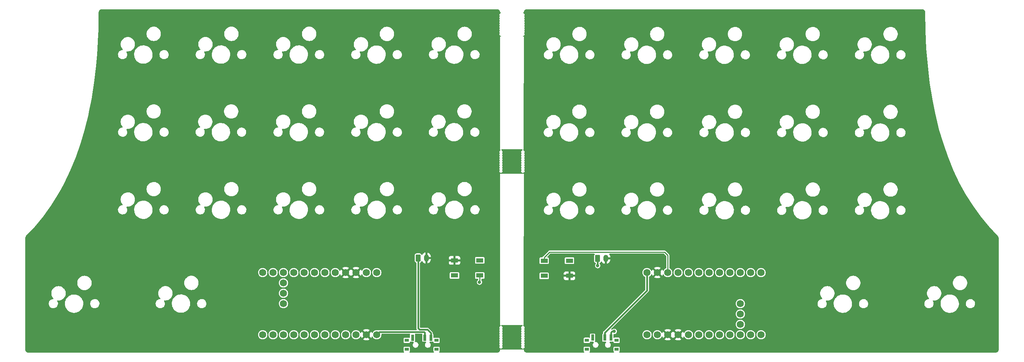
<source format=gtl>
G04 #@! TF.GenerationSoftware,KiCad,Pcbnew,(7.0.0)*
G04 #@! TF.CreationDate,2023-03-18T22:02:57+08:00*
G04 #@! TF.ProjectId,lul_left,6c756c5f-6c65-4667-942e-6b696361645f,rev?*
G04 #@! TF.SameCoordinates,Original*
G04 #@! TF.FileFunction,Copper,L1,Top*
G04 #@! TF.FilePolarity,Positive*
%FSLAX46Y46*%
G04 Gerber Fmt 4.6, Leading zero omitted, Abs format (unit mm)*
G04 Created by KiCad (PCBNEW (7.0.0)) date 2023-03-18 22:02:57*
%MOMM*%
%LPD*%
G01*
G04 APERTURE LIST*
G04 Aperture macros list*
%AMRoundRect*
0 Rectangle with rounded corners*
0 $1 Rounding radius*
0 $2 $3 $4 $5 $6 $7 $8 $9 X,Y pos of 4 corners*
0 Add a 4 corners polygon primitive as box body*
4,1,4,$2,$3,$4,$5,$6,$7,$8,$9,$2,$3,0*
0 Add four circle primitives for the rounded corners*
1,1,$1+$1,$2,$3*
1,1,$1+$1,$4,$5*
1,1,$1+$1,$6,$7*
1,1,$1+$1,$8,$9*
0 Add four rect primitives between the rounded corners*
20,1,$1+$1,$2,$3,$4,$5,0*
20,1,$1+$1,$4,$5,$6,$7,0*
20,1,$1+$1,$6,$7,$8,$9,0*
20,1,$1+$1,$8,$9,$2,$3,0*%
G04 Aperture macros list end*
G04 #@! TA.AperFunction,SMDPad,CuDef*
%ADD10R,1.000000X0.800000*%
G04 #@! TD*
G04 #@! TA.AperFunction,SMDPad,CuDef*
%ADD11R,0.700000X1.500000*%
G04 #@! TD*
G04 #@! TA.AperFunction,SMDPad,CuDef*
%ADD12R,1.800000X1.100000*%
G04 #@! TD*
G04 #@! TA.AperFunction,ComponentPad*
%ADD13C,1.752600*%
G04 #@! TD*
G04 #@! TA.AperFunction,ComponentPad*
%ADD14RoundRect,0.250000X-0.350000X-0.625000X0.350000X-0.625000X0.350000X0.625000X-0.350000X0.625000X0*%
G04 #@! TD*
G04 #@! TA.AperFunction,ComponentPad*
%ADD15O,1.200000X1.750000*%
G04 #@! TD*
G04 #@! TA.AperFunction,ViaPad*
%ADD16C,0.800000*%
G04 #@! TD*
G04 #@! TA.AperFunction,Conductor*
%ADD17C,0.381000*%
G04 #@! TD*
G04 #@! TA.AperFunction,Conductor*
%ADD18C,0.254000*%
G04 #@! TD*
G04 APERTURE END LIST*
D10*
X160450548Y-103263881D03*
X160450548Y-105473881D03*
X167750548Y-103263881D03*
X167750548Y-105473881D03*
D11*
X161850548Y-102613881D03*
X164850548Y-102613881D03*
X166350548Y-102613881D03*
D12*
X128019999Y-83669999D03*
X134219999Y-87369999D03*
X128019999Y-87369999D03*
X134219999Y-83669999D03*
X156189999Y-87449999D03*
X149989999Y-83749999D03*
X156189999Y-83749999D03*
X149989999Y-87449999D03*
D13*
X108989654Y-86647042D03*
X106449654Y-86647042D03*
X103909654Y-86647042D03*
X101369654Y-86647042D03*
X98829654Y-86647042D03*
X96289654Y-86647042D03*
X93749654Y-86647042D03*
X91209654Y-86647042D03*
X88669654Y-86647042D03*
X86129654Y-86647042D03*
X83589654Y-86647042D03*
X81049654Y-86647042D03*
X81049654Y-101887042D03*
X83589654Y-101887042D03*
X86129654Y-101887042D03*
X88669654Y-101887042D03*
X91209654Y-101887042D03*
X93749654Y-101887042D03*
X96289654Y-101887042D03*
X98829654Y-101887042D03*
X101369654Y-101887042D03*
X103909654Y-101887042D03*
X106449654Y-101887042D03*
X108989654Y-101887042D03*
X86129654Y-89187042D03*
X86129654Y-91727042D03*
X86129654Y-94267042D03*
D14*
X119120000Y-83080000D03*
D15*
X121119999Y-83079999D03*
D13*
X175200000Y-101900000D03*
X177740000Y-101900000D03*
X180280000Y-101900000D03*
X182820000Y-101900000D03*
X185360000Y-101900000D03*
X187900000Y-101900000D03*
X190440000Y-101900000D03*
X192980000Y-101900000D03*
X195520000Y-101900000D03*
X198060000Y-101900000D03*
X200600000Y-101900000D03*
X203140000Y-101900000D03*
X203140000Y-86660000D03*
X200600000Y-86660000D03*
X198060000Y-86660000D03*
X195520000Y-86660000D03*
X192980000Y-86660000D03*
X190440000Y-86660000D03*
X187900000Y-86660000D03*
X185360000Y-86660000D03*
X182820000Y-86660000D03*
X180280000Y-86660000D03*
X177740000Y-86660000D03*
X175200000Y-86660000D03*
X198060000Y-99360000D03*
X198060000Y-96820000D03*
X198060000Y-94280000D03*
D10*
X116339999Y-103274999D03*
X116339999Y-105484999D03*
X123639999Y-103274999D03*
X123639999Y-105484999D03*
D11*
X117739999Y-102624999D03*
X120739999Y-102624999D03*
X122239999Y-102624999D03*
D14*
X163090000Y-83180000D03*
D15*
X165089999Y-83179999D03*
D16*
X163107000Y-84950000D03*
X167171000Y-101079000D03*
X134151000Y-89014000D03*
D17*
X166350549Y-101391451D02*
X166350549Y-102613882D01*
X163090000Y-83180000D02*
X163090000Y-84933000D01*
X163090000Y-84933000D02*
X163107000Y-84950000D01*
X167171000Y-101079000D02*
X166663000Y-101079000D01*
X166663000Y-101079000D02*
X166350549Y-101391451D01*
X119120000Y-83080000D02*
X119120000Y-100272000D01*
X119473000Y-100625000D02*
X121371000Y-100625000D01*
X122240000Y-101494000D02*
X122240000Y-102625000D01*
X119120000Y-100272000D02*
X119473000Y-100625000D01*
X121371000Y-100625000D02*
X122240000Y-101494000D01*
D18*
X134220000Y-87370000D02*
X134220000Y-88945000D01*
X134220000Y-88945000D02*
X134151000Y-89014000D01*
X179490000Y-81648000D02*
X180280000Y-82438000D01*
X180280000Y-82438000D02*
X180280000Y-86660000D01*
X149990000Y-82954000D02*
X151296000Y-81648000D01*
X151296000Y-81648000D02*
X179490000Y-81648000D01*
X149990000Y-83750000D02*
X149990000Y-82954000D01*
D17*
X175200000Y-91018000D02*
X175200000Y-86660000D01*
X164850549Y-101367451D02*
X175200000Y-91018000D01*
X164850549Y-102613882D02*
X164850549Y-101367451D01*
X109670696Y-101206000D02*
X108989654Y-101887042D01*
X120740000Y-101384000D02*
X120562000Y-101206000D01*
X120740000Y-102625000D02*
X120740000Y-101384000D01*
X120562000Y-101206000D02*
X109670696Y-101206000D01*
G04 #@! TA.AperFunction,Conductor*
G36*
X138475153Y-22107684D02*
G01*
X138503489Y-22110474D01*
X138504932Y-22110626D01*
X138610024Y-22122467D01*
X138632490Y-22127101D01*
X138681545Y-22141982D01*
X138686582Y-22143626D01*
X138732329Y-22159633D01*
X138760141Y-22169365D01*
X138777908Y-22177165D01*
X138827569Y-22203710D01*
X138835138Y-22208103D01*
X138897077Y-22247022D01*
X138909963Y-22256302D01*
X138929886Y-22272653D01*
X138954649Y-22292975D01*
X138963810Y-22301279D01*
X139014719Y-22352188D01*
X139023023Y-22361349D01*
X139059695Y-22406034D01*
X139068981Y-22418928D01*
X139107885Y-22480844D01*
X139112299Y-22488448D01*
X139124619Y-22511496D01*
X139138827Y-22538078D01*
X139146634Y-22555859D01*
X139172372Y-22629416D01*
X139174016Y-22634453D01*
X139188897Y-22683508D01*
X139193531Y-22705976D01*
X139205355Y-22810906D01*
X139205540Y-22812664D01*
X139206988Y-22827371D01*
X139208914Y-22846919D01*
X139208881Y-22846999D01*
X139208922Y-22847099D01*
X139208922Y-22847500D01*
X139209322Y-22847500D01*
X139242420Y-22847557D01*
X139309862Y-22867264D01*
X139356265Y-22920025D01*
X139367198Y-22989432D01*
X139339262Y-23053902D01*
X139285407Y-23090491D01*
X139284696Y-23090604D01*
X139275868Y-23095101D01*
X139275865Y-23095103D01*
X139180490Y-23143699D01*
X139180486Y-23143701D01*
X139171658Y-23148200D01*
X139164649Y-23155208D01*
X139164646Y-23155211D01*
X139088961Y-23230896D01*
X139088958Y-23230899D01*
X139081950Y-23237908D01*
X139077451Y-23246736D01*
X139077449Y-23246740D01*
X139028854Y-23342112D01*
X139028851Y-23342118D01*
X139024354Y-23350946D01*
X139004508Y-23476250D01*
X139024354Y-23601554D01*
X139028852Y-23610383D01*
X139028854Y-23610387D01*
X139081950Y-23714592D01*
X139079953Y-23715609D01*
X139093897Y-23746934D01*
X139093897Y-23799316D01*
X139079953Y-23830640D01*
X139081950Y-23831658D01*
X139028854Y-23935862D01*
X139028851Y-23935868D01*
X139024354Y-23944696D01*
X139004508Y-24070000D01*
X139024354Y-24195304D01*
X139028852Y-24204133D01*
X139028854Y-24204137D01*
X139081950Y-24308342D01*
X139079951Y-24309360D01*
X139093888Y-24340639D01*
X139093906Y-24393021D01*
X139079956Y-24424392D01*
X139081950Y-24425408D01*
X139028854Y-24529612D01*
X139028851Y-24529618D01*
X139024354Y-24538446D01*
X139004508Y-24663750D01*
X139024354Y-24789054D01*
X139028852Y-24797883D01*
X139028854Y-24797887D01*
X139081950Y-24902092D01*
X139079953Y-24903109D01*
X139093897Y-24934434D01*
X139093897Y-24986816D01*
X139079953Y-25018140D01*
X139081950Y-25019158D01*
X139028854Y-25123362D01*
X139028851Y-25123368D01*
X139024354Y-25132196D01*
X139004508Y-25257500D01*
X139024354Y-25382804D01*
X139028852Y-25391633D01*
X139028854Y-25391637D01*
X139081950Y-25495842D01*
X139079951Y-25496860D01*
X139093888Y-25528139D01*
X139093906Y-25580521D01*
X139079956Y-25611892D01*
X139081950Y-25612908D01*
X139028854Y-25717112D01*
X139028851Y-25717118D01*
X139024354Y-25725946D01*
X139004508Y-25851250D01*
X139024354Y-25976554D01*
X139028852Y-25985383D01*
X139028854Y-25985387D01*
X139081950Y-26089592D01*
X139079953Y-26090609D01*
X139093897Y-26121934D01*
X139093897Y-26174316D01*
X139079953Y-26205640D01*
X139081950Y-26206658D01*
X139028854Y-26310862D01*
X139028851Y-26310868D01*
X139024354Y-26319696D01*
X139004508Y-26445000D01*
X139006059Y-26454793D01*
X139013142Y-26499517D01*
X139024354Y-26570304D01*
X139028852Y-26579133D01*
X139028854Y-26579137D01*
X139081950Y-26683342D01*
X139079951Y-26684360D01*
X139093888Y-26715639D01*
X139093906Y-26768021D01*
X139079956Y-26799392D01*
X139081950Y-26800408D01*
X139028854Y-26904612D01*
X139028851Y-26904618D01*
X139024354Y-26913446D01*
X139004508Y-27038750D01*
X139024354Y-27164054D01*
X139028852Y-27172883D01*
X139028854Y-27172887D01*
X139081950Y-27277092D01*
X139079953Y-27278109D01*
X139093897Y-27309434D01*
X139093897Y-27361816D01*
X139079953Y-27393140D01*
X139081950Y-27394158D01*
X139028854Y-27498362D01*
X139028851Y-27498368D01*
X139024354Y-27507196D01*
X139022803Y-27516985D01*
X139022803Y-27516987D01*
X139014784Y-27567620D01*
X139004508Y-27632500D01*
X139024354Y-27757804D01*
X139028852Y-27766633D01*
X139028854Y-27766637D01*
X139081950Y-27870842D01*
X139079951Y-27871860D01*
X139093888Y-27903139D01*
X139093906Y-27955521D01*
X139079956Y-27986892D01*
X139081950Y-27987908D01*
X139028854Y-28092112D01*
X139028851Y-28092118D01*
X139024354Y-28100946D01*
X139004508Y-28226250D01*
X139024354Y-28351554D01*
X139028852Y-28360383D01*
X139028854Y-28360387D01*
X139077449Y-28455759D01*
X139081950Y-28464592D01*
X139171658Y-28554300D01*
X139284696Y-28611896D01*
X139302280Y-28614681D01*
X139359281Y-28639174D01*
X139397684Y-28687901D01*
X139408178Y-28749048D01*
X139388218Y-28807790D01*
X139342644Y-28849887D01*
X139282505Y-28865130D01*
X139220078Y-28865098D01*
X139208010Y-28865092D01*
X139207911Y-28865051D01*
X139207812Y-28865092D01*
X139207528Y-28865209D01*
X139207370Y-28865592D01*
X139207411Y-28865691D01*
X139207412Y-28877801D01*
X139207412Y-28877805D01*
X139211208Y-56438030D01*
X139211210Y-56449871D01*
X139211170Y-56449971D01*
X139211211Y-56450070D01*
X139211328Y-56450354D01*
X139211711Y-56450512D01*
X139211810Y-56450471D01*
X139222723Y-56450471D01*
X139277639Y-56476511D01*
X139314161Y-56526286D01*
X139322653Y-56587436D01*
X139301077Y-56645280D01*
X139254612Y-56685931D01*
X139180493Y-56723697D01*
X139180486Y-56723701D01*
X139171658Y-56728200D01*
X139164649Y-56735208D01*
X139164646Y-56735211D01*
X139088961Y-56810896D01*
X139088958Y-56810899D01*
X139081950Y-56817908D01*
X139077451Y-56826736D01*
X139077449Y-56826740D01*
X139028854Y-56922112D01*
X139028851Y-56922118D01*
X139024354Y-56930946D01*
X139004508Y-57056250D01*
X139024354Y-57181554D01*
X139028852Y-57190383D01*
X139028854Y-57190387D01*
X139081950Y-57294592D01*
X139079953Y-57295609D01*
X139093897Y-57326934D01*
X139093897Y-57379316D01*
X139079953Y-57410640D01*
X139081950Y-57411658D01*
X139028854Y-57515862D01*
X139028851Y-57515868D01*
X139024354Y-57524696D01*
X139004508Y-57650000D01*
X139024354Y-57775304D01*
X139028852Y-57784133D01*
X139028854Y-57784137D01*
X139081950Y-57888342D01*
X139079953Y-57889359D01*
X139093897Y-57920684D01*
X139093897Y-57973066D01*
X139079953Y-58004390D01*
X139081950Y-58005408D01*
X139028854Y-58109612D01*
X139028851Y-58109618D01*
X139024354Y-58118446D01*
X139004508Y-58243750D01*
X139024354Y-58369054D01*
X139028852Y-58377883D01*
X139028854Y-58377887D01*
X139081950Y-58482092D01*
X139079953Y-58483109D01*
X139093897Y-58514434D01*
X139093897Y-58566816D01*
X139079953Y-58598140D01*
X139081950Y-58599158D01*
X139028854Y-58703362D01*
X139028851Y-58703368D01*
X139024354Y-58712196D01*
X139004508Y-58837500D01*
X139024354Y-58962804D01*
X139028852Y-58971633D01*
X139028854Y-58971637D01*
X139081950Y-59075842D01*
X139079953Y-59076859D01*
X139093897Y-59108184D01*
X139093897Y-59160566D01*
X139079953Y-59191890D01*
X139081950Y-59192908D01*
X139028854Y-59297112D01*
X139028851Y-59297118D01*
X139024354Y-59305946D01*
X139004508Y-59431250D01*
X139024354Y-59556554D01*
X139028852Y-59565383D01*
X139028854Y-59565387D01*
X139081950Y-59669592D01*
X139079953Y-59670609D01*
X139093897Y-59701934D01*
X139093897Y-59754316D01*
X139079953Y-59785640D01*
X139081950Y-59786658D01*
X139028854Y-59890862D01*
X139028851Y-59890868D01*
X139024354Y-59899696D01*
X139004508Y-60025000D01*
X139024354Y-60150304D01*
X139028852Y-60159133D01*
X139028854Y-60159137D01*
X139081950Y-60263342D01*
X139079953Y-60264359D01*
X139093897Y-60295684D01*
X139093897Y-60348066D01*
X139079953Y-60379390D01*
X139081950Y-60380408D01*
X139028854Y-60484612D01*
X139028851Y-60484618D01*
X139024354Y-60493446D01*
X139004508Y-60618750D01*
X139024354Y-60744054D01*
X139028852Y-60752883D01*
X139028854Y-60752887D01*
X139081950Y-60857092D01*
X139079953Y-60858109D01*
X139093897Y-60889434D01*
X139093897Y-60941816D01*
X139079953Y-60973140D01*
X139081950Y-60974158D01*
X139028854Y-61078362D01*
X139028851Y-61078368D01*
X139024354Y-61087196D01*
X139004508Y-61212500D01*
X139024354Y-61337804D01*
X139028852Y-61346633D01*
X139028854Y-61346637D01*
X139081950Y-61450842D01*
X139079953Y-61451859D01*
X139093897Y-61483184D01*
X139093897Y-61535566D01*
X139079953Y-61566890D01*
X139081950Y-61567908D01*
X139028854Y-61672112D01*
X139028851Y-61672118D01*
X139024354Y-61680946D01*
X139004508Y-61806250D01*
X139024354Y-61931554D01*
X139028852Y-61940383D01*
X139028854Y-61940387D01*
X139077449Y-62035759D01*
X139081950Y-62044592D01*
X139171658Y-62134300D01*
X139284696Y-62191896D01*
X139378481Y-62206750D01*
X139380900Y-62206750D01*
X139409796Y-62216770D01*
X139438705Y-62206750D01*
X139441519Y-62206750D01*
X139535304Y-62191896D01*
X139648342Y-62134300D01*
X139738050Y-62044592D01*
X139795646Y-61931554D01*
X139815492Y-61806250D01*
X139795646Y-61680946D01*
X139775056Y-61640537D01*
X139738050Y-61567908D01*
X139740051Y-61566888D01*
X139726106Y-61535586D01*
X139726106Y-61483164D01*
X139740051Y-61451861D01*
X139738050Y-61450842D01*
X139791145Y-61346637D01*
X139795646Y-61337804D01*
X139815492Y-61212500D01*
X139795646Y-61087196D01*
X139738050Y-60974158D01*
X139738050Y-60974157D01*
X139740051Y-60973138D01*
X139726106Y-60941836D01*
X139726106Y-60889414D01*
X139740051Y-60858111D01*
X139738050Y-60857092D01*
X139791145Y-60752887D01*
X139795646Y-60744054D01*
X139815492Y-60618750D01*
X139795646Y-60493446D01*
X139738050Y-60380408D01*
X139738050Y-60380407D01*
X139740051Y-60379388D01*
X139726106Y-60348086D01*
X139726106Y-60295664D01*
X139740051Y-60264361D01*
X139738050Y-60263342D01*
X139791145Y-60159137D01*
X139795646Y-60150304D01*
X139815492Y-60025000D01*
X139795646Y-59899696D01*
X139738050Y-59786658D01*
X139740051Y-59785638D01*
X139726106Y-59754336D01*
X139726106Y-59701914D01*
X139740051Y-59670611D01*
X139738050Y-59669592D01*
X139791145Y-59565387D01*
X139795646Y-59556554D01*
X139815492Y-59431250D01*
X139795646Y-59305946D01*
X139738050Y-59192908D01*
X139740051Y-59191888D01*
X139726106Y-59160586D01*
X139726106Y-59108164D01*
X139740051Y-59076861D01*
X139738050Y-59075842D01*
X139791145Y-58971637D01*
X139795646Y-58962804D01*
X139815492Y-58837500D01*
X139795646Y-58712196D01*
X139738050Y-58599158D01*
X139738050Y-58599157D01*
X139740051Y-58598138D01*
X139726106Y-58566836D01*
X139726106Y-58514414D01*
X139740051Y-58483111D01*
X139738050Y-58482092D01*
X139761329Y-58436404D01*
X139795646Y-58369054D01*
X139815492Y-58243750D01*
X139795646Y-58118446D01*
X139738050Y-58005408D01*
X139738050Y-58005407D01*
X139740051Y-58004388D01*
X139726106Y-57973086D01*
X139726106Y-57920664D01*
X139740051Y-57889361D01*
X139738050Y-57888342D01*
X139791145Y-57784137D01*
X139795646Y-57775304D01*
X139815492Y-57650000D01*
X139795646Y-57524696D01*
X139738050Y-57411658D01*
X139740051Y-57410638D01*
X139726106Y-57379336D01*
X139726106Y-57326914D01*
X139740051Y-57295611D01*
X139738050Y-57294592D01*
X139791145Y-57190387D01*
X139795646Y-57181554D01*
X139815492Y-57056250D01*
X139795646Y-56930946D01*
X139738050Y-56817908D01*
X139648342Y-56728200D01*
X139639510Y-56723700D01*
X139639509Y-56723699D01*
X139570894Y-56688738D01*
X139521712Y-56643985D01*
X139502159Y-56580429D01*
X139517682Y-56515770D01*
X139563958Y-56468017D01*
X139628097Y-56450471D01*
X144579076Y-56450471D01*
X144643215Y-56468017D01*
X144689491Y-56515770D01*
X144705014Y-56580429D01*
X144685461Y-56643985D01*
X144636279Y-56688738D01*
X144550490Y-56732449D01*
X144550486Y-56732451D01*
X144541658Y-56736950D01*
X144534649Y-56743958D01*
X144534646Y-56743961D01*
X144458961Y-56819646D01*
X144458958Y-56819649D01*
X144451950Y-56826658D01*
X144447451Y-56835486D01*
X144447449Y-56835490D01*
X144398854Y-56930862D01*
X144398851Y-56930868D01*
X144394354Y-56939696D01*
X144374508Y-57065000D01*
X144394354Y-57190304D01*
X144398852Y-57199133D01*
X144398854Y-57199137D01*
X144451950Y-57303342D01*
X144449951Y-57304360D01*
X144463888Y-57335639D01*
X144463906Y-57388021D01*
X144449956Y-57419392D01*
X144451950Y-57420408D01*
X144398854Y-57524612D01*
X144398851Y-57524618D01*
X144394354Y-57533446D01*
X144374508Y-57658750D01*
X144394354Y-57784054D01*
X144398852Y-57792883D01*
X144398854Y-57792887D01*
X144451950Y-57897092D01*
X144449953Y-57898109D01*
X144463897Y-57929434D01*
X144463897Y-57981816D01*
X144449953Y-58013140D01*
X144451950Y-58014158D01*
X144398854Y-58118362D01*
X144398851Y-58118368D01*
X144394354Y-58127196D01*
X144374508Y-58252500D01*
X144394354Y-58377804D01*
X144398852Y-58386633D01*
X144398854Y-58386637D01*
X144451950Y-58490842D01*
X144449951Y-58491860D01*
X144463888Y-58523139D01*
X144463906Y-58575521D01*
X144449956Y-58606892D01*
X144451950Y-58607908D01*
X144398854Y-58712112D01*
X144398851Y-58712118D01*
X144394354Y-58720946D01*
X144374508Y-58846250D01*
X144394354Y-58971554D01*
X144398852Y-58980383D01*
X144398854Y-58980387D01*
X144451950Y-59084592D01*
X144449953Y-59085609D01*
X144463897Y-59116934D01*
X144463897Y-59169316D01*
X144449953Y-59200640D01*
X144451950Y-59201658D01*
X144398854Y-59305862D01*
X144398851Y-59305868D01*
X144394354Y-59314696D01*
X144374508Y-59440000D01*
X144394354Y-59565304D01*
X144398852Y-59574133D01*
X144398854Y-59574137D01*
X144451950Y-59678342D01*
X144449951Y-59679360D01*
X144463888Y-59710639D01*
X144463906Y-59763021D01*
X144449956Y-59794392D01*
X144451950Y-59795408D01*
X144398854Y-59899612D01*
X144398851Y-59899618D01*
X144394354Y-59908446D01*
X144374508Y-60033750D01*
X144394354Y-60159054D01*
X144398852Y-60167883D01*
X144398854Y-60167887D01*
X144451950Y-60272092D01*
X144449953Y-60273109D01*
X144463897Y-60304434D01*
X144463897Y-60356816D01*
X144449953Y-60388140D01*
X144451950Y-60389158D01*
X144398854Y-60493362D01*
X144398851Y-60493368D01*
X144394354Y-60502196D01*
X144374508Y-60627500D01*
X144394354Y-60752804D01*
X144398852Y-60761633D01*
X144398854Y-60761637D01*
X144451950Y-60865842D01*
X144449951Y-60866860D01*
X144463888Y-60898139D01*
X144463906Y-60950521D01*
X144449956Y-60981892D01*
X144451950Y-60982908D01*
X144398854Y-61087112D01*
X144398851Y-61087118D01*
X144394354Y-61095946D01*
X144374508Y-61221250D01*
X144394354Y-61346554D01*
X144398852Y-61355383D01*
X144398854Y-61355387D01*
X144451950Y-61459592D01*
X144449953Y-61460609D01*
X144463897Y-61491934D01*
X144463897Y-61544316D01*
X144449953Y-61575640D01*
X144451950Y-61576658D01*
X144398854Y-61680862D01*
X144398851Y-61680868D01*
X144394354Y-61689696D01*
X144374508Y-61815000D01*
X144394354Y-61940304D01*
X144398852Y-61949133D01*
X144398854Y-61949137D01*
X144442991Y-62035759D01*
X144451950Y-62053342D01*
X144541658Y-62143050D01*
X144550490Y-62147550D01*
X144628689Y-62187395D01*
X144654696Y-62200646D01*
X144664487Y-62202196D01*
X144664488Y-62202197D01*
X144688342Y-62205975D01*
X144716136Y-62210377D01*
X144773138Y-62234870D01*
X144779765Y-62243279D01*
X144786341Y-62234941D01*
X144843324Y-62210462D01*
X144905304Y-62200646D01*
X145018342Y-62143050D01*
X145108050Y-62053342D01*
X145165646Y-61940304D01*
X145185492Y-61815000D01*
X145165646Y-61689696D01*
X145156686Y-61672112D01*
X145108050Y-61576658D01*
X145110051Y-61575638D01*
X145096106Y-61544336D01*
X145096106Y-61491914D01*
X145110051Y-61460611D01*
X145108050Y-61459592D01*
X145161145Y-61355387D01*
X145165646Y-61346554D01*
X145185492Y-61221250D01*
X145165646Y-61095946D01*
X145156686Y-61078362D01*
X145108050Y-60982908D01*
X145110051Y-60981888D01*
X145096106Y-60950586D01*
X145096106Y-60898164D01*
X145110051Y-60866861D01*
X145108050Y-60865842D01*
X145161145Y-60761637D01*
X145165646Y-60752804D01*
X145185492Y-60627500D01*
X145165646Y-60502196D01*
X145156686Y-60484612D01*
X145108050Y-60389158D01*
X145110051Y-60388138D01*
X145096106Y-60356836D01*
X145096106Y-60304414D01*
X145110051Y-60273111D01*
X145108050Y-60272092D01*
X145161145Y-60167887D01*
X145165646Y-60159054D01*
X145185492Y-60033750D01*
X145165646Y-59908446D01*
X145156686Y-59890862D01*
X145108050Y-59795408D01*
X145110049Y-59794389D01*
X145096097Y-59763041D01*
X145096116Y-59710619D01*
X145110054Y-59679363D01*
X145108050Y-59678342D01*
X145161145Y-59574137D01*
X145165646Y-59565304D01*
X145185492Y-59440000D01*
X145165646Y-59314696D01*
X145156686Y-59297112D01*
X145108050Y-59201658D01*
X145110051Y-59200638D01*
X145096106Y-59169336D01*
X145096106Y-59116914D01*
X145110051Y-59085611D01*
X145108050Y-59084592D01*
X145161145Y-58980387D01*
X145165646Y-58971554D01*
X145185492Y-58846250D01*
X145165646Y-58720946D01*
X145156686Y-58703362D01*
X145108050Y-58607908D01*
X145110051Y-58606888D01*
X145096106Y-58575586D01*
X145096106Y-58523164D01*
X145110051Y-58491861D01*
X145108050Y-58490842D01*
X145135683Y-58436609D01*
X145165646Y-58377804D01*
X145185492Y-58252500D01*
X145165646Y-58127196D01*
X145156686Y-58109612D01*
X145108050Y-58014158D01*
X145110051Y-58013138D01*
X145096106Y-57981836D01*
X145096106Y-57929414D01*
X145110051Y-57898111D01*
X145108050Y-57897092D01*
X145161145Y-57792887D01*
X145165646Y-57784054D01*
X145185492Y-57658750D01*
X145165646Y-57533446D01*
X145156686Y-57515862D01*
X145108050Y-57420408D01*
X145110049Y-57419389D01*
X145096097Y-57388041D01*
X145096116Y-57335619D01*
X145110054Y-57304363D01*
X145108050Y-57303342D01*
X145161145Y-57199137D01*
X145165646Y-57190304D01*
X145185492Y-57065000D01*
X145165646Y-56939696D01*
X145156686Y-56922112D01*
X145112550Y-56835490D01*
X145108050Y-56826658D01*
X145018342Y-56736950D01*
X145009510Y-56732450D01*
X145009509Y-56732449D01*
X144923721Y-56688738D01*
X144874539Y-56643985D01*
X144854986Y-56580429D01*
X144870509Y-56515770D01*
X144916785Y-56468017D01*
X144962679Y-56455462D01*
X144962174Y-56452907D01*
X144974488Y-56450471D01*
X144986612Y-56450471D01*
X144986711Y-56450512D01*
X144987094Y-56450354D01*
X144987211Y-56450070D01*
X144987210Y-56450070D01*
X144987252Y-56449971D01*
X144987211Y-56449871D01*
X144988390Y-52250640D01*
X149887781Y-52250640D01*
X149888066Y-52256627D01*
X149888066Y-52256631D01*
X149896505Y-52433786D01*
X149898008Y-52465341D01*
X149899423Y-52471174D01*
X149899424Y-52471180D01*
X149927049Y-52585051D01*
X149948683Y-52674227D01*
X149951177Y-52679688D01*
X150035480Y-52864287D01*
X150035482Y-52864291D01*
X150037974Y-52869747D01*
X150162654Y-53044836D01*
X150200997Y-53081395D01*
X150282258Y-53158878D01*
X150318217Y-53193164D01*
X150499040Y-53309372D01*
X150698588Y-53389259D01*
X150909648Y-53429937D01*
X151067737Y-53429937D01*
X151070738Y-53429937D01*
X151231091Y-53414625D01*
X151437329Y-53354068D01*
X151628379Y-53255575D01*
X151797337Y-53122705D01*
X151938096Y-52960261D01*
X152045568Y-52774114D01*
X152115870Y-52570991D01*
X152143387Y-52379601D01*
X153848953Y-52379601D01*
X153849373Y-52383785D01*
X153849374Y-52383786D01*
X153878608Y-52674383D01*
X153878609Y-52674391D01*
X153879031Y-52678582D01*
X153880007Y-52682680D01*
X153880008Y-52682682D01*
X153891210Y-52729688D01*
X153948690Y-52970886D01*
X154056689Y-53251297D01*
X154058709Y-53254983D01*
X154171500Y-53460802D01*
X154201099Y-53514812D01*
X154203592Y-53518196D01*
X154203593Y-53518197D01*
X154339280Y-53702354D01*
X154379343Y-53756727D01*
X154588241Y-53972726D01*
X154824066Y-54158955D01*
X155082607Y-54312089D01*
X155359253Y-54429397D01*
X155649066Y-54508785D01*
X155946875Y-54548837D01*
X156170045Y-54548837D01*
X156172153Y-54548837D01*
X156396939Y-54533789D01*
X156691407Y-54473936D01*
X156975271Y-54375368D01*
X157243463Y-54239844D01*
X157491200Y-54069783D01*
X157714059Y-53868219D01*
X157908063Y-53638749D01*
X158069751Y-53385469D01*
X158196238Y-53112897D01*
X158285266Y-52825899D01*
X158335246Y-52529595D01*
X158344573Y-52250640D01*
X160047781Y-52250640D01*
X160048066Y-52256627D01*
X160048066Y-52256631D01*
X160056505Y-52433786D01*
X160058008Y-52465341D01*
X160059423Y-52471174D01*
X160059424Y-52471180D01*
X160087049Y-52585051D01*
X160108683Y-52674227D01*
X160111177Y-52679688D01*
X160195480Y-52864287D01*
X160195482Y-52864291D01*
X160197974Y-52869747D01*
X160322654Y-53044836D01*
X160360997Y-53081395D01*
X160442258Y-53158878D01*
X160478217Y-53193164D01*
X160659040Y-53309372D01*
X160858588Y-53389259D01*
X161069648Y-53429937D01*
X161227737Y-53429937D01*
X161230738Y-53429937D01*
X161391091Y-53414625D01*
X161597329Y-53354068D01*
X161788379Y-53255575D01*
X161957337Y-53122705D01*
X162098096Y-52960261D01*
X162205568Y-52774114D01*
X162275870Y-52570991D01*
X162306459Y-52358234D01*
X162301810Y-52260640D01*
X168929781Y-52260640D01*
X168930066Y-52266627D01*
X168930066Y-52266631D01*
X168939246Y-52459338D01*
X168940008Y-52475341D01*
X168941423Y-52481174D01*
X168941424Y-52481180D01*
X168966623Y-52585051D01*
X168990683Y-52684227D01*
X168993177Y-52689688D01*
X169077480Y-52874287D01*
X169077482Y-52874291D01*
X169079974Y-52879747D01*
X169204654Y-53054836D01*
X169208996Y-53058976D01*
X169282307Y-53128878D01*
X169360217Y-53203164D01*
X169541040Y-53319372D01*
X169740588Y-53399259D01*
X169951648Y-53439937D01*
X170109737Y-53439937D01*
X170112738Y-53439937D01*
X170273091Y-53424625D01*
X170479329Y-53364068D01*
X170670379Y-53265575D01*
X170839337Y-53132705D01*
X170980096Y-52970261D01*
X171087568Y-52784114D01*
X171157870Y-52580991D01*
X171185387Y-52389601D01*
X172890953Y-52389601D01*
X172891373Y-52393785D01*
X172891374Y-52393786D01*
X172920608Y-52684383D01*
X172920609Y-52684391D01*
X172921031Y-52688582D01*
X172922007Y-52692680D01*
X172922008Y-52692682D01*
X172929526Y-52724227D01*
X172990690Y-52980886D01*
X173098689Y-53261297D01*
X173100709Y-53264983D01*
X173237618Y-53514812D01*
X173243099Y-53524812D01*
X173245592Y-53528196D01*
X173245593Y-53528197D01*
X173416201Y-53759749D01*
X173421343Y-53766727D01*
X173630241Y-53982726D01*
X173866066Y-54168955D01*
X174124607Y-54322089D01*
X174401253Y-54439397D01*
X174691066Y-54518785D01*
X174988875Y-54558837D01*
X175212045Y-54558837D01*
X175214153Y-54558837D01*
X175438939Y-54543789D01*
X175733407Y-54483936D01*
X176017271Y-54385368D01*
X176285463Y-54249844D01*
X176533200Y-54079783D01*
X176756059Y-53878219D01*
X176950063Y-53648749D01*
X177111751Y-53395469D01*
X177238238Y-53122897D01*
X177327266Y-52835899D01*
X177377246Y-52539595D01*
X177386573Y-52260640D01*
X179089781Y-52260640D01*
X179090066Y-52266627D01*
X179090066Y-52266631D01*
X179099246Y-52459338D01*
X179100008Y-52475341D01*
X179101423Y-52481174D01*
X179101424Y-52481180D01*
X179126623Y-52585051D01*
X179150683Y-52684227D01*
X179153177Y-52689688D01*
X179237480Y-52874287D01*
X179237482Y-52874291D01*
X179239974Y-52879747D01*
X179364654Y-53054836D01*
X179368996Y-53058976D01*
X179442307Y-53128878D01*
X179520217Y-53203164D01*
X179701040Y-53319372D01*
X179900588Y-53399259D01*
X180111648Y-53439937D01*
X180269737Y-53439937D01*
X180272738Y-53439937D01*
X180433091Y-53424625D01*
X180639329Y-53364068D01*
X180830379Y-53265575D01*
X180999337Y-53132705D01*
X181140096Y-52970261D01*
X181247568Y-52784114D01*
X181317870Y-52580991D01*
X181348459Y-52368234D01*
X181343810Y-52270640D01*
X188009781Y-52270640D01*
X188010066Y-52276627D01*
X188010066Y-52276631D01*
X188016618Y-52414167D01*
X188020008Y-52485341D01*
X188021423Y-52491174D01*
X188021424Y-52491180D01*
X188044197Y-52585051D01*
X188070683Y-52694227D01*
X188073177Y-52699688D01*
X188157480Y-52884287D01*
X188157482Y-52884291D01*
X188159974Y-52889747D01*
X188284654Y-53064836D01*
X188288996Y-53068976D01*
X188422640Y-53196405D01*
X188440217Y-53213164D01*
X188621040Y-53329372D01*
X188820588Y-53409259D01*
X189031648Y-53449937D01*
X189189737Y-53449937D01*
X189192738Y-53449937D01*
X189353091Y-53434625D01*
X189559329Y-53374068D01*
X189750379Y-53275575D01*
X189919337Y-53142705D01*
X190060096Y-52980261D01*
X190167568Y-52794114D01*
X190237870Y-52590991D01*
X190265387Y-52399601D01*
X191970953Y-52399601D01*
X191971373Y-52403785D01*
X191971374Y-52403786D01*
X192000608Y-52694383D01*
X192000609Y-52694391D01*
X192001031Y-52698582D01*
X192070690Y-52990886D01*
X192178689Y-53271297D01*
X192180709Y-53274983D01*
X192317618Y-53524812D01*
X192323099Y-53534812D01*
X192325592Y-53538196D01*
X192325593Y-53538197D01*
X192496201Y-53769749D01*
X192501343Y-53776727D01*
X192710241Y-53992726D01*
X192946066Y-54178955D01*
X193204607Y-54332089D01*
X193481253Y-54449397D01*
X193771066Y-54528785D01*
X194068875Y-54568837D01*
X194292045Y-54568837D01*
X194294153Y-54568837D01*
X194518939Y-54553789D01*
X194813407Y-54493936D01*
X195097271Y-54395368D01*
X195365463Y-54259844D01*
X195613200Y-54089783D01*
X195836059Y-53888219D01*
X196030063Y-53658749D01*
X196191751Y-53405469D01*
X196318238Y-53132897D01*
X196407266Y-52845899D01*
X196457246Y-52549595D01*
X196466573Y-52270640D01*
X198169781Y-52270640D01*
X198170066Y-52276627D01*
X198170066Y-52276631D01*
X198176618Y-52414167D01*
X198180008Y-52485341D01*
X198181423Y-52491174D01*
X198181424Y-52491180D01*
X198204197Y-52585051D01*
X198230683Y-52694227D01*
X198233177Y-52699688D01*
X198317480Y-52884287D01*
X198317482Y-52884291D01*
X198319974Y-52889747D01*
X198444654Y-53064836D01*
X198448996Y-53068976D01*
X198582640Y-53196405D01*
X198600217Y-53213164D01*
X198781040Y-53329372D01*
X198980588Y-53409259D01*
X199191648Y-53449937D01*
X199349737Y-53449937D01*
X199352738Y-53449937D01*
X199513091Y-53434625D01*
X199719329Y-53374068D01*
X199910379Y-53275575D01*
X200079337Y-53142705D01*
X200220096Y-52980261D01*
X200327568Y-52794114D01*
X200397870Y-52590991D01*
X200428459Y-52378234D01*
X200422858Y-52260640D01*
X207044781Y-52260640D01*
X207045066Y-52266627D01*
X207045066Y-52266631D01*
X207054246Y-52459338D01*
X207055008Y-52475341D01*
X207056423Y-52481174D01*
X207056424Y-52481180D01*
X207081623Y-52585051D01*
X207105683Y-52684227D01*
X207108177Y-52689688D01*
X207192480Y-52874287D01*
X207192482Y-52874291D01*
X207194974Y-52879747D01*
X207319654Y-53054836D01*
X207323996Y-53058976D01*
X207397307Y-53128878D01*
X207475217Y-53203164D01*
X207656040Y-53319372D01*
X207855588Y-53399259D01*
X208066648Y-53439937D01*
X208224737Y-53439937D01*
X208227738Y-53439937D01*
X208388091Y-53424625D01*
X208594329Y-53364068D01*
X208785379Y-53265575D01*
X208954337Y-53132705D01*
X209095096Y-52970261D01*
X209202568Y-52784114D01*
X209272870Y-52580991D01*
X209300387Y-52389601D01*
X211005953Y-52389601D01*
X211006373Y-52393785D01*
X211006374Y-52393786D01*
X211035608Y-52684383D01*
X211035609Y-52684391D01*
X211036031Y-52688582D01*
X211037007Y-52692680D01*
X211037008Y-52692682D01*
X211044526Y-52724227D01*
X211105690Y-52980886D01*
X211213689Y-53261297D01*
X211215709Y-53264983D01*
X211352618Y-53514812D01*
X211358099Y-53524812D01*
X211360592Y-53528196D01*
X211360593Y-53528197D01*
X211531201Y-53759749D01*
X211536343Y-53766727D01*
X211745241Y-53982726D01*
X211981066Y-54168955D01*
X212239607Y-54322089D01*
X212516253Y-54439397D01*
X212806066Y-54518785D01*
X213103875Y-54558837D01*
X213327045Y-54558837D01*
X213329153Y-54558837D01*
X213553939Y-54543789D01*
X213848407Y-54483936D01*
X214132271Y-54385368D01*
X214400463Y-54249844D01*
X214648200Y-54079783D01*
X214871059Y-53878219D01*
X215065063Y-53648749D01*
X215226751Y-53395469D01*
X215353238Y-53122897D01*
X215442266Y-52835899D01*
X215492246Y-52539595D01*
X215501573Y-52260640D01*
X217204781Y-52260640D01*
X217205066Y-52266627D01*
X217205066Y-52266631D01*
X217214246Y-52459338D01*
X217215008Y-52475341D01*
X217216423Y-52481174D01*
X217216424Y-52481180D01*
X217241623Y-52585051D01*
X217265683Y-52684227D01*
X217268177Y-52689688D01*
X217352480Y-52874287D01*
X217352482Y-52874291D01*
X217354974Y-52879747D01*
X217479654Y-53054836D01*
X217483996Y-53058976D01*
X217557307Y-53128878D01*
X217635217Y-53203164D01*
X217816040Y-53319372D01*
X218015588Y-53399259D01*
X218226648Y-53439937D01*
X218384737Y-53439937D01*
X218387738Y-53439937D01*
X218548091Y-53424625D01*
X218754329Y-53364068D01*
X218945379Y-53265575D01*
X219114337Y-53132705D01*
X219255096Y-52970261D01*
X219362568Y-52784114D01*
X219432870Y-52580991D01*
X219463459Y-52368234D01*
X219460239Y-52300640D01*
X226109781Y-52300640D01*
X226110066Y-52306627D01*
X226110066Y-52306631D01*
X226115189Y-52414167D01*
X226120008Y-52515341D01*
X226121423Y-52521174D01*
X226121424Y-52521180D01*
X226147014Y-52626662D01*
X226170683Y-52724227D01*
X226173177Y-52729688D01*
X226257480Y-52914287D01*
X226257482Y-52914291D01*
X226259974Y-52919747D01*
X226384654Y-53094836D01*
X226388996Y-53098976D01*
X226424571Y-53132897D01*
X226540217Y-53243164D01*
X226545259Y-53246404D01*
X226545260Y-53246405D01*
X226553930Y-53251977D01*
X226721040Y-53359372D01*
X226920588Y-53439259D01*
X227131648Y-53479937D01*
X227289737Y-53479937D01*
X227292738Y-53479937D01*
X227453091Y-53464625D01*
X227659329Y-53404068D01*
X227850379Y-53305575D01*
X228019337Y-53172705D01*
X228160096Y-53010261D01*
X228267568Y-52824114D01*
X228337870Y-52620991D01*
X228365387Y-52429601D01*
X230070953Y-52429601D01*
X230071373Y-52433785D01*
X230071374Y-52433786D01*
X230100608Y-52724383D01*
X230100609Y-52724391D01*
X230101031Y-52728582D01*
X230170690Y-53020886D01*
X230278689Y-53301297D01*
X230280709Y-53304983D01*
X230408513Y-53538197D01*
X230423099Y-53564812D01*
X230425592Y-53568196D01*
X230425593Y-53568197D01*
X230571870Y-53766727D01*
X230601343Y-53806727D01*
X230810241Y-54022726D01*
X231046066Y-54208955D01*
X231304607Y-54362089D01*
X231581253Y-54479397D01*
X231871066Y-54558785D01*
X232168875Y-54598837D01*
X232392045Y-54598837D01*
X232394153Y-54598837D01*
X232618939Y-54583789D01*
X232913407Y-54523936D01*
X233197271Y-54425368D01*
X233465463Y-54289844D01*
X233713200Y-54119783D01*
X233936059Y-53918219D01*
X234130063Y-53688749D01*
X234291751Y-53435469D01*
X234418238Y-53162897D01*
X234507266Y-52875899D01*
X234557246Y-52579595D01*
X234566573Y-52300640D01*
X236269781Y-52300640D01*
X236270066Y-52306627D01*
X236270066Y-52306631D01*
X236275189Y-52414167D01*
X236280008Y-52515341D01*
X236281423Y-52521174D01*
X236281424Y-52521180D01*
X236307014Y-52626662D01*
X236330683Y-52724227D01*
X236333177Y-52729688D01*
X236417480Y-52914287D01*
X236417482Y-52914291D01*
X236419974Y-52919747D01*
X236544654Y-53094836D01*
X236548996Y-53098976D01*
X236584571Y-53132897D01*
X236700217Y-53243164D01*
X236705259Y-53246404D01*
X236705260Y-53246405D01*
X236713930Y-53251977D01*
X236881040Y-53359372D01*
X237080588Y-53439259D01*
X237291648Y-53479937D01*
X237449737Y-53479937D01*
X237452738Y-53479937D01*
X237613091Y-53464625D01*
X237819329Y-53404068D01*
X238010379Y-53305575D01*
X238179337Y-53172705D01*
X238320096Y-53010261D01*
X238427568Y-52824114D01*
X238497870Y-52620991D01*
X238528459Y-52408234D01*
X238518232Y-52193533D01*
X238467557Y-51984647D01*
X238378266Y-51789127D01*
X238253586Y-51614038D01*
X238216589Y-51578762D01*
X238102361Y-51469846D01*
X238102359Y-51469844D01*
X238098023Y-51465710D01*
X238092981Y-51462470D01*
X238092979Y-51462468D01*
X237922248Y-51352746D01*
X237922246Y-51352745D01*
X237917200Y-51349502D01*
X237842264Y-51319502D01*
X237723231Y-51271848D01*
X237723226Y-51271846D01*
X237717652Y-51269615D01*
X237711757Y-51268479D01*
X237711751Y-51268477D01*
X237512481Y-51230072D01*
X237506592Y-51228937D01*
X237345502Y-51228937D01*
X237342524Y-51229221D01*
X237342510Y-51229222D01*
X237191124Y-51243678D01*
X237191119Y-51243678D01*
X237185149Y-51244249D01*
X237179399Y-51245937D01*
X237179390Y-51245939D01*
X236984675Y-51303113D01*
X236984669Y-51303115D01*
X236978911Y-51304806D01*
X236973574Y-51307557D01*
X236973570Y-51307559D01*
X236793196Y-51400548D01*
X236793191Y-51400551D01*
X236787861Y-51403299D01*
X236783149Y-51407003D01*
X236783145Y-51407007D01*
X236623616Y-51532461D01*
X236623606Y-51532470D01*
X236618903Y-51536169D01*
X236614980Y-51540695D01*
X236614975Y-51540701D01*
X236482076Y-51694074D01*
X236482071Y-51694080D01*
X236478144Y-51698613D01*
X236475146Y-51703805D01*
X236475140Y-51703814D01*
X236373674Y-51879559D01*
X236373670Y-51879565D01*
X236370672Y-51884760D01*
X236368710Y-51890428D01*
X236368708Y-51890433D01*
X236304785Y-52075127D01*
X236300370Y-52087883D01*
X236299516Y-52093820D01*
X236299516Y-52093822D01*
X236274671Y-52266631D01*
X236269781Y-52300640D01*
X234566573Y-52300640D01*
X234567287Y-52279273D01*
X234537209Y-51980292D01*
X234467550Y-51687988D01*
X234359551Y-51407577D01*
X234215141Y-51144062D01*
X234087095Y-50970276D01*
X234039389Y-50905529D01*
X234039388Y-50905527D01*
X234036897Y-50902147D01*
X233827999Y-50686148D01*
X233592174Y-50499919D01*
X233588559Y-50497778D01*
X233588555Y-50497775D01*
X233337258Y-50348932D01*
X233337256Y-50348931D01*
X233333633Y-50346785D01*
X233056987Y-50229477D01*
X233052934Y-50228366D01*
X233052929Y-50228365D01*
X232771238Y-50151202D01*
X232771234Y-50151201D01*
X232767174Y-50150089D01*
X232763003Y-50149528D01*
X232762998Y-50149527D01*
X232473541Y-50110598D01*
X232473531Y-50110597D01*
X232469365Y-50110037D01*
X232244087Y-50110037D01*
X232242003Y-50110176D01*
X232241988Y-50110177D01*
X232023499Y-50124803D01*
X232023484Y-50124804D01*
X232019301Y-50125085D01*
X232015173Y-50125923D01*
X232015173Y-50125924D01*
X231728965Y-50184098D01*
X231728963Y-50184098D01*
X231724833Y-50184938D01*
X231720854Y-50186319D01*
X231720849Y-50186321D01*
X231444960Y-50282120D01*
X231444957Y-50282120D01*
X231440969Y-50283506D01*
X231437210Y-50285405D01*
X231437197Y-50285411D01*
X231176543Y-50417126D01*
X231176532Y-50417132D01*
X231172777Y-50419030D01*
X231169312Y-50421407D01*
X231169301Y-50421415D01*
X230928509Y-50586709D01*
X230928502Y-50586714D01*
X230925040Y-50589091D01*
X230921923Y-50591909D01*
X230921918Y-50591914D01*
X230705306Y-50787828D01*
X230705301Y-50787832D01*
X230702181Y-50790655D01*
X230699469Y-50793861D01*
X230699459Y-50793873D01*
X230510893Y-51016911D01*
X230510884Y-51016922D01*
X230508177Y-51020125D01*
X230505918Y-51023662D01*
X230505911Y-51023673D01*
X230348761Y-51269845D01*
X230348757Y-51269851D01*
X230346489Y-51273405D01*
X230344712Y-51277232D01*
X230344712Y-51277234D01*
X230221774Y-51542157D01*
X230221770Y-51542165D01*
X230220002Y-51545977D01*
X230218758Y-51549987D01*
X230218755Y-51549995D01*
X230132221Y-51828952D01*
X230132217Y-51828965D01*
X230130974Y-51832975D01*
X230130274Y-51837124D01*
X230130273Y-51837129D01*
X230086755Y-52095127D01*
X230080994Y-52129279D01*
X230080853Y-52133479D01*
X230080853Y-52133485D01*
X230071482Y-52413785D01*
X230070953Y-52429601D01*
X228365387Y-52429601D01*
X228368459Y-52408234D01*
X228358232Y-52193533D01*
X228307557Y-51984647D01*
X228218266Y-51789127D01*
X228192731Y-51753268D01*
X228169542Y-51686817D01*
X228185611Y-51618296D01*
X228235924Y-51569083D01*
X228304781Y-51554532D01*
X228443626Y-51564937D01*
X228572261Y-51564937D01*
X228574614Y-51564937D01*
X228770750Y-51550239D01*
X229026536Y-51491857D01*
X229270763Y-51396005D01*
X229497977Y-51264823D01*
X229703101Y-51101242D01*
X229881553Y-50908916D01*
X230029348Y-50692141D01*
X230143183Y-50455760D01*
X230220516Y-50205052D01*
X230259620Y-49945619D01*
X230259620Y-49683255D01*
X230220516Y-49423822D01*
X230143183Y-49173114D01*
X230029348Y-48936733D01*
X229975483Y-48857728D01*
X229884211Y-48723856D01*
X229884208Y-48723852D01*
X229881553Y-48719958D01*
X229878351Y-48716507D01*
X229878347Y-48716502D01*
X229709173Y-48534176D01*
X229703101Y-48527632D01*
X229698767Y-48524176D01*
X229568432Y-48420237D01*
X229497977Y-48364051D01*
X229493900Y-48361697D01*
X229493897Y-48361695D01*
X229274850Y-48235228D01*
X229274843Y-48235224D01*
X229270763Y-48232869D01*
X229074998Y-48156037D01*
X229030929Y-48138741D01*
X229030927Y-48138740D01*
X229026536Y-48137017D01*
X228978430Y-48126037D01*
X228775351Y-48079685D01*
X228775348Y-48079684D01*
X228770750Y-48078635D01*
X228766048Y-48078282D01*
X228766044Y-48078282D01*
X228576956Y-48064112D01*
X228576942Y-48064111D01*
X228574614Y-48063937D01*
X228443626Y-48063937D01*
X228441298Y-48064111D01*
X228441283Y-48064112D01*
X228252195Y-48078282D01*
X228252189Y-48078282D01*
X228247490Y-48078635D01*
X228242892Y-48079684D01*
X228242888Y-48079685D01*
X227996303Y-48135967D01*
X227996299Y-48135968D01*
X227991704Y-48137017D01*
X227987316Y-48138739D01*
X227987310Y-48138741D01*
X227751869Y-48231145D01*
X227751865Y-48231146D01*
X227747477Y-48232869D01*
X227743401Y-48235221D01*
X227743389Y-48235228D01*
X227524342Y-48361695D01*
X227524332Y-48361701D01*
X227520263Y-48364051D01*
X227516586Y-48366983D01*
X227516582Y-48366986D01*
X227318818Y-48524697D01*
X227318809Y-48524704D01*
X227315139Y-48527632D01*
X227311943Y-48531075D01*
X227311938Y-48531081D01*
X227139892Y-48716502D01*
X227139881Y-48716514D01*
X227136687Y-48719958D01*
X227134037Y-48723844D01*
X227134028Y-48723856D01*
X226991548Y-48932836D01*
X226991542Y-48932844D01*
X226988892Y-48936733D01*
X226986847Y-48940978D01*
X226986846Y-48940981D01*
X226877103Y-49168864D01*
X226877099Y-49168871D01*
X226875057Y-49173114D01*
X226873671Y-49177607D01*
X226873666Y-49177620D01*
X226799114Y-49419315D01*
X226797724Y-49423822D01*
X226797023Y-49428471D01*
X226797021Y-49428481D01*
X226759322Y-49678594D01*
X226759321Y-49678601D01*
X226758620Y-49683255D01*
X226758620Y-49945619D01*
X226759321Y-49950273D01*
X226759322Y-49950279D01*
X226797021Y-50200392D01*
X226797022Y-50200399D01*
X226797724Y-50205052D01*
X226799114Y-50209558D01*
X226873666Y-50451253D01*
X226873669Y-50451262D01*
X226875057Y-50455760D01*
X226877102Y-50460006D01*
X226877103Y-50460009D01*
X226918856Y-50546709D01*
X226988892Y-50692141D01*
X226991546Y-50696034D01*
X226991548Y-50696037D01*
X227134028Y-50905017D01*
X227134032Y-50905023D01*
X227136687Y-50908916D01*
X227139887Y-50912365D01*
X227139892Y-50912371D01*
X227197565Y-50974527D01*
X227236891Y-51016911D01*
X227240014Y-51020276D01*
X227271331Y-51081922D01*
X227265403Y-51150812D01*
X227224013Y-51206200D01*
X227159627Y-51231407D01*
X227031124Y-51243678D01*
X227031119Y-51243678D01*
X227025149Y-51244249D01*
X227019399Y-51245937D01*
X227019390Y-51245939D01*
X226824675Y-51303113D01*
X226824669Y-51303115D01*
X226818911Y-51304806D01*
X226813574Y-51307557D01*
X226813570Y-51307559D01*
X226633196Y-51400548D01*
X226633191Y-51400551D01*
X226627861Y-51403299D01*
X226623149Y-51407003D01*
X226623145Y-51407007D01*
X226463616Y-51532461D01*
X226463606Y-51532470D01*
X226458903Y-51536169D01*
X226454980Y-51540695D01*
X226454975Y-51540701D01*
X226322076Y-51694074D01*
X226322071Y-51694080D01*
X226318144Y-51698613D01*
X226315146Y-51703805D01*
X226315140Y-51703814D01*
X226213674Y-51879559D01*
X226213670Y-51879565D01*
X226210672Y-51884760D01*
X226208710Y-51890428D01*
X226208708Y-51890433D01*
X226144785Y-52075127D01*
X226140370Y-52087883D01*
X226139516Y-52093820D01*
X226139516Y-52093822D01*
X226114671Y-52266631D01*
X226109781Y-52300640D01*
X219460239Y-52300640D01*
X219453232Y-52153533D01*
X219402557Y-51944647D01*
X219313266Y-51749127D01*
X219188586Y-51574038D01*
X219131061Y-51519188D01*
X219037361Y-51429846D01*
X219037359Y-51429844D01*
X219033023Y-51425710D01*
X219027981Y-51422470D01*
X219027979Y-51422468D01*
X218857248Y-51312746D01*
X218857246Y-51312745D01*
X218852200Y-51309502D01*
X218840470Y-51304806D01*
X218658231Y-51231848D01*
X218658226Y-51231846D01*
X218652652Y-51229615D01*
X218646757Y-51228479D01*
X218646751Y-51228477D01*
X218447481Y-51190072D01*
X218441592Y-51188937D01*
X218280502Y-51188937D01*
X218277524Y-51189221D01*
X218277510Y-51189222D01*
X218126124Y-51203678D01*
X218126119Y-51203678D01*
X218120149Y-51204249D01*
X218114399Y-51205937D01*
X218114390Y-51205939D01*
X217919675Y-51263113D01*
X217919669Y-51263115D01*
X217913911Y-51264806D01*
X217908574Y-51267557D01*
X217908570Y-51267559D01*
X217728196Y-51360548D01*
X217728191Y-51360551D01*
X217722861Y-51363299D01*
X217718149Y-51367003D01*
X217718145Y-51367007D01*
X217558616Y-51492461D01*
X217558606Y-51492470D01*
X217553903Y-51496169D01*
X217549980Y-51500695D01*
X217549975Y-51500701D01*
X217417076Y-51654074D01*
X217417071Y-51654080D01*
X217413144Y-51658613D01*
X217410146Y-51663805D01*
X217410140Y-51663814D01*
X217308674Y-51839559D01*
X217308670Y-51839565D01*
X217305672Y-51844760D01*
X217303710Y-51850428D01*
X217303708Y-51850433D01*
X217257256Y-51984647D01*
X217235370Y-52047883D01*
X217234516Y-52053820D01*
X217234516Y-52053822D01*
X217205812Y-52253472D01*
X217204781Y-52260640D01*
X215501573Y-52260640D01*
X215502287Y-52239273D01*
X215472209Y-51940292D01*
X215402550Y-51647988D01*
X215294551Y-51367577D01*
X215150141Y-51104062D01*
X214986798Y-50882371D01*
X214974389Y-50865529D01*
X214974388Y-50865527D01*
X214971897Y-50862147D01*
X214762999Y-50646148D01*
X214527174Y-50459919D01*
X214523559Y-50457778D01*
X214523555Y-50457775D01*
X214272258Y-50308932D01*
X214272256Y-50308931D01*
X214268633Y-50306785D01*
X213991987Y-50189477D01*
X213987934Y-50188366D01*
X213987929Y-50188365D01*
X213706238Y-50111202D01*
X213706234Y-50111201D01*
X213702174Y-50110089D01*
X213698003Y-50109528D01*
X213697998Y-50109527D01*
X213408541Y-50070598D01*
X213408531Y-50070597D01*
X213404365Y-50070037D01*
X213179087Y-50070037D01*
X213177003Y-50070176D01*
X213176988Y-50070177D01*
X212958499Y-50084803D01*
X212958484Y-50084804D01*
X212954301Y-50085085D01*
X212950173Y-50085923D01*
X212950173Y-50085924D01*
X212663965Y-50144098D01*
X212663963Y-50144098D01*
X212659833Y-50144938D01*
X212655854Y-50146319D01*
X212655849Y-50146321D01*
X212379960Y-50242120D01*
X212379957Y-50242120D01*
X212375969Y-50243506D01*
X212372210Y-50245405D01*
X212372197Y-50245411D01*
X212111543Y-50377126D01*
X212111532Y-50377132D01*
X212107777Y-50379030D01*
X212104312Y-50381407D01*
X212104301Y-50381415D01*
X211863509Y-50546709D01*
X211863502Y-50546714D01*
X211860040Y-50549091D01*
X211856923Y-50551909D01*
X211856918Y-50551914D01*
X211640306Y-50747828D01*
X211640301Y-50747832D01*
X211637181Y-50750655D01*
X211634469Y-50753861D01*
X211634459Y-50753873D01*
X211445893Y-50976911D01*
X211445884Y-50976922D01*
X211443177Y-50980125D01*
X211440918Y-50983662D01*
X211440911Y-50983673D01*
X211283761Y-51229845D01*
X211283757Y-51229851D01*
X211281489Y-51233405D01*
X211279712Y-51237232D01*
X211279712Y-51237234D01*
X211156774Y-51502157D01*
X211156770Y-51502165D01*
X211155002Y-51505977D01*
X211153758Y-51509987D01*
X211153755Y-51509995D01*
X211067221Y-51788952D01*
X211067217Y-51788965D01*
X211065974Y-51792975D01*
X211065274Y-51797124D01*
X211065273Y-51797129D01*
X211017681Y-52079279D01*
X211015994Y-52089279D01*
X211015853Y-52093479D01*
X211015853Y-52093485D01*
X211006135Y-52384167D01*
X211005953Y-52389601D01*
X209300387Y-52389601D01*
X209303459Y-52368234D01*
X209293232Y-52153533D01*
X209242557Y-51944647D01*
X209153266Y-51749127D01*
X209127731Y-51713268D01*
X209104542Y-51646817D01*
X209120611Y-51578296D01*
X209170924Y-51529083D01*
X209239781Y-51514532D01*
X209378626Y-51524937D01*
X209507261Y-51524937D01*
X209509614Y-51524937D01*
X209705750Y-51510239D01*
X209961536Y-51451857D01*
X210205763Y-51356005D01*
X210432977Y-51224823D01*
X210638101Y-51061242D01*
X210816553Y-50868916D01*
X210964348Y-50652141D01*
X211078183Y-50415760D01*
X211155516Y-50165052D01*
X211194620Y-49905619D01*
X211194620Y-49643255D01*
X211155516Y-49383822D01*
X211087014Y-49161744D01*
X211079573Y-49137620D01*
X211079572Y-49137618D01*
X211078183Y-49133114D01*
X210964348Y-48896733D01*
X210910483Y-48817728D01*
X210819211Y-48683856D01*
X210819208Y-48683852D01*
X210816553Y-48679958D01*
X210813351Y-48676507D01*
X210813347Y-48676502D01*
X210650580Y-48501081D01*
X210638101Y-48487632D01*
X210629886Y-48481081D01*
X210480181Y-48361695D01*
X210432977Y-48324051D01*
X210428900Y-48321697D01*
X210428897Y-48321695D01*
X210209850Y-48195228D01*
X210209843Y-48195224D01*
X210205763Y-48192869D01*
X210009998Y-48116037D01*
X209965929Y-48098741D01*
X209965927Y-48098740D01*
X209961536Y-48097017D01*
X209917724Y-48087017D01*
X209710351Y-48039685D01*
X209710348Y-48039684D01*
X209705750Y-48038635D01*
X209701048Y-48038282D01*
X209701044Y-48038282D01*
X209511956Y-48024112D01*
X209511942Y-48024111D01*
X209509614Y-48023937D01*
X209378626Y-48023937D01*
X209376298Y-48024111D01*
X209376283Y-48024112D01*
X209187195Y-48038282D01*
X209187189Y-48038282D01*
X209182490Y-48038635D01*
X209177892Y-48039684D01*
X209177888Y-48039685D01*
X208931303Y-48095967D01*
X208931299Y-48095968D01*
X208926704Y-48097017D01*
X208922316Y-48098739D01*
X208922310Y-48098741D01*
X208686869Y-48191145D01*
X208686865Y-48191146D01*
X208682477Y-48192869D01*
X208678401Y-48195221D01*
X208678389Y-48195228D01*
X208459342Y-48321695D01*
X208459332Y-48321701D01*
X208455263Y-48324051D01*
X208451586Y-48326983D01*
X208451582Y-48326986D01*
X208253818Y-48484697D01*
X208253809Y-48484704D01*
X208250139Y-48487632D01*
X208246943Y-48491075D01*
X208246938Y-48491081D01*
X208074892Y-48676502D01*
X208074881Y-48676514D01*
X208071687Y-48679958D01*
X208069037Y-48683844D01*
X208069028Y-48683856D01*
X207926548Y-48892836D01*
X207926542Y-48892844D01*
X207923892Y-48896733D01*
X207921847Y-48900978D01*
X207921846Y-48900981D01*
X207812103Y-49128864D01*
X207812099Y-49128871D01*
X207810057Y-49133114D01*
X207808671Y-49137607D01*
X207808666Y-49137620D01*
X207734371Y-49378481D01*
X207732724Y-49383822D01*
X207732023Y-49388471D01*
X207732021Y-49388481D01*
X207694322Y-49638594D01*
X207694321Y-49638601D01*
X207693620Y-49643255D01*
X207693620Y-49905619D01*
X207694321Y-49910273D01*
X207694322Y-49910279D01*
X207732021Y-50160392D01*
X207732022Y-50160399D01*
X207732724Y-50165052D01*
X207737680Y-50181119D01*
X207808666Y-50411253D01*
X207808669Y-50411262D01*
X207810057Y-50415760D01*
X207812102Y-50420006D01*
X207812103Y-50420009D01*
X207849553Y-50497775D01*
X207923892Y-50652141D01*
X207926546Y-50656034D01*
X207926548Y-50656037D01*
X208069028Y-50865017D01*
X208069032Y-50865023D01*
X208071687Y-50868916D01*
X208074887Y-50872365D01*
X208074892Y-50872371D01*
X208108801Y-50908916D01*
X208171891Y-50976911D01*
X208175014Y-50980276D01*
X208206331Y-51041922D01*
X208200403Y-51110812D01*
X208159013Y-51166200D01*
X208094627Y-51191407D01*
X207966124Y-51203678D01*
X207966119Y-51203678D01*
X207960149Y-51204249D01*
X207954399Y-51205937D01*
X207954390Y-51205939D01*
X207759675Y-51263113D01*
X207759669Y-51263115D01*
X207753911Y-51264806D01*
X207748574Y-51267557D01*
X207748570Y-51267559D01*
X207568196Y-51360548D01*
X207568191Y-51360551D01*
X207562861Y-51363299D01*
X207558149Y-51367003D01*
X207558145Y-51367007D01*
X207398616Y-51492461D01*
X207398606Y-51492470D01*
X207393903Y-51496169D01*
X207389980Y-51500695D01*
X207389975Y-51500701D01*
X207257076Y-51654074D01*
X207257071Y-51654080D01*
X207253144Y-51658613D01*
X207250146Y-51663805D01*
X207250140Y-51663814D01*
X207148674Y-51839559D01*
X207148670Y-51839565D01*
X207145672Y-51844760D01*
X207143710Y-51850428D01*
X207143708Y-51850433D01*
X207097256Y-51984647D01*
X207075370Y-52047883D01*
X207074516Y-52053820D01*
X207074516Y-52053822D01*
X207045812Y-52253472D01*
X207044781Y-52260640D01*
X200422858Y-52260640D01*
X200418232Y-52163533D01*
X200367557Y-51954647D01*
X200278266Y-51759127D01*
X200153586Y-51584038D01*
X200118138Y-51550239D01*
X200002361Y-51439846D01*
X200002359Y-51439844D01*
X199998023Y-51435710D01*
X199992981Y-51432470D01*
X199992979Y-51432468D01*
X199822248Y-51322746D01*
X199822246Y-51322745D01*
X199817200Y-51319502D01*
X199811625Y-51317270D01*
X199623231Y-51241848D01*
X199623226Y-51241846D01*
X199617652Y-51239615D01*
X199611757Y-51238479D01*
X199611751Y-51238477D01*
X199412481Y-51200072D01*
X199406592Y-51198937D01*
X199245502Y-51198937D01*
X199242524Y-51199221D01*
X199242510Y-51199222D01*
X199091124Y-51213678D01*
X199091119Y-51213678D01*
X199085149Y-51214249D01*
X199079399Y-51215937D01*
X199079390Y-51215939D01*
X198884675Y-51273113D01*
X198884669Y-51273115D01*
X198878911Y-51274806D01*
X198873574Y-51277557D01*
X198873570Y-51277559D01*
X198693196Y-51370548D01*
X198693191Y-51370551D01*
X198687861Y-51373299D01*
X198683149Y-51377003D01*
X198683145Y-51377007D01*
X198523616Y-51502461D01*
X198523606Y-51502470D01*
X198518903Y-51506169D01*
X198514980Y-51510695D01*
X198514975Y-51510701D01*
X198382076Y-51664074D01*
X198382071Y-51664080D01*
X198378144Y-51668613D01*
X198375146Y-51673805D01*
X198375140Y-51673814D01*
X198273674Y-51849559D01*
X198273670Y-51849565D01*
X198270672Y-51854760D01*
X198268710Y-51860428D01*
X198268708Y-51860433D01*
X198203831Y-52047883D01*
X198200370Y-52057883D01*
X198199516Y-52063820D01*
X198199516Y-52063822D01*
X198173510Y-52244706D01*
X198169781Y-52270640D01*
X196466573Y-52270640D01*
X196467287Y-52249273D01*
X196437209Y-51950292D01*
X196367550Y-51657988D01*
X196259551Y-51377577D01*
X196115141Y-51114062D01*
X195944430Y-50882371D01*
X195939389Y-50875529D01*
X195939388Y-50875527D01*
X195936897Y-50872147D01*
X195727999Y-50656148D01*
X195492174Y-50469919D01*
X195488559Y-50467778D01*
X195488555Y-50467775D01*
X195237258Y-50318932D01*
X195237256Y-50318931D01*
X195233633Y-50316785D01*
X194956987Y-50199477D01*
X194952934Y-50198366D01*
X194952929Y-50198365D01*
X194671238Y-50121202D01*
X194671234Y-50121201D01*
X194667174Y-50120089D01*
X194663003Y-50119528D01*
X194662998Y-50119527D01*
X194373541Y-50080598D01*
X194373531Y-50080597D01*
X194369365Y-50080037D01*
X194144087Y-50080037D01*
X194142003Y-50080176D01*
X194141988Y-50080177D01*
X193923499Y-50094803D01*
X193923484Y-50094804D01*
X193919301Y-50095085D01*
X193915173Y-50095923D01*
X193915173Y-50095924D01*
X193628965Y-50154098D01*
X193628963Y-50154098D01*
X193624833Y-50154938D01*
X193620854Y-50156319D01*
X193620849Y-50156321D01*
X193344960Y-50252120D01*
X193344957Y-50252120D01*
X193340969Y-50253506D01*
X193337210Y-50255405D01*
X193337197Y-50255411D01*
X193076543Y-50387126D01*
X193076532Y-50387132D01*
X193072777Y-50389030D01*
X193069312Y-50391407D01*
X193069301Y-50391415D01*
X192828509Y-50556709D01*
X192828502Y-50556714D01*
X192825040Y-50559091D01*
X192821923Y-50561909D01*
X192821918Y-50561914D01*
X192605306Y-50757828D01*
X192605301Y-50757832D01*
X192602181Y-50760655D01*
X192599469Y-50763861D01*
X192599459Y-50763873D01*
X192410893Y-50986911D01*
X192410884Y-50986922D01*
X192408177Y-50990125D01*
X192405918Y-50993662D01*
X192405911Y-50993673D01*
X192248761Y-51239845D01*
X192248757Y-51239851D01*
X192246489Y-51243405D01*
X192244712Y-51247232D01*
X192244712Y-51247234D01*
X192121774Y-51512157D01*
X192121770Y-51512165D01*
X192120002Y-51515977D01*
X192118758Y-51519987D01*
X192118755Y-51519995D01*
X192032221Y-51798952D01*
X192032217Y-51798965D01*
X192030974Y-51802975D01*
X192030274Y-51807124D01*
X192030273Y-51807129D01*
X191982681Y-52089279D01*
X191980994Y-52099279D01*
X191980853Y-52103479D01*
X191980853Y-52103485D01*
X191971428Y-52385401D01*
X191970953Y-52399601D01*
X190265387Y-52399601D01*
X190268459Y-52378234D01*
X190258232Y-52163533D01*
X190207557Y-51954647D01*
X190118266Y-51759127D01*
X190092731Y-51723268D01*
X190069542Y-51656817D01*
X190085611Y-51588296D01*
X190135924Y-51539083D01*
X190204781Y-51524532D01*
X190343626Y-51534937D01*
X190472261Y-51534937D01*
X190474614Y-51534937D01*
X190670750Y-51520239D01*
X190926536Y-51461857D01*
X191170763Y-51366005D01*
X191397977Y-51234823D01*
X191603101Y-51071242D01*
X191781553Y-50878916D01*
X191929348Y-50662141D01*
X192043183Y-50425760D01*
X192120516Y-50175052D01*
X192159620Y-49915619D01*
X192159620Y-49653255D01*
X192120516Y-49393822D01*
X192043183Y-49143114D01*
X191929348Y-48906733D01*
X191893153Y-48853645D01*
X191784211Y-48693856D01*
X191784208Y-48693852D01*
X191781553Y-48689958D01*
X191778351Y-48686507D01*
X191778347Y-48686502D01*
X191621807Y-48517792D01*
X191603101Y-48497632D01*
X191594886Y-48491081D01*
X191408410Y-48342371D01*
X191397977Y-48334051D01*
X191393900Y-48331697D01*
X191393897Y-48331695D01*
X191174850Y-48205228D01*
X191174843Y-48205224D01*
X191170763Y-48202869D01*
X191030684Y-48147892D01*
X190930929Y-48108741D01*
X190930927Y-48108740D01*
X190926536Y-48107017D01*
X190882724Y-48097017D01*
X190675351Y-48049685D01*
X190675348Y-48049684D01*
X190670750Y-48048635D01*
X190666048Y-48048282D01*
X190666044Y-48048282D01*
X190476956Y-48034112D01*
X190476942Y-48034111D01*
X190474614Y-48033937D01*
X190343626Y-48033937D01*
X190341298Y-48034111D01*
X190341283Y-48034112D01*
X190152195Y-48048282D01*
X190152189Y-48048282D01*
X190147490Y-48048635D01*
X190142892Y-48049684D01*
X190142888Y-48049685D01*
X189896303Y-48105967D01*
X189896299Y-48105968D01*
X189891704Y-48107017D01*
X189887316Y-48108739D01*
X189887310Y-48108741D01*
X189651869Y-48201145D01*
X189651865Y-48201146D01*
X189647477Y-48202869D01*
X189643401Y-48205221D01*
X189643389Y-48205228D01*
X189424342Y-48331695D01*
X189424332Y-48331701D01*
X189420263Y-48334051D01*
X189416586Y-48336983D01*
X189416582Y-48336986D01*
X189218818Y-48494697D01*
X189218809Y-48494704D01*
X189215139Y-48497632D01*
X189211943Y-48501075D01*
X189211938Y-48501081D01*
X189039892Y-48686502D01*
X189039881Y-48686514D01*
X189036687Y-48689958D01*
X189034037Y-48693844D01*
X189034028Y-48693856D01*
X188891548Y-48902836D01*
X188891542Y-48902844D01*
X188888892Y-48906733D01*
X188886847Y-48910978D01*
X188886846Y-48910981D01*
X188777103Y-49138864D01*
X188777099Y-49138871D01*
X188775057Y-49143114D01*
X188773671Y-49147607D01*
X188773666Y-49147620D01*
X188699371Y-49388481D01*
X188697724Y-49393822D01*
X188697023Y-49398471D01*
X188697021Y-49398481D01*
X188659322Y-49648594D01*
X188659321Y-49648601D01*
X188658620Y-49653255D01*
X188658620Y-49915619D01*
X188659321Y-49920273D01*
X188659322Y-49920279D01*
X188697021Y-50170392D01*
X188697022Y-50170399D01*
X188697724Y-50175052D01*
X188699114Y-50179558D01*
X188773666Y-50421253D01*
X188773669Y-50421262D01*
X188775057Y-50425760D01*
X188777102Y-50430006D01*
X188777103Y-50430009D01*
X188810770Y-50499919D01*
X188888892Y-50662141D01*
X188891546Y-50666034D01*
X188891548Y-50666037D01*
X189034028Y-50875017D01*
X189034032Y-50875023D01*
X189036687Y-50878916D01*
X189039887Y-50882365D01*
X189039892Y-50882371D01*
X189113135Y-50961308D01*
X189136891Y-50986911D01*
X189140014Y-50990276D01*
X189171331Y-51051922D01*
X189165403Y-51120812D01*
X189124013Y-51176200D01*
X189059627Y-51201407D01*
X188931124Y-51213678D01*
X188931119Y-51213678D01*
X188925149Y-51214249D01*
X188919399Y-51215937D01*
X188919390Y-51215939D01*
X188724675Y-51273113D01*
X188724669Y-51273115D01*
X188718911Y-51274806D01*
X188713574Y-51277557D01*
X188713570Y-51277559D01*
X188533196Y-51370548D01*
X188533191Y-51370551D01*
X188527861Y-51373299D01*
X188523149Y-51377003D01*
X188523145Y-51377007D01*
X188363616Y-51502461D01*
X188363606Y-51502470D01*
X188358903Y-51506169D01*
X188354980Y-51510695D01*
X188354975Y-51510701D01*
X188222076Y-51664074D01*
X188222071Y-51664080D01*
X188218144Y-51668613D01*
X188215146Y-51673805D01*
X188215140Y-51673814D01*
X188113674Y-51849559D01*
X188113670Y-51849565D01*
X188110672Y-51854760D01*
X188108710Y-51860428D01*
X188108708Y-51860433D01*
X188043831Y-52047883D01*
X188040370Y-52057883D01*
X188039516Y-52063820D01*
X188039516Y-52063822D01*
X188013510Y-52244706D01*
X188009781Y-52270640D01*
X181343810Y-52270640D01*
X181338232Y-52153533D01*
X181287557Y-51944647D01*
X181198266Y-51749127D01*
X181073586Y-51574038D01*
X181016061Y-51519188D01*
X180922361Y-51429846D01*
X180922359Y-51429844D01*
X180918023Y-51425710D01*
X180912981Y-51422470D01*
X180912979Y-51422468D01*
X180742248Y-51312746D01*
X180742246Y-51312745D01*
X180737200Y-51309502D01*
X180725470Y-51304806D01*
X180543231Y-51231848D01*
X180543226Y-51231846D01*
X180537652Y-51229615D01*
X180531757Y-51228479D01*
X180531751Y-51228477D01*
X180332481Y-51190072D01*
X180326592Y-51188937D01*
X180165502Y-51188937D01*
X180162524Y-51189221D01*
X180162510Y-51189222D01*
X180011124Y-51203678D01*
X180011119Y-51203678D01*
X180005149Y-51204249D01*
X179999399Y-51205937D01*
X179999390Y-51205939D01*
X179804675Y-51263113D01*
X179804669Y-51263115D01*
X179798911Y-51264806D01*
X179793574Y-51267557D01*
X179793570Y-51267559D01*
X179613196Y-51360548D01*
X179613191Y-51360551D01*
X179607861Y-51363299D01*
X179603149Y-51367003D01*
X179603145Y-51367007D01*
X179443616Y-51492461D01*
X179443606Y-51492470D01*
X179438903Y-51496169D01*
X179434980Y-51500695D01*
X179434975Y-51500701D01*
X179302076Y-51654074D01*
X179302071Y-51654080D01*
X179298144Y-51658613D01*
X179295146Y-51663805D01*
X179295140Y-51663814D01*
X179193674Y-51839559D01*
X179193670Y-51839565D01*
X179190672Y-51844760D01*
X179188710Y-51850428D01*
X179188708Y-51850433D01*
X179142256Y-51984647D01*
X179120370Y-52047883D01*
X179119516Y-52053820D01*
X179119516Y-52053822D01*
X179090812Y-52253472D01*
X179089781Y-52260640D01*
X177386573Y-52260640D01*
X177387287Y-52239273D01*
X177357209Y-51940292D01*
X177287550Y-51647988D01*
X177179551Y-51367577D01*
X177035141Y-51104062D01*
X176871798Y-50882371D01*
X176859389Y-50865529D01*
X176859388Y-50865527D01*
X176856897Y-50862147D01*
X176647999Y-50646148D01*
X176412174Y-50459919D01*
X176408559Y-50457778D01*
X176408555Y-50457775D01*
X176157258Y-50308932D01*
X176157256Y-50308931D01*
X176153633Y-50306785D01*
X175876987Y-50189477D01*
X175872934Y-50188366D01*
X175872929Y-50188365D01*
X175591238Y-50111202D01*
X175591234Y-50111201D01*
X175587174Y-50110089D01*
X175583003Y-50109528D01*
X175582998Y-50109527D01*
X175293541Y-50070598D01*
X175293531Y-50070597D01*
X175289365Y-50070037D01*
X175064087Y-50070037D01*
X175062003Y-50070176D01*
X175061988Y-50070177D01*
X174843499Y-50084803D01*
X174843484Y-50084804D01*
X174839301Y-50085085D01*
X174835173Y-50085923D01*
X174835173Y-50085924D01*
X174548965Y-50144098D01*
X174548963Y-50144098D01*
X174544833Y-50144938D01*
X174540854Y-50146319D01*
X174540849Y-50146321D01*
X174264960Y-50242120D01*
X174264957Y-50242120D01*
X174260969Y-50243506D01*
X174257210Y-50245405D01*
X174257197Y-50245411D01*
X173996543Y-50377126D01*
X173996532Y-50377132D01*
X173992777Y-50379030D01*
X173989312Y-50381407D01*
X173989301Y-50381415D01*
X173748509Y-50546709D01*
X173748502Y-50546714D01*
X173745040Y-50549091D01*
X173741923Y-50551909D01*
X173741918Y-50551914D01*
X173525306Y-50747828D01*
X173525301Y-50747832D01*
X173522181Y-50750655D01*
X173519469Y-50753861D01*
X173519459Y-50753873D01*
X173330893Y-50976911D01*
X173330884Y-50976922D01*
X173328177Y-50980125D01*
X173325918Y-50983662D01*
X173325911Y-50983673D01*
X173168761Y-51229845D01*
X173168757Y-51229851D01*
X173166489Y-51233405D01*
X173164712Y-51237232D01*
X173164712Y-51237234D01*
X173041774Y-51502157D01*
X173041770Y-51502165D01*
X173040002Y-51505977D01*
X173038758Y-51509987D01*
X173038755Y-51509995D01*
X172952221Y-51788952D01*
X172952217Y-51788965D01*
X172950974Y-51792975D01*
X172950274Y-51797124D01*
X172950273Y-51797129D01*
X172902681Y-52079279D01*
X172900994Y-52089279D01*
X172900853Y-52093479D01*
X172900853Y-52093485D01*
X172891135Y-52384167D01*
X172890953Y-52389601D01*
X171185387Y-52389601D01*
X171188459Y-52368234D01*
X171178232Y-52153533D01*
X171127557Y-51944647D01*
X171038266Y-51749127D01*
X171012731Y-51713268D01*
X170989542Y-51646817D01*
X171005611Y-51578296D01*
X171055924Y-51529083D01*
X171124781Y-51514532D01*
X171263626Y-51524937D01*
X171392261Y-51524937D01*
X171394614Y-51524937D01*
X171590750Y-51510239D01*
X171846536Y-51451857D01*
X172090763Y-51356005D01*
X172317977Y-51224823D01*
X172523101Y-51061242D01*
X172701553Y-50868916D01*
X172849348Y-50652141D01*
X172963183Y-50415760D01*
X173040516Y-50165052D01*
X173079620Y-49905619D01*
X173079620Y-49643255D01*
X173040516Y-49383822D01*
X172972014Y-49161744D01*
X172964573Y-49137620D01*
X172964572Y-49137618D01*
X172963183Y-49133114D01*
X172849348Y-48896733D01*
X172795483Y-48817728D01*
X172704211Y-48683856D01*
X172704208Y-48683852D01*
X172701553Y-48679958D01*
X172698351Y-48676507D01*
X172698347Y-48676502D01*
X172535580Y-48501081D01*
X172523101Y-48487632D01*
X172514886Y-48481081D01*
X172365181Y-48361695D01*
X172317977Y-48324051D01*
X172313900Y-48321697D01*
X172313897Y-48321695D01*
X172094850Y-48195228D01*
X172094843Y-48195224D01*
X172090763Y-48192869D01*
X171894998Y-48116037D01*
X171850929Y-48098741D01*
X171850927Y-48098740D01*
X171846536Y-48097017D01*
X171802724Y-48087017D01*
X171595351Y-48039685D01*
X171595348Y-48039684D01*
X171590750Y-48038635D01*
X171586048Y-48038282D01*
X171586044Y-48038282D01*
X171396956Y-48024112D01*
X171396942Y-48024111D01*
X171394614Y-48023937D01*
X171263626Y-48023937D01*
X171261298Y-48024111D01*
X171261283Y-48024112D01*
X171072195Y-48038282D01*
X171072189Y-48038282D01*
X171067490Y-48038635D01*
X171062892Y-48039684D01*
X171062888Y-48039685D01*
X170816303Y-48095967D01*
X170816299Y-48095968D01*
X170811704Y-48097017D01*
X170807316Y-48098739D01*
X170807310Y-48098741D01*
X170571869Y-48191145D01*
X170571865Y-48191146D01*
X170567477Y-48192869D01*
X170563401Y-48195221D01*
X170563389Y-48195228D01*
X170344342Y-48321695D01*
X170344332Y-48321701D01*
X170340263Y-48324051D01*
X170336586Y-48326983D01*
X170336582Y-48326986D01*
X170138818Y-48484697D01*
X170138809Y-48484704D01*
X170135139Y-48487632D01*
X170131943Y-48491075D01*
X170131938Y-48491081D01*
X169959892Y-48676502D01*
X169959881Y-48676514D01*
X169956687Y-48679958D01*
X169954037Y-48683844D01*
X169954028Y-48683856D01*
X169811548Y-48892836D01*
X169811542Y-48892844D01*
X169808892Y-48896733D01*
X169806847Y-48900978D01*
X169806846Y-48900981D01*
X169697103Y-49128864D01*
X169697099Y-49128871D01*
X169695057Y-49133114D01*
X169693671Y-49137607D01*
X169693666Y-49137620D01*
X169619371Y-49378481D01*
X169617724Y-49383822D01*
X169617023Y-49388471D01*
X169617021Y-49388481D01*
X169579322Y-49638594D01*
X169579321Y-49638601D01*
X169578620Y-49643255D01*
X169578620Y-49905619D01*
X169579321Y-49910273D01*
X169579322Y-49910279D01*
X169617021Y-50160392D01*
X169617022Y-50160399D01*
X169617724Y-50165052D01*
X169622680Y-50181119D01*
X169693666Y-50411253D01*
X169693669Y-50411262D01*
X169695057Y-50415760D01*
X169697102Y-50420006D01*
X169697103Y-50420009D01*
X169734553Y-50497775D01*
X169808892Y-50652141D01*
X169811546Y-50656034D01*
X169811548Y-50656037D01*
X169954028Y-50865017D01*
X169954032Y-50865023D01*
X169956687Y-50868916D01*
X169959887Y-50872365D01*
X169959892Y-50872371D01*
X169993801Y-50908916D01*
X170056891Y-50976911D01*
X170060014Y-50980276D01*
X170091331Y-51041922D01*
X170085403Y-51110812D01*
X170044013Y-51166200D01*
X169979627Y-51191407D01*
X169851124Y-51203678D01*
X169851119Y-51203678D01*
X169845149Y-51204249D01*
X169839399Y-51205937D01*
X169839390Y-51205939D01*
X169644675Y-51263113D01*
X169644669Y-51263115D01*
X169638911Y-51264806D01*
X169633574Y-51267557D01*
X169633570Y-51267559D01*
X169453196Y-51360548D01*
X169453191Y-51360551D01*
X169447861Y-51363299D01*
X169443149Y-51367003D01*
X169443145Y-51367007D01*
X169283616Y-51492461D01*
X169283606Y-51492470D01*
X169278903Y-51496169D01*
X169274980Y-51500695D01*
X169274975Y-51500701D01*
X169142076Y-51654074D01*
X169142071Y-51654080D01*
X169138144Y-51658613D01*
X169135146Y-51663805D01*
X169135140Y-51663814D01*
X169033674Y-51839559D01*
X169033670Y-51839565D01*
X169030672Y-51844760D01*
X169028710Y-51850428D01*
X169028708Y-51850433D01*
X168982256Y-51984647D01*
X168960370Y-52047883D01*
X168959516Y-52053820D01*
X168959516Y-52053822D01*
X168930812Y-52253472D01*
X168929781Y-52260640D01*
X162301810Y-52260640D01*
X162296232Y-52143533D01*
X162245557Y-51934647D01*
X162156266Y-51739127D01*
X162031586Y-51564038D01*
X161974061Y-51509188D01*
X161880361Y-51419846D01*
X161880359Y-51419844D01*
X161876023Y-51415710D01*
X161870981Y-51412470D01*
X161870979Y-51412468D01*
X161700248Y-51302746D01*
X161700246Y-51302745D01*
X161695200Y-51299502D01*
X161667993Y-51288610D01*
X161501231Y-51221848D01*
X161501226Y-51221846D01*
X161495652Y-51219615D01*
X161489757Y-51218479D01*
X161489751Y-51218477D01*
X161290481Y-51180072D01*
X161284592Y-51178937D01*
X161123502Y-51178937D01*
X161120524Y-51179221D01*
X161120510Y-51179222D01*
X160969124Y-51193678D01*
X160969119Y-51193678D01*
X160963149Y-51194249D01*
X160957399Y-51195937D01*
X160957390Y-51195939D01*
X160762675Y-51253113D01*
X160762669Y-51253115D01*
X160756911Y-51254806D01*
X160751574Y-51257557D01*
X160751570Y-51257559D01*
X160571196Y-51350548D01*
X160571191Y-51350551D01*
X160565861Y-51353299D01*
X160561149Y-51357003D01*
X160561145Y-51357007D01*
X160401616Y-51482461D01*
X160401606Y-51482470D01*
X160396903Y-51486169D01*
X160392980Y-51490695D01*
X160392975Y-51490701D01*
X160260076Y-51644074D01*
X160260071Y-51644080D01*
X160256144Y-51648613D01*
X160253146Y-51653805D01*
X160253140Y-51653814D01*
X160151674Y-51829559D01*
X160151670Y-51829565D01*
X160148672Y-51834760D01*
X160146710Y-51840428D01*
X160146708Y-51840433D01*
X160080333Y-52032211D01*
X160078370Y-52037883D01*
X160077516Y-52043820D01*
X160077516Y-52043822D01*
X160048812Y-52243472D01*
X160047781Y-52250640D01*
X158344573Y-52250640D01*
X158345287Y-52229273D01*
X158315209Y-51930292D01*
X158245550Y-51637988D01*
X158137551Y-51357577D01*
X157993141Y-51094062D01*
X157827406Y-50869124D01*
X157817389Y-50855529D01*
X157817388Y-50855527D01*
X157814897Y-50852147D01*
X157605999Y-50636148D01*
X157370174Y-50449919D01*
X157366559Y-50447778D01*
X157366555Y-50447775D01*
X157115258Y-50298932D01*
X157115256Y-50298931D01*
X157111633Y-50296785D01*
X156834987Y-50179477D01*
X156830934Y-50178366D01*
X156830929Y-50178365D01*
X156549238Y-50101202D01*
X156549234Y-50101201D01*
X156545174Y-50100089D01*
X156541003Y-50099528D01*
X156540998Y-50099527D01*
X156251541Y-50060598D01*
X156251531Y-50060597D01*
X156247365Y-50060037D01*
X156022087Y-50060037D01*
X156020003Y-50060176D01*
X156019988Y-50060177D01*
X155801499Y-50074803D01*
X155801484Y-50074804D01*
X155797301Y-50075085D01*
X155793173Y-50075923D01*
X155793173Y-50075924D01*
X155506965Y-50134098D01*
X155506963Y-50134098D01*
X155502833Y-50134938D01*
X155498854Y-50136319D01*
X155498849Y-50136321D01*
X155222960Y-50232120D01*
X155222957Y-50232120D01*
X155218969Y-50233506D01*
X155215210Y-50235405D01*
X155215197Y-50235411D01*
X154954543Y-50367126D01*
X154954532Y-50367132D01*
X154950777Y-50369030D01*
X154947312Y-50371407D01*
X154947301Y-50371415D01*
X154706509Y-50536709D01*
X154706502Y-50536714D01*
X154703040Y-50539091D01*
X154699923Y-50541909D01*
X154699918Y-50541914D01*
X154483306Y-50737828D01*
X154483301Y-50737832D01*
X154480181Y-50740655D01*
X154477469Y-50743861D01*
X154477459Y-50743873D01*
X154288893Y-50966911D01*
X154288884Y-50966922D01*
X154286177Y-50970125D01*
X154283918Y-50973662D01*
X154283911Y-50973673D01*
X154126761Y-51219845D01*
X154126757Y-51219851D01*
X154124489Y-51223405D01*
X154122712Y-51227232D01*
X154122712Y-51227234D01*
X153999774Y-51492157D01*
X153999770Y-51492165D01*
X153998002Y-51495977D01*
X153996758Y-51499987D01*
X153996755Y-51499995D01*
X153910221Y-51778952D01*
X153910217Y-51778965D01*
X153908974Y-51782975D01*
X153908274Y-51787124D01*
X153908273Y-51787129D01*
X153863560Y-52052211D01*
X153858994Y-52079279D01*
X153858853Y-52083479D01*
X153858853Y-52083485D01*
X153849135Y-52374167D01*
X153848953Y-52379601D01*
X152143387Y-52379601D01*
X152146459Y-52358234D01*
X152136232Y-52143533D01*
X152085557Y-51934647D01*
X151996266Y-51739127D01*
X151970731Y-51703268D01*
X151947542Y-51636817D01*
X151963611Y-51568296D01*
X152013924Y-51519083D01*
X152082781Y-51504532D01*
X152221626Y-51514937D01*
X152350261Y-51514937D01*
X152352614Y-51514937D01*
X152548750Y-51500239D01*
X152804536Y-51441857D01*
X153048763Y-51346005D01*
X153275977Y-51214823D01*
X153481101Y-51051242D01*
X153659553Y-50858916D01*
X153807348Y-50642141D01*
X153921183Y-50405760D01*
X153998516Y-50155052D01*
X154037620Y-49895619D01*
X154037620Y-49633255D01*
X153998516Y-49373822D01*
X153926041Y-49138864D01*
X153922573Y-49127620D01*
X153922572Y-49127618D01*
X153921183Y-49123114D01*
X153807348Y-48886733D01*
X153753483Y-48807728D01*
X153662211Y-48673856D01*
X153662208Y-48673852D01*
X153659553Y-48669958D01*
X153656351Y-48666507D01*
X153656347Y-48666502D01*
X153493580Y-48491081D01*
X153481101Y-48477632D01*
X153446949Y-48450397D01*
X153349108Y-48372371D01*
X153275977Y-48314051D01*
X153271900Y-48311697D01*
X153271897Y-48311695D01*
X153052850Y-48185228D01*
X153052843Y-48185224D01*
X153048763Y-48182869D01*
X152852820Y-48105967D01*
X152808929Y-48088741D01*
X152808927Y-48088740D01*
X152804536Y-48087017D01*
X152772413Y-48079685D01*
X152553351Y-48029685D01*
X152553348Y-48029684D01*
X152548750Y-48028635D01*
X152544048Y-48028282D01*
X152544044Y-48028282D01*
X152354956Y-48014112D01*
X152354942Y-48014111D01*
X152352614Y-48013937D01*
X152221626Y-48013937D01*
X152219298Y-48014111D01*
X152219283Y-48014112D01*
X152030195Y-48028282D01*
X152030189Y-48028282D01*
X152025490Y-48028635D01*
X152020892Y-48029684D01*
X152020888Y-48029685D01*
X151774303Y-48085967D01*
X151774299Y-48085968D01*
X151769704Y-48087017D01*
X151765316Y-48088739D01*
X151765310Y-48088741D01*
X151529869Y-48181145D01*
X151529865Y-48181146D01*
X151525477Y-48182869D01*
X151521401Y-48185221D01*
X151521389Y-48185228D01*
X151302342Y-48311695D01*
X151302332Y-48311701D01*
X151298263Y-48314051D01*
X151294586Y-48316983D01*
X151294582Y-48316986D01*
X151096818Y-48474697D01*
X151096809Y-48474704D01*
X151093139Y-48477632D01*
X151089943Y-48481075D01*
X151089938Y-48481081D01*
X150917892Y-48666502D01*
X150917881Y-48666514D01*
X150914687Y-48669958D01*
X150912037Y-48673844D01*
X150912028Y-48673856D01*
X150769548Y-48882836D01*
X150769542Y-48882844D01*
X150766892Y-48886733D01*
X150764847Y-48890978D01*
X150764846Y-48890981D01*
X150655103Y-49118864D01*
X150655099Y-49118871D01*
X150653057Y-49123114D01*
X150651671Y-49127607D01*
X150651666Y-49127620D01*
X150577114Y-49369315D01*
X150575724Y-49373822D01*
X150575023Y-49378471D01*
X150575021Y-49378481D01*
X150537322Y-49628594D01*
X150537321Y-49628601D01*
X150536620Y-49633255D01*
X150536620Y-49895619D01*
X150537321Y-49900273D01*
X150537322Y-49900279D01*
X150575021Y-50150392D01*
X150575022Y-50150399D01*
X150575724Y-50155052D01*
X150580456Y-50170392D01*
X150651666Y-50401253D01*
X150651669Y-50401262D01*
X150653057Y-50405760D01*
X150655102Y-50410006D01*
X150655103Y-50410009D01*
X150679182Y-50460009D01*
X150766892Y-50642141D01*
X150769546Y-50646034D01*
X150769548Y-50646037D01*
X150912028Y-50855017D01*
X150912032Y-50855023D01*
X150914687Y-50858916D01*
X150917887Y-50862365D01*
X150917892Y-50862371D01*
X150951994Y-50899124D01*
X151014891Y-50966911D01*
X151018014Y-50970276D01*
X151049331Y-51031922D01*
X151043403Y-51100812D01*
X151002013Y-51156200D01*
X150937627Y-51181407D01*
X150809124Y-51193678D01*
X150809119Y-51193678D01*
X150803149Y-51194249D01*
X150797399Y-51195937D01*
X150797390Y-51195939D01*
X150602675Y-51253113D01*
X150602669Y-51253115D01*
X150596911Y-51254806D01*
X150591574Y-51257557D01*
X150591570Y-51257559D01*
X150411196Y-51350548D01*
X150411191Y-51350551D01*
X150405861Y-51353299D01*
X150401149Y-51357003D01*
X150401145Y-51357007D01*
X150241616Y-51482461D01*
X150241606Y-51482470D01*
X150236903Y-51486169D01*
X150232980Y-51490695D01*
X150232975Y-51490701D01*
X150100076Y-51644074D01*
X150100071Y-51644080D01*
X150096144Y-51648613D01*
X150093146Y-51653805D01*
X150093140Y-51653814D01*
X149991674Y-51829559D01*
X149991670Y-51829565D01*
X149988672Y-51834760D01*
X149986710Y-51840428D01*
X149986708Y-51840433D01*
X149920333Y-52032211D01*
X149918370Y-52037883D01*
X149917516Y-52043820D01*
X149917516Y-52043822D01*
X149888812Y-52243472D01*
X149887781Y-52250640D01*
X144988390Y-52250640D01*
X144989765Y-47355619D01*
X156886620Y-47355619D01*
X156887321Y-47360273D01*
X156887322Y-47360279D01*
X156925021Y-47610392D01*
X156925022Y-47610399D01*
X156925724Y-47615052D01*
X156930456Y-47630392D01*
X157001666Y-47861253D01*
X157001669Y-47861262D01*
X157003057Y-47865760D01*
X157005102Y-47870006D01*
X157005103Y-47870009D01*
X157053683Y-47970887D01*
X157116892Y-48102141D01*
X157119546Y-48106034D01*
X157119548Y-48106037D01*
X157262028Y-48315017D01*
X157262032Y-48315023D01*
X157264687Y-48318916D01*
X157267887Y-48322365D01*
X157267892Y-48322371D01*
X157358699Y-48420237D01*
X157443139Y-48511242D01*
X157648263Y-48674823D01*
X157652342Y-48677178D01*
X157738944Y-48727178D01*
X157875477Y-48806005D01*
X158119704Y-48901857D01*
X158375490Y-48960239D01*
X158571626Y-48974937D01*
X158700261Y-48974937D01*
X158702614Y-48974937D01*
X158898750Y-48960239D01*
X159154536Y-48901857D01*
X159398763Y-48806005D01*
X159625977Y-48674823D01*
X159831101Y-48511242D01*
X160009553Y-48318916D01*
X160157348Y-48102141D01*
X160271183Y-47865760D01*
X160348516Y-47615052D01*
X160386113Y-47365619D01*
X175928620Y-47365619D01*
X175929321Y-47370273D01*
X175929322Y-47370279D01*
X175967021Y-47620392D01*
X175967022Y-47620399D01*
X175967724Y-47625052D01*
X175976555Y-47653682D01*
X176043666Y-47871253D01*
X176043669Y-47871262D01*
X176045057Y-47875760D01*
X176047102Y-47880006D01*
X176047103Y-47880009D01*
X176084044Y-47956717D01*
X176158892Y-48112141D01*
X176161546Y-48116034D01*
X176161548Y-48116037D01*
X176304028Y-48325017D01*
X176304032Y-48325023D01*
X176306687Y-48328916D01*
X176309887Y-48332365D01*
X176309892Y-48332371D01*
X176422606Y-48453847D01*
X176485139Y-48521242D01*
X176690263Y-48684823D01*
X176694342Y-48687178D01*
X176903140Y-48807728D01*
X176917477Y-48816005D01*
X177161704Y-48911857D01*
X177417490Y-48970239D01*
X177613626Y-48984937D01*
X177742261Y-48984937D01*
X177744614Y-48984937D01*
X177940750Y-48970239D01*
X178196536Y-48911857D01*
X178440763Y-48816005D01*
X178667977Y-48684823D01*
X178873101Y-48521242D01*
X179051553Y-48328916D01*
X179199348Y-48112141D01*
X179313183Y-47875760D01*
X179390516Y-47625052D01*
X179428113Y-47375619D01*
X195008620Y-47375619D01*
X195009321Y-47380273D01*
X195009322Y-47380279D01*
X195047021Y-47630392D01*
X195047022Y-47630399D01*
X195047724Y-47635052D01*
X195049114Y-47639558D01*
X195123666Y-47881253D01*
X195123669Y-47881262D01*
X195125057Y-47885760D01*
X195127102Y-47890006D01*
X195127103Y-47890009D01*
X195159144Y-47956542D01*
X195238892Y-48122141D01*
X195241546Y-48126034D01*
X195241548Y-48126037D01*
X195384028Y-48335017D01*
X195384032Y-48335023D01*
X195386687Y-48338916D01*
X195389887Y-48342365D01*
X195389892Y-48342371D01*
X195521952Y-48484697D01*
X195565139Y-48531242D01*
X195770263Y-48694823D01*
X195774342Y-48697178D01*
X195983140Y-48817728D01*
X195997477Y-48826005D01*
X196241704Y-48921857D01*
X196497490Y-48980239D01*
X196693626Y-48994937D01*
X196822261Y-48994937D01*
X196824614Y-48994937D01*
X197020750Y-48980239D01*
X197276536Y-48921857D01*
X197520763Y-48826005D01*
X197747977Y-48694823D01*
X197953101Y-48531242D01*
X198131553Y-48338916D01*
X198279348Y-48122141D01*
X198393183Y-47885760D01*
X198470516Y-47635052D01*
X198509620Y-47375619D01*
X198509620Y-47365619D01*
X214043620Y-47365619D01*
X214044321Y-47370273D01*
X214044322Y-47370279D01*
X214082021Y-47620392D01*
X214082022Y-47620399D01*
X214082724Y-47625052D01*
X214091555Y-47653682D01*
X214158666Y-47871253D01*
X214158669Y-47871262D01*
X214160057Y-47875760D01*
X214162102Y-47880006D01*
X214162103Y-47880009D01*
X214199044Y-47956717D01*
X214273892Y-48112141D01*
X214276546Y-48116034D01*
X214276548Y-48116037D01*
X214419028Y-48325017D01*
X214419032Y-48325023D01*
X214421687Y-48328916D01*
X214424887Y-48332365D01*
X214424892Y-48332371D01*
X214537606Y-48453847D01*
X214600139Y-48521242D01*
X214805263Y-48684823D01*
X214809342Y-48687178D01*
X215018140Y-48807728D01*
X215032477Y-48816005D01*
X215276704Y-48911857D01*
X215532490Y-48970239D01*
X215728626Y-48984937D01*
X215857261Y-48984937D01*
X215859614Y-48984937D01*
X216055750Y-48970239D01*
X216311536Y-48911857D01*
X216555763Y-48816005D01*
X216782977Y-48684823D01*
X216988101Y-48521242D01*
X217166553Y-48328916D01*
X217314348Y-48112141D01*
X217428183Y-47875760D01*
X217505516Y-47625052D01*
X217538591Y-47405619D01*
X233108620Y-47405619D01*
X233109321Y-47410273D01*
X233109322Y-47410279D01*
X233147021Y-47660392D01*
X233147022Y-47660399D01*
X233147724Y-47665052D01*
X233149114Y-47669558D01*
X233223666Y-47911253D01*
X233223669Y-47911262D01*
X233225057Y-47915760D01*
X233227102Y-47920006D01*
X233227103Y-47920009D01*
X233272421Y-48014112D01*
X233338892Y-48152141D01*
X233341546Y-48156034D01*
X233341548Y-48156037D01*
X233484028Y-48365017D01*
X233484032Y-48365023D01*
X233486687Y-48368916D01*
X233489887Y-48372365D01*
X233489892Y-48372371D01*
X233630747Y-48524176D01*
X233665139Y-48561242D01*
X233870263Y-48724823D01*
X233874342Y-48727178D01*
X234048499Y-48827728D01*
X234097477Y-48856005D01*
X234341704Y-48951857D01*
X234597490Y-49010239D01*
X234793626Y-49024937D01*
X234922261Y-49024937D01*
X234924614Y-49024937D01*
X235120750Y-49010239D01*
X235376536Y-48951857D01*
X235620763Y-48856005D01*
X235847977Y-48724823D01*
X236053101Y-48561242D01*
X236231553Y-48368916D01*
X236379348Y-48152141D01*
X236493183Y-47915760D01*
X236570516Y-47665052D01*
X236609620Y-47405619D01*
X236609620Y-47143255D01*
X236570516Y-46883822D01*
X236493183Y-46633114D01*
X236379348Y-46396733D01*
X236342602Y-46342836D01*
X236234211Y-46183856D01*
X236234208Y-46183852D01*
X236231553Y-46179958D01*
X236228351Y-46176507D01*
X236228347Y-46176502D01*
X236056301Y-45991081D01*
X236053101Y-45987632D01*
X235847977Y-45824051D01*
X235843900Y-45821697D01*
X235843897Y-45821695D01*
X235624850Y-45695228D01*
X235624843Y-45695224D01*
X235620763Y-45692869D01*
X235376536Y-45597017D01*
X235336299Y-45587833D01*
X235125351Y-45539685D01*
X235125348Y-45539684D01*
X235120750Y-45538635D01*
X235116048Y-45538282D01*
X235116044Y-45538282D01*
X234926956Y-45524112D01*
X234926942Y-45524111D01*
X234924614Y-45523937D01*
X234793626Y-45523937D01*
X234791298Y-45524111D01*
X234791283Y-45524112D01*
X234602195Y-45538282D01*
X234602189Y-45538282D01*
X234597490Y-45538635D01*
X234592892Y-45539684D01*
X234592888Y-45539685D01*
X234346303Y-45595967D01*
X234346299Y-45595968D01*
X234341704Y-45597017D01*
X234337316Y-45598739D01*
X234337310Y-45598741D01*
X234101869Y-45691145D01*
X234101865Y-45691146D01*
X234097477Y-45692869D01*
X234093401Y-45695221D01*
X234093389Y-45695228D01*
X233874342Y-45821695D01*
X233874332Y-45821701D01*
X233870263Y-45824051D01*
X233866586Y-45826983D01*
X233866582Y-45826986D01*
X233668818Y-45984697D01*
X233668809Y-45984704D01*
X233665139Y-45987632D01*
X233661943Y-45991075D01*
X233661938Y-45991081D01*
X233489892Y-46176502D01*
X233489881Y-46176514D01*
X233486687Y-46179958D01*
X233484037Y-46183844D01*
X233484028Y-46183856D01*
X233341548Y-46392836D01*
X233341542Y-46392844D01*
X233338892Y-46396733D01*
X233336847Y-46400978D01*
X233336846Y-46400981D01*
X233227103Y-46628864D01*
X233227099Y-46628871D01*
X233225057Y-46633114D01*
X233223671Y-46637607D01*
X233223666Y-46637620D01*
X233149114Y-46879315D01*
X233147724Y-46883822D01*
X233147023Y-46888471D01*
X233147021Y-46888481D01*
X233109322Y-47138594D01*
X233109321Y-47138601D01*
X233108620Y-47143255D01*
X233108620Y-47405619D01*
X217538591Y-47405619D01*
X217544620Y-47365619D01*
X217544620Y-47103255D01*
X217505516Y-46843822D01*
X217437014Y-46621744D01*
X217429573Y-46597620D01*
X217429572Y-46597618D01*
X217428183Y-46593114D01*
X217314348Y-46356733D01*
X217265742Y-46285441D01*
X217169211Y-46143856D01*
X217169208Y-46143852D01*
X217166553Y-46139958D01*
X217163351Y-46136507D01*
X217163347Y-46136502D01*
X217000580Y-45961081D01*
X216988101Y-45947632D01*
X216979886Y-45941081D01*
X216799197Y-45796986D01*
X216782977Y-45784051D01*
X216778900Y-45781697D01*
X216778897Y-45781695D01*
X216559850Y-45655228D01*
X216559843Y-45655224D01*
X216555763Y-45652869D01*
X216379651Y-45583750D01*
X216315929Y-45558741D01*
X216315927Y-45558740D01*
X216311536Y-45557017D01*
X216267724Y-45547017D01*
X216060351Y-45499685D01*
X216060348Y-45499684D01*
X216055750Y-45498635D01*
X216051048Y-45498282D01*
X216051044Y-45498282D01*
X215861956Y-45484112D01*
X215861942Y-45484111D01*
X215859614Y-45483937D01*
X215728626Y-45483937D01*
X215726298Y-45484111D01*
X215726283Y-45484112D01*
X215537195Y-45498282D01*
X215537189Y-45498282D01*
X215532490Y-45498635D01*
X215527892Y-45499684D01*
X215527888Y-45499685D01*
X215281303Y-45555967D01*
X215281299Y-45555968D01*
X215276704Y-45557017D01*
X215272316Y-45558739D01*
X215272310Y-45558741D01*
X215036869Y-45651145D01*
X215036865Y-45651146D01*
X215032477Y-45652869D01*
X215028401Y-45655221D01*
X215028389Y-45655228D01*
X214809342Y-45781695D01*
X214809332Y-45781701D01*
X214805263Y-45784051D01*
X214801586Y-45786983D01*
X214801582Y-45786986D01*
X214603818Y-45944697D01*
X214603809Y-45944704D01*
X214600139Y-45947632D01*
X214596943Y-45951075D01*
X214596938Y-45951081D01*
X214424892Y-46136502D01*
X214424881Y-46136514D01*
X214421687Y-46139958D01*
X214419037Y-46143844D01*
X214419028Y-46143856D01*
X214276548Y-46352836D01*
X214276542Y-46352844D01*
X214273892Y-46356733D01*
X214271847Y-46360978D01*
X214271846Y-46360981D01*
X214162103Y-46588864D01*
X214162099Y-46588871D01*
X214160057Y-46593114D01*
X214158671Y-46597607D01*
X214158666Y-46597620D01*
X214084371Y-46838481D01*
X214082724Y-46843822D01*
X214082023Y-46848471D01*
X214082021Y-46848481D01*
X214044322Y-47098594D01*
X214044321Y-47098601D01*
X214043620Y-47103255D01*
X214043620Y-47365619D01*
X198509620Y-47365619D01*
X198509620Y-47113255D01*
X198470516Y-46853822D01*
X198393183Y-46603114D01*
X198279348Y-46366733D01*
X198223924Y-46285441D01*
X198134211Y-46153856D01*
X198134208Y-46153852D01*
X198131553Y-46149958D01*
X198128351Y-46146507D01*
X198128347Y-46146502D01*
X197956301Y-45961081D01*
X197953101Y-45957632D01*
X197944886Y-45951081D01*
X197751657Y-45796986D01*
X197747977Y-45794051D01*
X197743900Y-45791697D01*
X197743897Y-45791695D01*
X197524850Y-45665228D01*
X197524843Y-45665224D01*
X197520763Y-45662869D01*
X197398649Y-45614942D01*
X197280929Y-45568741D01*
X197280927Y-45568740D01*
X197276536Y-45567017D01*
X197232724Y-45557017D01*
X197025351Y-45509685D01*
X197025348Y-45509684D01*
X197020750Y-45508635D01*
X197016048Y-45508282D01*
X197016044Y-45508282D01*
X196826956Y-45494112D01*
X196826942Y-45494111D01*
X196824614Y-45493937D01*
X196693626Y-45493937D01*
X196691298Y-45494111D01*
X196691283Y-45494112D01*
X196502195Y-45508282D01*
X196502189Y-45508282D01*
X196497490Y-45508635D01*
X196492892Y-45509684D01*
X196492888Y-45509685D01*
X196246303Y-45565967D01*
X196246299Y-45565968D01*
X196241704Y-45567017D01*
X196237316Y-45568739D01*
X196237310Y-45568741D01*
X196001869Y-45661145D01*
X196001865Y-45661146D01*
X195997477Y-45662869D01*
X195993401Y-45665221D01*
X195993389Y-45665228D01*
X195774342Y-45791695D01*
X195774332Y-45791701D01*
X195770263Y-45794051D01*
X195766586Y-45796983D01*
X195766582Y-45796986D01*
X195568818Y-45954697D01*
X195568809Y-45954704D01*
X195565139Y-45957632D01*
X195561943Y-45961075D01*
X195561938Y-45961081D01*
X195389892Y-46146502D01*
X195389881Y-46146514D01*
X195386687Y-46149958D01*
X195384037Y-46153844D01*
X195384028Y-46153856D01*
X195241548Y-46362836D01*
X195241542Y-46362844D01*
X195238892Y-46366733D01*
X195236847Y-46370978D01*
X195236846Y-46370981D01*
X195127103Y-46598864D01*
X195127099Y-46598871D01*
X195125057Y-46603114D01*
X195123671Y-46607607D01*
X195123666Y-46607620D01*
X195049371Y-46848481D01*
X195047724Y-46853822D01*
X195047023Y-46858471D01*
X195047021Y-46858481D01*
X195009322Y-47108594D01*
X195009321Y-47108601D01*
X195008620Y-47113255D01*
X195008620Y-47375619D01*
X179428113Y-47375619D01*
X179429620Y-47365619D01*
X179429620Y-47103255D01*
X179390516Y-46843822D01*
X179322014Y-46621744D01*
X179314573Y-46597620D01*
X179314572Y-46597618D01*
X179313183Y-46593114D01*
X179199348Y-46356733D01*
X179150742Y-46285441D01*
X179054211Y-46143856D01*
X179054208Y-46143852D01*
X179051553Y-46139958D01*
X179048351Y-46136507D01*
X179048347Y-46136502D01*
X178885580Y-45961081D01*
X178873101Y-45947632D01*
X178864886Y-45941081D01*
X178684197Y-45796986D01*
X178667977Y-45784051D01*
X178663900Y-45781697D01*
X178663897Y-45781695D01*
X178444850Y-45655228D01*
X178444843Y-45655224D01*
X178440763Y-45652869D01*
X178264651Y-45583750D01*
X178200929Y-45558741D01*
X178200927Y-45558740D01*
X178196536Y-45557017D01*
X178152724Y-45547017D01*
X177945351Y-45499685D01*
X177945348Y-45499684D01*
X177940750Y-45498635D01*
X177936048Y-45498282D01*
X177936044Y-45498282D01*
X177746956Y-45484112D01*
X177746942Y-45484111D01*
X177744614Y-45483937D01*
X177613626Y-45483937D01*
X177611298Y-45484111D01*
X177611283Y-45484112D01*
X177422195Y-45498282D01*
X177422189Y-45498282D01*
X177417490Y-45498635D01*
X177412892Y-45499684D01*
X177412888Y-45499685D01*
X177166303Y-45555967D01*
X177166299Y-45555968D01*
X177161704Y-45557017D01*
X177157316Y-45558739D01*
X177157310Y-45558741D01*
X176921869Y-45651145D01*
X176921865Y-45651146D01*
X176917477Y-45652869D01*
X176913401Y-45655221D01*
X176913389Y-45655228D01*
X176694342Y-45781695D01*
X176694332Y-45781701D01*
X176690263Y-45784051D01*
X176686586Y-45786983D01*
X176686582Y-45786986D01*
X176488818Y-45944697D01*
X176488809Y-45944704D01*
X176485139Y-45947632D01*
X176481943Y-45951075D01*
X176481938Y-45951081D01*
X176309892Y-46136502D01*
X176309881Y-46136514D01*
X176306687Y-46139958D01*
X176304037Y-46143844D01*
X176304028Y-46143856D01*
X176161548Y-46352836D01*
X176161542Y-46352844D01*
X176158892Y-46356733D01*
X176156847Y-46360978D01*
X176156846Y-46360981D01*
X176047103Y-46588864D01*
X176047099Y-46588871D01*
X176045057Y-46593114D01*
X176043671Y-46597607D01*
X176043666Y-46597620D01*
X175969371Y-46838481D01*
X175967724Y-46843822D01*
X175967023Y-46848471D01*
X175967021Y-46848481D01*
X175929322Y-47098594D01*
X175929321Y-47098601D01*
X175928620Y-47103255D01*
X175928620Y-47365619D01*
X160386113Y-47365619D01*
X160387620Y-47355619D01*
X160387620Y-47093255D01*
X160348516Y-46833822D01*
X160276041Y-46598864D01*
X160272573Y-46587620D01*
X160272572Y-46587618D01*
X160271183Y-46583114D01*
X160157348Y-46346733D01*
X160046300Y-46183856D01*
X160012211Y-46133856D01*
X160012208Y-46133852D01*
X160009553Y-46129958D01*
X160006351Y-46126507D01*
X160006347Y-46126502D01*
X159843580Y-45951081D01*
X159831101Y-45937632D01*
X159625977Y-45774051D01*
X159621900Y-45771697D01*
X159621897Y-45771695D01*
X159402850Y-45645228D01*
X159402843Y-45645224D01*
X159398763Y-45642869D01*
X159202820Y-45565967D01*
X159158929Y-45548741D01*
X159158927Y-45548740D01*
X159154536Y-45547017D01*
X159122413Y-45539685D01*
X158903351Y-45489685D01*
X158903348Y-45489684D01*
X158898750Y-45488635D01*
X158894048Y-45488282D01*
X158894044Y-45488282D01*
X158704956Y-45474112D01*
X158704942Y-45474111D01*
X158702614Y-45473937D01*
X158571626Y-45473937D01*
X158569298Y-45474111D01*
X158569283Y-45474112D01*
X158380195Y-45488282D01*
X158380189Y-45488282D01*
X158375490Y-45488635D01*
X158370892Y-45489684D01*
X158370888Y-45489685D01*
X158124303Y-45545967D01*
X158124299Y-45545968D01*
X158119704Y-45547017D01*
X158115316Y-45548739D01*
X158115310Y-45548741D01*
X157879869Y-45641145D01*
X157879865Y-45641146D01*
X157875477Y-45642869D01*
X157871401Y-45645221D01*
X157871389Y-45645228D01*
X157652342Y-45771695D01*
X157652332Y-45771701D01*
X157648263Y-45774051D01*
X157644586Y-45776983D01*
X157644582Y-45776986D01*
X157446818Y-45934697D01*
X157446809Y-45934704D01*
X157443139Y-45937632D01*
X157439943Y-45941075D01*
X157439938Y-45941081D01*
X157267892Y-46126502D01*
X157267881Y-46126514D01*
X157264687Y-46129958D01*
X157262037Y-46133844D01*
X157262028Y-46133856D01*
X157119548Y-46342836D01*
X157119542Y-46342844D01*
X157116892Y-46346733D01*
X157114847Y-46350978D01*
X157114846Y-46350981D01*
X157005103Y-46578864D01*
X157005099Y-46578871D01*
X157003057Y-46583114D01*
X157001671Y-46587607D01*
X157001666Y-46587620D01*
X156927114Y-46829315D01*
X156925724Y-46833822D01*
X156925023Y-46838471D01*
X156925021Y-46838481D01*
X156887322Y-47088594D01*
X156887321Y-47088601D01*
X156886620Y-47093255D01*
X156886620Y-47355619D01*
X144989765Y-47355619D01*
X144993740Y-33203140D01*
X149899781Y-33203140D01*
X149900066Y-33209127D01*
X149900066Y-33209131D01*
X149907034Y-33355401D01*
X149910008Y-33417841D01*
X149911423Y-33423674D01*
X149911424Y-33423680D01*
X149954487Y-33601187D01*
X149960683Y-33626727D01*
X149963177Y-33632188D01*
X150047480Y-33816787D01*
X150047482Y-33816791D01*
X150049974Y-33822247D01*
X150174654Y-33997336D01*
X150178996Y-34001476D01*
X150312750Y-34129010D01*
X150330217Y-34145664D01*
X150335259Y-34148904D01*
X150335260Y-34148905D01*
X150368055Y-34169981D01*
X150511040Y-34261872D01*
X150710588Y-34341759D01*
X150921648Y-34382437D01*
X151079737Y-34382437D01*
X151082738Y-34382437D01*
X151243091Y-34367125D01*
X151449329Y-34306568D01*
X151640379Y-34208075D01*
X151809337Y-34075205D01*
X151950096Y-33912761D01*
X152057568Y-33726614D01*
X152127870Y-33523491D01*
X152155387Y-33332101D01*
X153860953Y-33332101D01*
X153861373Y-33336285D01*
X153861374Y-33336286D01*
X153890608Y-33626883D01*
X153890609Y-33626891D01*
X153891031Y-33631082D01*
X153892007Y-33635180D01*
X153892008Y-33635182D01*
X153897848Y-33659688D01*
X153960690Y-33923386D01*
X154068689Y-34203797D01*
X154070709Y-34207483D01*
X154200174Y-34443728D01*
X154213099Y-34467312D01*
X154215592Y-34470696D01*
X154215593Y-34470697D01*
X154374191Y-34685949D01*
X154391343Y-34709227D01*
X154600241Y-34925226D01*
X154836066Y-35111455D01*
X155094607Y-35264589D01*
X155371253Y-35381897D01*
X155661066Y-35461285D01*
X155958875Y-35501337D01*
X156182045Y-35501337D01*
X156184153Y-35501337D01*
X156408939Y-35486289D01*
X156703407Y-35426436D01*
X156987271Y-35327868D01*
X157255463Y-35192344D01*
X157503200Y-35022283D01*
X157726059Y-34820719D01*
X157920063Y-34591249D01*
X158081751Y-34337969D01*
X158208238Y-34065397D01*
X158297266Y-33778399D01*
X158347246Y-33482095D01*
X158356573Y-33203140D01*
X160059781Y-33203140D01*
X160060066Y-33209127D01*
X160060066Y-33209131D01*
X160067034Y-33355401D01*
X160070008Y-33417841D01*
X160071423Y-33423674D01*
X160071424Y-33423680D01*
X160114487Y-33601187D01*
X160120683Y-33626727D01*
X160123177Y-33632188D01*
X160207480Y-33816787D01*
X160207482Y-33816791D01*
X160209974Y-33822247D01*
X160334654Y-33997336D01*
X160338996Y-34001476D01*
X160472750Y-34129010D01*
X160490217Y-34145664D01*
X160495259Y-34148904D01*
X160495260Y-34148905D01*
X160528055Y-34169981D01*
X160671040Y-34261872D01*
X160870588Y-34341759D01*
X161081648Y-34382437D01*
X161239737Y-34382437D01*
X161242738Y-34382437D01*
X161403091Y-34367125D01*
X161609329Y-34306568D01*
X161800379Y-34208075D01*
X161969337Y-34075205D01*
X162110096Y-33912761D01*
X162217568Y-33726614D01*
X162287870Y-33523491D01*
X162318459Y-33310734D01*
X162314644Y-33230640D01*
X168944781Y-33230640D01*
X168945066Y-33236627D01*
X168945066Y-33236631D01*
X168953412Y-33411838D01*
X168955008Y-33445341D01*
X168956423Y-33451174D01*
X168956424Y-33451180D01*
X168979197Y-33545051D01*
X169005683Y-33654227D01*
X169008177Y-33659688D01*
X169092480Y-33844287D01*
X169092482Y-33844291D01*
X169094974Y-33849747D01*
X169219654Y-34024836D01*
X169245333Y-34049321D01*
X169346375Y-34145664D01*
X169375217Y-34173164D01*
X169556040Y-34289372D01*
X169755588Y-34369259D01*
X169966648Y-34409937D01*
X170124737Y-34409937D01*
X170127738Y-34409937D01*
X170288091Y-34394625D01*
X170494329Y-34334068D01*
X170685379Y-34235575D01*
X170854337Y-34102705D01*
X170995096Y-33940261D01*
X171102568Y-33754114D01*
X171172870Y-33550991D01*
X171200387Y-33359601D01*
X172905953Y-33359601D01*
X172906373Y-33363785D01*
X172906374Y-33363786D01*
X172935608Y-33654383D01*
X172935609Y-33654391D01*
X172936031Y-33658582D01*
X172937007Y-33662680D01*
X172937008Y-33662682D01*
X172948742Y-33711919D01*
X173005690Y-33950886D01*
X173113689Y-34231297D01*
X173119542Y-34241977D01*
X173244883Y-34470697D01*
X173258099Y-34494812D01*
X173260592Y-34498196D01*
X173260593Y-34498197D01*
X173418307Y-34712249D01*
X173436343Y-34736727D01*
X173645241Y-34952726D01*
X173881066Y-35138955D01*
X174139607Y-35292089D01*
X174416253Y-35409397D01*
X174706066Y-35488785D01*
X175003875Y-35528837D01*
X175227045Y-35528837D01*
X175229153Y-35528837D01*
X175453939Y-35513789D01*
X175748407Y-35453936D01*
X176032271Y-35355368D01*
X176300463Y-35219844D01*
X176548200Y-35049783D01*
X176771059Y-34848219D01*
X176965063Y-34618749D01*
X177126751Y-34365469D01*
X177253238Y-34092897D01*
X177342266Y-33805899D01*
X177392246Y-33509595D01*
X177401573Y-33230640D01*
X179104781Y-33230640D01*
X179105066Y-33236627D01*
X179105066Y-33236631D01*
X179113412Y-33411838D01*
X179115008Y-33445341D01*
X179116423Y-33451174D01*
X179116424Y-33451180D01*
X179139197Y-33545051D01*
X179165683Y-33654227D01*
X179168177Y-33659688D01*
X179252480Y-33844287D01*
X179252482Y-33844291D01*
X179254974Y-33849747D01*
X179379654Y-34024836D01*
X179405333Y-34049321D01*
X179506375Y-34145664D01*
X179535217Y-34173164D01*
X179716040Y-34289372D01*
X179915588Y-34369259D01*
X180126648Y-34409937D01*
X180284737Y-34409937D01*
X180287738Y-34409937D01*
X180448091Y-34394625D01*
X180654329Y-34334068D01*
X180845379Y-34235575D01*
X181014337Y-34102705D01*
X181155096Y-33940261D01*
X181262568Y-33754114D01*
X181332870Y-33550991D01*
X181363459Y-33338234D01*
X181358334Y-33230640D01*
X187989781Y-33230640D01*
X187990066Y-33236627D01*
X187990066Y-33236631D01*
X187998412Y-33411838D01*
X188000008Y-33445341D01*
X188001423Y-33451174D01*
X188001424Y-33451180D01*
X188024197Y-33545051D01*
X188050683Y-33654227D01*
X188053177Y-33659688D01*
X188137480Y-33844287D01*
X188137482Y-33844291D01*
X188139974Y-33849747D01*
X188264654Y-34024836D01*
X188290333Y-34049321D01*
X188391375Y-34145664D01*
X188420217Y-34173164D01*
X188601040Y-34289372D01*
X188800588Y-34369259D01*
X189011648Y-34409937D01*
X189169737Y-34409937D01*
X189172738Y-34409937D01*
X189333091Y-34394625D01*
X189539329Y-34334068D01*
X189730379Y-34235575D01*
X189899337Y-34102705D01*
X190040096Y-33940261D01*
X190147568Y-33754114D01*
X190217870Y-33550991D01*
X190245387Y-33359601D01*
X191950953Y-33359601D01*
X191951373Y-33363785D01*
X191951374Y-33363786D01*
X191980608Y-33654383D01*
X191980609Y-33654391D01*
X191981031Y-33658582D01*
X191982007Y-33662680D01*
X191982008Y-33662682D01*
X191993742Y-33711919D01*
X192050690Y-33950886D01*
X192158689Y-34231297D01*
X192164542Y-34241977D01*
X192289883Y-34470697D01*
X192303099Y-34494812D01*
X192305592Y-34498196D01*
X192305593Y-34498197D01*
X192463307Y-34712249D01*
X192481343Y-34736727D01*
X192690241Y-34952726D01*
X192926066Y-35138955D01*
X193184607Y-35292089D01*
X193461253Y-35409397D01*
X193751066Y-35488785D01*
X194048875Y-35528837D01*
X194272045Y-35528837D01*
X194274153Y-35528837D01*
X194498939Y-35513789D01*
X194793407Y-35453936D01*
X195077271Y-35355368D01*
X195345463Y-35219844D01*
X195593200Y-35049783D01*
X195816059Y-34848219D01*
X196010063Y-34618749D01*
X196171751Y-34365469D01*
X196298238Y-34092897D01*
X196387266Y-33805899D01*
X196437246Y-33509595D01*
X196446573Y-33230640D01*
X198149781Y-33230640D01*
X198150066Y-33236627D01*
X198150066Y-33236631D01*
X198158412Y-33411838D01*
X198160008Y-33445341D01*
X198161423Y-33451174D01*
X198161424Y-33451180D01*
X198184197Y-33545051D01*
X198210683Y-33654227D01*
X198213177Y-33659688D01*
X198297480Y-33844287D01*
X198297482Y-33844291D01*
X198299974Y-33849747D01*
X198424654Y-34024836D01*
X198450333Y-34049321D01*
X198551375Y-34145664D01*
X198580217Y-34173164D01*
X198761040Y-34289372D01*
X198960588Y-34369259D01*
X199171648Y-34409937D01*
X199329737Y-34409937D01*
X199332738Y-34409937D01*
X199493091Y-34394625D01*
X199699329Y-34334068D01*
X199890379Y-34235575D01*
X200059337Y-34102705D01*
X200200096Y-33940261D01*
X200307568Y-33754114D01*
X200377870Y-33550991D01*
X200408459Y-33338234D01*
X200403334Y-33230640D01*
X207039781Y-33230640D01*
X207040066Y-33236627D01*
X207040066Y-33236631D01*
X207048412Y-33411838D01*
X207050008Y-33445341D01*
X207051423Y-33451174D01*
X207051424Y-33451180D01*
X207074197Y-33545051D01*
X207100683Y-33654227D01*
X207103177Y-33659688D01*
X207187480Y-33844287D01*
X207187482Y-33844291D01*
X207189974Y-33849747D01*
X207314654Y-34024836D01*
X207340333Y-34049321D01*
X207441375Y-34145664D01*
X207470217Y-34173164D01*
X207651040Y-34289372D01*
X207850588Y-34369259D01*
X208061648Y-34409937D01*
X208219737Y-34409937D01*
X208222738Y-34409937D01*
X208383091Y-34394625D01*
X208589329Y-34334068D01*
X208780379Y-34235575D01*
X208949337Y-34102705D01*
X209090096Y-33940261D01*
X209197568Y-33754114D01*
X209267870Y-33550991D01*
X209295387Y-33359601D01*
X211000953Y-33359601D01*
X211001373Y-33363785D01*
X211001374Y-33363786D01*
X211030608Y-33654383D01*
X211030609Y-33654391D01*
X211031031Y-33658582D01*
X211032007Y-33662680D01*
X211032008Y-33662682D01*
X211043742Y-33711919D01*
X211100690Y-33950886D01*
X211208689Y-34231297D01*
X211214542Y-34241977D01*
X211339883Y-34470697D01*
X211353099Y-34494812D01*
X211355592Y-34498196D01*
X211355593Y-34498197D01*
X211513307Y-34712249D01*
X211531343Y-34736727D01*
X211740241Y-34952726D01*
X211976066Y-35138955D01*
X212234607Y-35292089D01*
X212511253Y-35409397D01*
X212801066Y-35488785D01*
X213098875Y-35528837D01*
X213322045Y-35528837D01*
X213324153Y-35528837D01*
X213548939Y-35513789D01*
X213843407Y-35453936D01*
X214127271Y-35355368D01*
X214395463Y-35219844D01*
X214643200Y-35049783D01*
X214866059Y-34848219D01*
X215060063Y-34618749D01*
X215221751Y-34365469D01*
X215348238Y-34092897D01*
X215437266Y-33805899D01*
X215487246Y-33509595D01*
X215496573Y-33230640D01*
X217199781Y-33230640D01*
X217200066Y-33236627D01*
X217200066Y-33236631D01*
X217208412Y-33411838D01*
X217210008Y-33445341D01*
X217211423Y-33451174D01*
X217211424Y-33451180D01*
X217234197Y-33545051D01*
X217260683Y-33654227D01*
X217263177Y-33659688D01*
X217347480Y-33844287D01*
X217347482Y-33844291D01*
X217349974Y-33849747D01*
X217474654Y-34024836D01*
X217500333Y-34049321D01*
X217601375Y-34145664D01*
X217630217Y-34173164D01*
X217811040Y-34289372D01*
X218010588Y-34369259D01*
X218221648Y-34409937D01*
X218379737Y-34409937D01*
X218382738Y-34409937D01*
X218543091Y-34394625D01*
X218749329Y-34334068D01*
X218940379Y-34235575D01*
X219109337Y-34102705D01*
X219250096Y-33940261D01*
X219357568Y-33754114D01*
X219427870Y-33550991D01*
X219458459Y-33338234D01*
X219453334Y-33230640D01*
X226109781Y-33230640D01*
X226110066Y-33236627D01*
X226110066Y-33236631D01*
X226118412Y-33411838D01*
X226120008Y-33445341D01*
X226121423Y-33451174D01*
X226121424Y-33451180D01*
X226144197Y-33545051D01*
X226170683Y-33654227D01*
X226173177Y-33659688D01*
X226257480Y-33844287D01*
X226257482Y-33844291D01*
X226259974Y-33849747D01*
X226384654Y-34024836D01*
X226410333Y-34049321D01*
X226511375Y-34145664D01*
X226540217Y-34173164D01*
X226721040Y-34289372D01*
X226920588Y-34369259D01*
X227131648Y-34409937D01*
X227289737Y-34409937D01*
X227292738Y-34409937D01*
X227453091Y-34394625D01*
X227659329Y-34334068D01*
X227850379Y-34235575D01*
X228019337Y-34102705D01*
X228160096Y-33940261D01*
X228267568Y-33754114D01*
X228337870Y-33550991D01*
X228365387Y-33359601D01*
X230070953Y-33359601D01*
X230071373Y-33363785D01*
X230071374Y-33363786D01*
X230100608Y-33654383D01*
X230100609Y-33654391D01*
X230101031Y-33658582D01*
X230102007Y-33662680D01*
X230102008Y-33662682D01*
X230113742Y-33711919D01*
X230170690Y-33950886D01*
X230278689Y-34231297D01*
X230284542Y-34241977D01*
X230409883Y-34470697D01*
X230423099Y-34494812D01*
X230425592Y-34498196D01*
X230425593Y-34498197D01*
X230583307Y-34712249D01*
X230601343Y-34736727D01*
X230810241Y-34952726D01*
X231046066Y-35138955D01*
X231304607Y-35292089D01*
X231581253Y-35409397D01*
X231871066Y-35488785D01*
X232168875Y-35528837D01*
X232392045Y-35528837D01*
X232394153Y-35528837D01*
X232618939Y-35513789D01*
X232913407Y-35453936D01*
X233197271Y-35355368D01*
X233465463Y-35219844D01*
X233713200Y-35049783D01*
X233936059Y-34848219D01*
X234130063Y-34618749D01*
X234291751Y-34365469D01*
X234418238Y-34092897D01*
X234507266Y-33805899D01*
X234557246Y-33509595D01*
X234566573Y-33230640D01*
X236269781Y-33230640D01*
X236270066Y-33236627D01*
X236270066Y-33236631D01*
X236278412Y-33411838D01*
X236280008Y-33445341D01*
X236281423Y-33451174D01*
X236281424Y-33451180D01*
X236304197Y-33545051D01*
X236330683Y-33654227D01*
X236333177Y-33659688D01*
X236417480Y-33844287D01*
X236417482Y-33844291D01*
X236419974Y-33849747D01*
X236544654Y-34024836D01*
X236570333Y-34049321D01*
X236671375Y-34145664D01*
X236700217Y-34173164D01*
X236881040Y-34289372D01*
X237080588Y-34369259D01*
X237291648Y-34409937D01*
X237449737Y-34409937D01*
X237452738Y-34409937D01*
X237613091Y-34394625D01*
X237819329Y-34334068D01*
X238010379Y-34235575D01*
X238179337Y-34102705D01*
X238320096Y-33940261D01*
X238427568Y-33754114D01*
X238497870Y-33550991D01*
X238528459Y-33338234D01*
X238518232Y-33123533D01*
X238467557Y-32914647D01*
X238378266Y-32719127D01*
X238253586Y-32544038D01*
X238197857Y-32490901D01*
X238102361Y-32399846D01*
X238102359Y-32399844D01*
X238098023Y-32395710D01*
X238092981Y-32392470D01*
X238092979Y-32392468D01*
X237922248Y-32282746D01*
X237922246Y-32282745D01*
X237917200Y-32279502D01*
X237889993Y-32268610D01*
X237723231Y-32201848D01*
X237723226Y-32201846D01*
X237717652Y-32199615D01*
X237711757Y-32198479D01*
X237711751Y-32198477D01*
X237512481Y-32160072D01*
X237506592Y-32158937D01*
X237345502Y-32158937D01*
X237342524Y-32159221D01*
X237342510Y-32159222D01*
X237191124Y-32173678D01*
X237191119Y-32173678D01*
X237185149Y-32174249D01*
X237179399Y-32175937D01*
X237179390Y-32175939D01*
X236984675Y-32233113D01*
X236984669Y-32233115D01*
X236978911Y-32234806D01*
X236973574Y-32237557D01*
X236973570Y-32237559D01*
X236793196Y-32330548D01*
X236793191Y-32330551D01*
X236787861Y-32333299D01*
X236783149Y-32337003D01*
X236783145Y-32337007D01*
X236623616Y-32462461D01*
X236623606Y-32462470D01*
X236618903Y-32466169D01*
X236614980Y-32470695D01*
X236614975Y-32470701D01*
X236482076Y-32624074D01*
X236482071Y-32624080D01*
X236478144Y-32628613D01*
X236475146Y-32633805D01*
X236475140Y-32633814D01*
X236373674Y-32809559D01*
X236373670Y-32809565D01*
X236370672Y-32814760D01*
X236368710Y-32820428D01*
X236368708Y-32820433D01*
X236303883Y-33007732D01*
X236300370Y-33017883D01*
X236299516Y-33023820D01*
X236299516Y-33023822D01*
X236277172Y-33179236D01*
X236269781Y-33230640D01*
X234566573Y-33230640D01*
X234567287Y-33209273D01*
X234537209Y-32910292D01*
X234467550Y-32617988D01*
X234359551Y-32337577D01*
X234215141Y-32074062D01*
X234103562Y-31922625D01*
X234039389Y-31835529D01*
X234039388Y-31835527D01*
X234036897Y-31832147D01*
X233827999Y-31616148D01*
X233592174Y-31429919D01*
X233588559Y-31427778D01*
X233588555Y-31427775D01*
X233337258Y-31278932D01*
X233337256Y-31278931D01*
X233333633Y-31276785D01*
X233056987Y-31159477D01*
X233052934Y-31158366D01*
X233052929Y-31158365D01*
X232771238Y-31081202D01*
X232771234Y-31081201D01*
X232767174Y-31080089D01*
X232763003Y-31079528D01*
X232762998Y-31079527D01*
X232473541Y-31040598D01*
X232473531Y-31040597D01*
X232469365Y-31040037D01*
X232244087Y-31040037D01*
X232242003Y-31040176D01*
X232241988Y-31040177D01*
X232023499Y-31054803D01*
X232023484Y-31054804D01*
X232019301Y-31055085D01*
X232015173Y-31055923D01*
X232015173Y-31055924D01*
X231728965Y-31114098D01*
X231728963Y-31114098D01*
X231724833Y-31114938D01*
X231720854Y-31116319D01*
X231720849Y-31116321D01*
X231444960Y-31212120D01*
X231444957Y-31212120D01*
X231440969Y-31213506D01*
X231437210Y-31215405D01*
X231437197Y-31215411D01*
X231176543Y-31347126D01*
X231176532Y-31347132D01*
X231172777Y-31349030D01*
X231169312Y-31351407D01*
X231169301Y-31351415D01*
X230928509Y-31516709D01*
X230928502Y-31516714D01*
X230925040Y-31519091D01*
X230921923Y-31521909D01*
X230921918Y-31521914D01*
X230705306Y-31717828D01*
X230705301Y-31717832D01*
X230702181Y-31720655D01*
X230699469Y-31723861D01*
X230699459Y-31723873D01*
X230510893Y-31946911D01*
X230510884Y-31946922D01*
X230508177Y-31950125D01*
X230505918Y-31953662D01*
X230505911Y-31953673D01*
X230348761Y-32199845D01*
X230348757Y-32199851D01*
X230346489Y-32203405D01*
X230344712Y-32207232D01*
X230344712Y-32207234D01*
X230221774Y-32472157D01*
X230221770Y-32472165D01*
X230220002Y-32475977D01*
X230218758Y-32479987D01*
X230218755Y-32479995D01*
X230132221Y-32758952D01*
X230132217Y-32758965D01*
X230130974Y-32762975D01*
X230130274Y-32767124D01*
X230130273Y-32767129D01*
X230085633Y-33031779D01*
X230080994Y-33059279D01*
X230080853Y-33063479D01*
X230080853Y-33063485D01*
X230071733Y-33336286D01*
X230070953Y-33359601D01*
X228365387Y-33359601D01*
X228368459Y-33338234D01*
X228358232Y-33123533D01*
X228307557Y-32914647D01*
X228218266Y-32719127D01*
X228192731Y-32683268D01*
X228169542Y-32616817D01*
X228185611Y-32548296D01*
X228235924Y-32499083D01*
X228304781Y-32484532D01*
X228443626Y-32494937D01*
X228572261Y-32494937D01*
X228574614Y-32494937D01*
X228770750Y-32480239D01*
X229026536Y-32421857D01*
X229270763Y-32326005D01*
X229497977Y-32194823D01*
X229703101Y-32031242D01*
X229881553Y-31838916D01*
X230029348Y-31622141D01*
X230143183Y-31385760D01*
X230220516Y-31135052D01*
X230259620Y-30875619D01*
X230259620Y-30613255D01*
X230220516Y-30353822D01*
X230143183Y-30103114D01*
X230029348Y-29866733D01*
X229975483Y-29787728D01*
X229884211Y-29653856D01*
X229884208Y-29653852D01*
X229881553Y-29649958D01*
X229878351Y-29646507D01*
X229878347Y-29646502D01*
X229731085Y-29487792D01*
X229703101Y-29457632D01*
X229689494Y-29446781D01*
X229508410Y-29302371D01*
X229497977Y-29294051D01*
X229493900Y-29291697D01*
X229493897Y-29291695D01*
X229274850Y-29165228D01*
X229274843Y-29165224D01*
X229270763Y-29162869D01*
X229074998Y-29086037D01*
X229030929Y-29068741D01*
X229030927Y-29068740D01*
X229026536Y-29067017D01*
X228906052Y-29039517D01*
X228775351Y-29009685D01*
X228775348Y-29009684D01*
X228770750Y-29008635D01*
X228766048Y-29008282D01*
X228766044Y-29008282D01*
X228576956Y-28994112D01*
X228576942Y-28994111D01*
X228574614Y-28993937D01*
X228443626Y-28993937D01*
X228441298Y-28994111D01*
X228441283Y-28994112D01*
X228252195Y-29008282D01*
X228252189Y-29008282D01*
X228247490Y-29008635D01*
X228242892Y-29009684D01*
X228242888Y-29009685D01*
X227996303Y-29065967D01*
X227996299Y-29065968D01*
X227991704Y-29067017D01*
X227987316Y-29068739D01*
X227987310Y-29068741D01*
X227751869Y-29161145D01*
X227751865Y-29161146D01*
X227747477Y-29162869D01*
X227743401Y-29165221D01*
X227743389Y-29165228D01*
X227524342Y-29291695D01*
X227524332Y-29291701D01*
X227520263Y-29294051D01*
X227516586Y-29296983D01*
X227516582Y-29296986D01*
X227318818Y-29454697D01*
X227318809Y-29454704D01*
X227315139Y-29457632D01*
X227311943Y-29461075D01*
X227311938Y-29461081D01*
X227139892Y-29646502D01*
X227139881Y-29646514D01*
X227136687Y-29649958D01*
X227134037Y-29653844D01*
X227134028Y-29653856D01*
X226991548Y-29862836D01*
X226991542Y-29862844D01*
X226988892Y-29866733D01*
X226986847Y-29870978D01*
X226986846Y-29870981D01*
X226877103Y-30098864D01*
X226877099Y-30098871D01*
X226875057Y-30103114D01*
X226873671Y-30107607D01*
X226873666Y-30107620D01*
X226804769Y-30330981D01*
X226797724Y-30353822D01*
X226797023Y-30358471D01*
X226797021Y-30358481D01*
X226759322Y-30608594D01*
X226759321Y-30608601D01*
X226758620Y-30613255D01*
X226758620Y-30875619D01*
X226759321Y-30880273D01*
X226759322Y-30880279D01*
X226797021Y-31130392D01*
X226797022Y-31130399D01*
X226797724Y-31135052D01*
X226799114Y-31139558D01*
X226873666Y-31381253D01*
X226873669Y-31381262D01*
X226875057Y-31385760D01*
X226877102Y-31390006D01*
X226877103Y-31390009D01*
X226884336Y-31405028D01*
X226988892Y-31622141D01*
X226991546Y-31626034D01*
X226991548Y-31626037D01*
X227134028Y-31835017D01*
X227134032Y-31835023D01*
X227136687Y-31838916D01*
X227139887Y-31842365D01*
X227139892Y-31842371D01*
X227211375Y-31919411D01*
X227236891Y-31946911D01*
X227240014Y-31950276D01*
X227271331Y-32011922D01*
X227265403Y-32080812D01*
X227224013Y-32136200D01*
X227159627Y-32161407D01*
X227031124Y-32173678D01*
X227031119Y-32173678D01*
X227025149Y-32174249D01*
X227019399Y-32175937D01*
X227019390Y-32175939D01*
X226824675Y-32233113D01*
X226824669Y-32233115D01*
X226818911Y-32234806D01*
X226813574Y-32237557D01*
X226813570Y-32237559D01*
X226633196Y-32330548D01*
X226633191Y-32330551D01*
X226627861Y-32333299D01*
X226623149Y-32337003D01*
X226623145Y-32337007D01*
X226463616Y-32462461D01*
X226463606Y-32462470D01*
X226458903Y-32466169D01*
X226454980Y-32470695D01*
X226454975Y-32470701D01*
X226322076Y-32624074D01*
X226322071Y-32624080D01*
X226318144Y-32628613D01*
X226315146Y-32633805D01*
X226315140Y-32633814D01*
X226213674Y-32809559D01*
X226213670Y-32809565D01*
X226210672Y-32814760D01*
X226208710Y-32820428D01*
X226208708Y-32820433D01*
X226143883Y-33007732D01*
X226140370Y-33017883D01*
X226139516Y-33023820D01*
X226139516Y-33023822D01*
X226117172Y-33179236D01*
X226109781Y-33230640D01*
X219453334Y-33230640D01*
X219448232Y-33123533D01*
X219397557Y-32914647D01*
X219308266Y-32719127D01*
X219183586Y-32544038D01*
X219127857Y-32490901D01*
X219032361Y-32399846D01*
X219032359Y-32399844D01*
X219028023Y-32395710D01*
X219022981Y-32392470D01*
X219022979Y-32392468D01*
X218852248Y-32282746D01*
X218852246Y-32282745D01*
X218847200Y-32279502D01*
X218819993Y-32268610D01*
X218653231Y-32201848D01*
X218653226Y-32201846D01*
X218647652Y-32199615D01*
X218641757Y-32198479D01*
X218641751Y-32198477D01*
X218442481Y-32160072D01*
X218436592Y-32158937D01*
X218275502Y-32158937D01*
X218272524Y-32159221D01*
X218272510Y-32159222D01*
X218121124Y-32173678D01*
X218121119Y-32173678D01*
X218115149Y-32174249D01*
X218109399Y-32175937D01*
X218109390Y-32175939D01*
X217914675Y-32233113D01*
X217914669Y-32233115D01*
X217908911Y-32234806D01*
X217903574Y-32237557D01*
X217903570Y-32237559D01*
X217723196Y-32330548D01*
X217723191Y-32330551D01*
X217717861Y-32333299D01*
X217713149Y-32337003D01*
X217713145Y-32337007D01*
X217553616Y-32462461D01*
X217553606Y-32462470D01*
X217548903Y-32466169D01*
X217544980Y-32470695D01*
X217544975Y-32470701D01*
X217412076Y-32624074D01*
X217412071Y-32624080D01*
X217408144Y-32628613D01*
X217405146Y-32633805D01*
X217405140Y-32633814D01*
X217303674Y-32809559D01*
X217303670Y-32809565D01*
X217300672Y-32814760D01*
X217298710Y-32820428D01*
X217298708Y-32820433D01*
X217233883Y-33007732D01*
X217230370Y-33017883D01*
X217229516Y-33023820D01*
X217229516Y-33023822D01*
X217207172Y-33179236D01*
X217199781Y-33230640D01*
X215496573Y-33230640D01*
X215497287Y-33209273D01*
X215467209Y-32910292D01*
X215397550Y-32617988D01*
X215289551Y-32337577D01*
X215145141Y-32074062D01*
X215033562Y-31922625D01*
X214969389Y-31835529D01*
X214969388Y-31835527D01*
X214966897Y-31832147D01*
X214757999Y-31616148D01*
X214522174Y-31429919D01*
X214518559Y-31427778D01*
X214518555Y-31427775D01*
X214267258Y-31278932D01*
X214267256Y-31278931D01*
X214263633Y-31276785D01*
X213986987Y-31159477D01*
X213982934Y-31158366D01*
X213982929Y-31158365D01*
X213701238Y-31081202D01*
X213701234Y-31081201D01*
X213697174Y-31080089D01*
X213693003Y-31079528D01*
X213692998Y-31079527D01*
X213403541Y-31040598D01*
X213403531Y-31040597D01*
X213399365Y-31040037D01*
X213174087Y-31040037D01*
X213172003Y-31040176D01*
X213171988Y-31040177D01*
X212953499Y-31054803D01*
X212953484Y-31054804D01*
X212949301Y-31055085D01*
X212945173Y-31055923D01*
X212945173Y-31055924D01*
X212658965Y-31114098D01*
X212658963Y-31114098D01*
X212654833Y-31114938D01*
X212650854Y-31116319D01*
X212650849Y-31116321D01*
X212374960Y-31212120D01*
X212374957Y-31212120D01*
X212370969Y-31213506D01*
X212367210Y-31215405D01*
X212367197Y-31215411D01*
X212106543Y-31347126D01*
X212106532Y-31347132D01*
X212102777Y-31349030D01*
X212099312Y-31351407D01*
X212099301Y-31351415D01*
X211858509Y-31516709D01*
X211858502Y-31516714D01*
X211855040Y-31519091D01*
X211851923Y-31521909D01*
X211851918Y-31521914D01*
X211635306Y-31717828D01*
X211635301Y-31717832D01*
X211632181Y-31720655D01*
X211629469Y-31723861D01*
X211629459Y-31723873D01*
X211440893Y-31946911D01*
X211440884Y-31946922D01*
X211438177Y-31950125D01*
X211435918Y-31953662D01*
X211435911Y-31953673D01*
X211278761Y-32199845D01*
X211278757Y-32199851D01*
X211276489Y-32203405D01*
X211274712Y-32207232D01*
X211274712Y-32207234D01*
X211151774Y-32472157D01*
X211151770Y-32472165D01*
X211150002Y-32475977D01*
X211148758Y-32479987D01*
X211148755Y-32479995D01*
X211062221Y-32758952D01*
X211062217Y-32758965D01*
X211060974Y-32762975D01*
X211060274Y-32767124D01*
X211060273Y-32767129D01*
X211015633Y-33031779D01*
X211010994Y-33059279D01*
X211010853Y-33063479D01*
X211010853Y-33063485D01*
X211001733Y-33336286D01*
X211000953Y-33359601D01*
X209295387Y-33359601D01*
X209298459Y-33338234D01*
X209288232Y-33123533D01*
X209237557Y-32914647D01*
X209148266Y-32719127D01*
X209122731Y-32683268D01*
X209099542Y-32616817D01*
X209115611Y-32548296D01*
X209165924Y-32499083D01*
X209234781Y-32484532D01*
X209373626Y-32494937D01*
X209502261Y-32494937D01*
X209504614Y-32494937D01*
X209700750Y-32480239D01*
X209956536Y-32421857D01*
X210200763Y-32326005D01*
X210427977Y-32194823D01*
X210633101Y-32031242D01*
X210811553Y-31838916D01*
X210959348Y-31622141D01*
X211073183Y-31385760D01*
X211150516Y-31135052D01*
X211189620Y-30875619D01*
X211189620Y-30613255D01*
X211150516Y-30353822D01*
X211073183Y-30103114D01*
X210959348Y-29866733D01*
X210905483Y-29787728D01*
X210814211Y-29653856D01*
X210814208Y-29653852D01*
X210811553Y-29649958D01*
X210808351Y-29646507D01*
X210808347Y-29646502D01*
X210661085Y-29487792D01*
X210633101Y-29457632D01*
X210619494Y-29446781D01*
X210438410Y-29302371D01*
X210427977Y-29294051D01*
X210423900Y-29291697D01*
X210423897Y-29291695D01*
X210204850Y-29165228D01*
X210204843Y-29165224D01*
X210200763Y-29162869D01*
X210004998Y-29086037D01*
X209960929Y-29068741D01*
X209960927Y-29068740D01*
X209956536Y-29067017D01*
X209836052Y-29039517D01*
X209705351Y-29009685D01*
X209705348Y-29009684D01*
X209700750Y-29008635D01*
X209696048Y-29008282D01*
X209696044Y-29008282D01*
X209506956Y-28994112D01*
X209506942Y-28994111D01*
X209504614Y-28993937D01*
X209373626Y-28993937D01*
X209371298Y-28994111D01*
X209371283Y-28994112D01*
X209182195Y-29008282D01*
X209182189Y-29008282D01*
X209177490Y-29008635D01*
X209172892Y-29009684D01*
X209172888Y-29009685D01*
X208926303Y-29065967D01*
X208926299Y-29065968D01*
X208921704Y-29067017D01*
X208917316Y-29068739D01*
X208917310Y-29068741D01*
X208681869Y-29161145D01*
X208681865Y-29161146D01*
X208677477Y-29162869D01*
X208673401Y-29165221D01*
X208673389Y-29165228D01*
X208454342Y-29291695D01*
X208454332Y-29291701D01*
X208450263Y-29294051D01*
X208446586Y-29296983D01*
X208446582Y-29296986D01*
X208248818Y-29454697D01*
X208248809Y-29454704D01*
X208245139Y-29457632D01*
X208241943Y-29461075D01*
X208241938Y-29461081D01*
X208069892Y-29646502D01*
X208069881Y-29646514D01*
X208066687Y-29649958D01*
X208064037Y-29653844D01*
X208064028Y-29653856D01*
X207921548Y-29862836D01*
X207921542Y-29862844D01*
X207918892Y-29866733D01*
X207916847Y-29870978D01*
X207916846Y-29870981D01*
X207807103Y-30098864D01*
X207807099Y-30098871D01*
X207805057Y-30103114D01*
X207803671Y-30107607D01*
X207803666Y-30107620D01*
X207734769Y-30330981D01*
X207727724Y-30353822D01*
X207727023Y-30358471D01*
X207727021Y-30358481D01*
X207689322Y-30608594D01*
X207689321Y-30608601D01*
X207688620Y-30613255D01*
X207688620Y-30875619D01*
X207689321Y-30880273D01*
X207689322Y-30880279D01*
X207727021Y-31130392D01*
X207727022Y-31130399D01*
X207727724Y-31135052D01*
X207729114Y-31139558D01*
X207803666Y-31381253D01*
X207803669Y-31381262D01*
X207805057Y-31385760D01*
X207807102Y-31390006D01*
X207807103Y-31390009D01*
X207814336Y-31405028D01*
X207918892Y-31622141D01*
X207921546Y-31626034D01*
X207921548Y-31626037D01*
X208064028Y-31835017D01*
X208064032Y-31835023D01*
X208066687Y-31838916D01*
X208069887Y-31842365D01*
X208069892Y-31842371D01*
X208141375Y-31919411D01*
X208166891Y-31946911D01*
X208170014Y-31950276D01*
X208201331Y-32011922D01*
X208195403Y-32080812D01*
X208154013Y-32136200D01*
X208089627Y-32161407D01*
X207961124Y-32173678D01*
X207961119Y-32173678D01*
X207955149Y-32174249D01*
X207949399Y-32175937D01*
X207949390Y-32175939D01*
X207754675Y-32233113D01*
X207754669Y-32233115D01*
X207748911Y-32234806D01*
X207743574Y-32237557D01*
X207743570Y-32237559D01*
X207563196Y-32330548D01*
X207563191Y-32330551D01*
X207557861Y-32333299D01*
X207553149Y-32337003D01*
X207553145Y-32337007D01*
X207393616Y-32462461D01*
X207393606Y-32462470D01*
X207388903Y-32466169D01*
X207384980Y-32470695D01*
X207384975Y-32470701D01*
X207252076Y-32624074D01*
X207252071Y-32624080D01*
X207248144Y-32628613D01*
X207245146Y-32633805D01*
X207245140Y-32633814D01*
X207143674Y-32809559D01*
X207143670Y-32809565D01*
X207140672Y-32814760D01*
X207138710Y-32820428D01*
X207138708Y-32820433D01*
X207073883Y-33007732D01*
X207070370Y-33017883D01*
X207069516Y-33023820D01*
X207069516Y-33023822D01*
X207047172Y-33179236D01*
X207039781Y-33230640D01*
X200403334Y-33230640D01*
X200398232Y-33123533D01*
X200347557Y-32914647D01*
X200258266Y-32719127D01*
X200133586Y-32544038D01*
X200077857Y-32490901D01*
X199982361Y-32399846D01*
X199982359Y-32399844D01*
X199978023Y-32395710D01*
X199972981Y-32392470D01*
X199972979Y-32392468D01*
X199802248Y-32282746D01*
X199802246Y-32282745D01*
X199797200Y-32279502D01*
X199769993Y-32268610D01*
X199603231Y-32201848D01*
X199603226Y-32201846D01*
X199597652Y-32199615D01*
X199591757Y-32198479D01*
X199591751Y-32198477D01*
X199392481Y-32160072D01*
X199386592Y-32158937D01*
X199225502Y-32158937D01*
X199222524Y-32159221D01*
X199222510Y-32159222D01*
X199071124Y-32173678D01*
X199071119Y-32173678D01*
X199065149Y-32174249D01*
X199059399Y-32175937D01*
X199059390Y-32175939D01*
X198864675Y-32233113D01*
X198864669Y-32233115D01*
X198858911Y-32234806D01*
X198853574Y-32237557D01*
X198853570Y-32237559D01*
X198673196Y-32330548D01*
X198673191Y-32330551D01*
X198667861Y-32333299D01*
X198663149Y-32337003D01*
X198663145Y-32337007D01*
X198503616Y-32462461D01*
X198503606Y-32462470D01*
X198498903Y-32466169D01*
X198494980Y-32470695D01*
X198494975Y-32470701D01*
X198362076Y-32624074D01*
X198362071Y-32624080D01*
X198358144Y-32628613D01*
X198355146Y-32633805D01*
X198355140Y-32633814D01*
X198253674Y-32809559D01*
X198253670Y-32809565D01*
X198250672Y-32814760D01*
X198248710Y-32820428D01*
X198248708Y-32820433D01*
X198183883Y-33007732D01*
X198180370Y-33017883D01*
X198179516Y-33023820D01*
X198179516Y-33023822D01*
X198157172Y-33179236D01*
X198149781Y-33230640D01*
X196446573Y-33230640D01*
X196447287Y-33209273D01*
X196417209Y-32910292D01*
X196347550Y-32617988D01*
X196239551Y-32337577D01*
X196095141Y-32074062D01*
X195983562Y-31922625D01*
X195919389Y-31835529D01*
X195919388Y-31835527D01*
X195916897Y-31832147D01*
X195707999Y-31616148D01*
X195472174Y-31429919D01*
X195468559Y-31427778D01*
X195468555Y-31427775D01*
X195217258Y-31278932D01*
X195217256Y-31278931D01*
X195213633Y-31276785D01*
X194936987Y-31159477D01*
X194932934Y-31158366D01*
X194932929Y-31158365D01*
X194651238Y-31081202D01*
X194651234Y-31081201D01*
X194647174Y-31080089D01*
X194643003Y-31079528D01*
X194642998Y-31079527D01*
X194353541Y-31040598D01*
X194353531Y-31040597D01*
X194349365Y-31040037D01*
X194124087Y-31040037D01*
X194122003Y-31040176D01*
X194121988Y-31040177D01*
X193903499Y-31054803D01*
X193903484Y-31054804D01*
X193899301Y-31055085D01*
X193895173Y-31055923D01*
X193895173Y-31055924D01*
X193608965Y-31114098D01*
X193608963Y-31114098D01*
X193604833Y-31114938D01*
X193600854Y-31116319D01*
X193600849Y-31116321D01*
X193324960Y-31212120D01*
X193324957Y-31212120D01*
X193320969Y-31213506D01*
X193317210Y-31215405D01*
X193317197Y-31215411D01*
X193056543Y-31347126D01*
X193056532Y-31347132D01*
X193052777Y-31349030D01*
X193049312Y-31351407D01*
X193049301Y-31351415D01*
X192808509Y-31516709D01*
X192808502Y-31516714D01*
X192805040Y-31519091D01*
X192801923Y-31521909D01*
X192801918Y-31521914D01*
X192585306Y-31717828D01*
X192585301Y-31717832D01*
X192582181Y-31720655D01*
X192579469Y-31723861D01*
X192579459Y-31723873D01*
X192390893Y-31946911D01*
X192390884Y-31946922D01*
X192388177Y-31950125D01*
X192385918Y-31953662D01*
X192385911Y-31953673D01*
X192228761Y-32199845D01*
X192228757Y-32199851D01*
X192226489Y-32203405D01*
X192224712Y-32207232D01*
X192224712Y-32207234D01*
X192101774Y-32472157D01*
X192101770Y-32472165D01*
X192100002Y-32475977D01*
X192098758Y-32479987D01*
X192098755Y-32479995D01*
X192012221Y-32758952D01*
X192012217Y-32758965D01*
X192010974Y-32762975D01*
X192010274Y-32767124D01*
X192010273Y-32767129D01*
X191965633Y-33031779D01*
X191960994Y-33059279D01*
X191960853Y-33063479D01*
X191960853Y-33063485D01*
X191951733Y-33336286D01*
X191950953Y-33359601D01*
X190245387Y-33359601D01*
X190248459Y-33338234D01*
X190238232Y-33123533D01*
X190187557Y-32914647D01*
X190098266Y-32719127D01*
X190072731Y-32683268D01*
X190049542Y-32616817D01*
X190065611Y-32548296D01*
X190115924Y-32499083D01*
X190184781Y-32484532D01*
X190323626Y-32494937D01*
X190452261Y-32494937D01*
X190454614Y-32494937D01*
X190650750Y-32480239D01*
X190906536Y-32421857D01*
X191150763Y-32326005D01*
X191377977Y-32194823D01*
X191583101Y-32031242D01*
X191761553Y-31838916D01*
X191909348Y-31622141D01*
X192023183Y-31385760D01*
X192100516Y-31135052D01*
X192139620Y-30875619D01*
X192139620Y-30613255D01*
X192100516Y-30353822D01*
X192023183Y-30103114D01*
X191909348Y-29866733D01*
X191855483Y-29787728D01*
X191764211Y-29653856D01*
X191764208Y-29653852D01*
X191761553Y-29649958D01*
X191758351Y-29646507D01*
X191758347Y-29646502D01*
X191611085Y-29487792D01*
X191583101Y-29457632D01*
X191569494Y-29446781D01*
X191388410Y-29302371D01*
X191377977Y-29294051D01*
X191373900Y-29291697D01*
X191373897Y-29291695D01*
X191154850Y-29165228D01*
X191154843Y-29165224D01*
X191150763Y-29162869D01*
X190954998Y-29086037D01*
X190910929Y-29068741D01*
X190910927Y-29068740D01*
X190906536Y-29067017D01*
X190786052Y-29039517D01*
X190655351Y-29009685D01*
X190655348Y-29009684D01*
X190650750Y-29008635D01*
X190646048Y-29008282D01*
X190646044Y-29008282D01*
X190456956Y-28994112D01*
X190456942Y-28994111D01*
X190454614Y-28993937D01*
X190323626Y-28993937D01*
X190321298Y-28994111D01*
X190321283Y-28994112D01*
X190132195Y-29008282D01*
X190132189Y-29008282D01*
X190127490Y-29008635D01*
X190122892Y-29009684D01*
X190122888Y-29009685D01*
X189876303Y-29065967D01*
X189876299Y-29065968D01*
X189871704Y-29067017D01*
X189867316Y-29068739D01*
X189867310Y-29068741D01*
X189631869Y-29161145D01*
X189631865Y-29161146D01*
X189627477Y-29162869D01*
X189623401Y-29165221D01*
X189623389Y-29165228D01*
X189404342Y-29291695D01*
X189404332Y-29291701D01*
X189400263Y-29294051D01*
X189396586Y-29296983D01*
X189396582Y-29296986D01*
X189198818Y-29454697D01*
X189198809Y-29454704D01*
X189195139Y-29457632D01*
X189191943Y-29461075D01*
X189191938Y-29461081D01*
X189019892Y-29646502D01*
X189019881Y-29646514D01*
X189016687Y-29649958D01*
X189014037Y-29653844D01*
X189014028Y-29653856D01*
X188871548Y-29862836D01*
X188871542Y-29862844D01*
X188868892Y-29866733D01*
X188866847Y-29870978D01*
X188866846Y-29870981D01*
X188757103Y-30098864D01*
X188757099Y-30098871D01*
X188755057Y-30103114D01*
X188753671Y-30107607D01*
X188753666Y-30107620D01*
X188684769Y-30330981D01*
X188677724Y-30353822D01*
X188677023Y-30358471D01*
X188677021Y-30358481D01*
X188639322Y-30608594D01*
X188639321Y-30608601D01*
X188638620Y-30613255D01*
X188638620Y-30875619D01*
X188639321Y-30880273D01*
X188639322Y-30880279D01*
X188677021Y-31130392D01*
X188677022Y-31130399D01*
X188677724Y-31135052D01*
X188679114Y-31139558D01*
X188753666Y-31381253D01*
X188753669Y-31381262D01*
X188755057Y-31385760D01*
X188757102Y-31390006D01*
X188757103Y-31390009D01*
X188764336Y-31405028D01*
X188868892Y-31622141D01*
X188871546Y-31626034D01*
X188871548Y-31626037D01*
X189014028Y-31835017D01*
X189014032Y-31835023D01*
X189016687Y-31838916D01*
X189019887Y-31842365D01*
X189019892Y-31842371D01*
X189091375Y-31919411D01*
X189116891Y-31946911D01*
X189120014Y-31950276D01*
X189151331Y-32011922D01*
X189145403Y-32080812D01*
X189104013Y-32136200D01*
X189039627Y-32161407D01*
X188911124Y-32173678D01*
X188911119Y-32173678D01*
X188905149Y-32174249D01*
X188899399Y-32175937D01*
X188899390Y-32175939D01*
X188704675Y-32233113D01*
X188704669Y-32233115D01*
X188698911Y-32234806D01*
X188693574Y-32237557D01*
X188693570Y-32237559D01*
X188513196Y-32330548D01*
X188513191Y-32330551D01*
X188507861Y-32333299D01*
X188503149Y-32337003D01*
X188503145Y-32337007D01*
X188343616Y-32462461D01*
X188343606Y-32462470D01*
X188338903Y-32466169D01*
X188334980Y-32470695D01*
X188334975Y-32470701D01*
X188202076Y-32624074D01*
X188202071Y-32624080D01*
X188198144Y-32628613D01*
X188195146Y-32633805D01*
X188195140Y-32633814D01*
X188093674Y-32809559D01*
X188093670Y-32809565D01*
X188090672Y-32814760D01*
X188088710Y-32820428D01*
X188088708Y-32820433D01*
X188023883Y-33007732D01*
X188020370Y-33017883D01*
X188019516Y-33023820D01*
X188019516Y-33023822D01*
X187997172Y-33179236D01*
X187989781Y-33230640D01*
X181358334Y-33230640D01*
X181353232Y-33123533D01*
X181302557Y-32914647D01*
X181213266Y-32719127D01*
X181088586Y-32544038D01*
X181032857Y-32490901D01*
X180937361Y-32399846D01*
X180937359Y-32399844D01*
X180933023Y-32395710D01*
X180927981Y-32392470D01*
X180927979Y-32392468D01*
X180757248Y-32282746D01*
X180757246Y-32282745D01*
X180752200Y-32279502D01*
X180724993Y-32268610D01*
X180558231Y-32201848D01*
X180558226Y-32201846D01*
X180552652Y-32199615D01*
X180546757Y-32198479D01*
X180546751Y-32198477D01*
X180347481Y-32160072D01*
X180341592Y-32158937D01*
X180180502Y-32158937D01*
X180177524Y-32159221D01*
X180177510Y-32159222D01*
X180026124Y-32173678D01*
X180026119Y-32173678D01*
X180020149Y-32174249D01*
X180014399Y-32175937D01*
X180014390Y-32175939D01*
X179819675Y-32233113D01*
X179819669Y-32233115D01*
X179813911Y-32234806D01*
X179808574Y-32237557D01*
X179808570Y-32237559D01*
X179628196Y-32330548D01*
X179628191Y-32330551D01*
X179622861Y-32333299D01*
X179618149Y-32337003D01*
X179618145Y-32337007D01*
X179458616Y-32462461D01*
X179458606Y-32462470D01*
X179453903Y-32466169D01*
X179449980Y-32470695D01*
X179449975Y-32470701D01*
X179317076Y-32624074D01*
X179317071Y-32624080D01*
X179313144Y-32628613D01*
X179310146Y-32633805D01*
X179310140Y-32633814D01*
X179208674Y-32809559D01*
X179208670Y-32809565D01*
X179205672Y-32814760D01*
X179203710Y-32820428D01*
X179203708Y-32820433D01*
X179138883Y-33007732D01*
X179135370Y-33017883D01*
X179134516Y-33023820D01*
X179134516Y-33023822D01*
X179112172Y-33179236D01*
X179104781Y-33230640D01*
X177401573Y-33230640D01*
X177402287Y-33209273D01*
X177372209Y-32910292D01*
X177302550Y-32617988D01*
X177194551Y-32337577D01*
X177050141Y-32074062D01*
X176938562Y-31922625D01*
X176874389Y-31835529D01*
X176874388Y-31835527D01*
X176871897Y-31832147D01*
X176662999Y-31616148D01*
X176427174Y-31429919D01*
X176423559Y-31427778D01*
X176423555Y-31427775D01*
X176172258Y-31278932D01*
X176172256Y-31278931D01*
X176168633Y-31276785D01*
X175891987Y-31159477D01*
X175887934Y-31158366D01*
X175887929Y-31158365D01*
X175606238Y-31081202D01*
X175606234Y-31081201D01*
X175602174Y-31080089D01*
X175598003Y-31079528D01*
X175597998Y-31079527D01*
X175308541Y-31040598D01*
X175308531Y-31040597D01*
X175304365Y-31040037D01*
X175079087Y-31040037D01*
X175077003Y-31040176D01*
X175076988Y-31040177D01*
X174858499Y-31054803D01*
X174858484Y-31054804D01*
X174854301Y-31055085D01*
X174850173Y-31055923D01*
X174850173Y-31055924D01*
X174563965Y-31114098D01*
X174563963Y-31114098D01*
X174559833Y-31114938D01*
X174555854Y-31116319D01*
X174555849Y-31116321D01*
X174279960Y-31212120D01*
X174279957Y-31212120D01*
X174275969Y-31213506D01*
X174272210Y-31215405D01*
X174272197Y-31215411D01*
X174011543Y-31347126D01*
X174011532Y-31347132D01*
X174007777Y-31349030D01*
X174004312Y-31351407D01*
X174004301Y-31351415D01*
X173763509Y-31516709D01*
X173763502Y-31516714D01*
X173760040Y-31519091D01*
X173756923Y-31521909D01*
X173756918Y-31521914D01*
X173540306Y-31717828D01*
X173540301Y-31717832D01*
X173537181Y-31720655D01*
X173534469Y-31723861D01*
X173534459Y-31723873D01*
X173345893Y-31946911D01*
X173345884Y-31946922D01*
X173343177Y-31950125D01*
X173340918Y-31953662D01*
X173340911Y-31953673D01*
X173183761Y-32199845D01*
X173183757Y-32199851D01*
X173181489Y-32203405D01*
X173179712Y-32207232D01*
X173179712Y-32207234D01*
X173056774Y-32472157D01*
X173056770Y-32472165D01*
X173055002Y-32475977D01*
X173053758Y-32479987D01*
X173053755Y-32479995D01*
X172967221Y-32758952D01*
X172967217Y-32758965D01*
X172965974Y-32762975D01*
X172965274Y-32767124D01*
X172965273Y-32767129D01*
X172920633Y-33031779D01*
X172915994Y-33059279D01*
X172915853Y-33063479D01*
X172915853Y-33063485D01*
X172906733Y-33336286D01*
X172905953Y-33359601D01*
X171200387Y-33359601D01*
X171203459Y-33338234D01*
X171193232Y-33123533D01*
X171142557Y-32914647D01*
X171053266Y-32719127D01*
X171027731Y-32683268D01*
X171004542Y-32616817D01*
X171020611Y-32548296D01*
X171070924Y-32499083D01*
X171139781Y-32484532D01*
X171278626Y-32494937D01*
X171407261Y-32494937D01*
X171409614Y-32494937D01*
X171605750Y-32480239D01*
X171861536Y-32421857D01*
X172105763Y-32326005D01*
X172332977Y-32194823D01*
X172538101Y-32031242D01*
X172716553Y-31838916D01*
X172864348Y-31622141D01*
X172978183Y-31385760D01*
X173055516Y-31135052D01*
X173094620Y-30875619D01*
X173094620Y-30613255D01*
X173055516Y-30353822D01*
X172978183Y-30103114D01*
X172864348Y-29866733D01*
X172810483Y-29787728D01*
X172719211Y-29653856D01*
X172719208Y-29653852D01*
X172716553Y-29649958D01*
X172713351Y-29646507D01*
X172713347Y-29646502D01*
X172566085Y-29487792D01*
X172538101Y-29457632D01*
X172524494Y-29446781D01*
X172343410Y-29302371D01*
X172332977Y-29294051D01*
X172328900Y-29291697D01*
X172328897Y-29291695D01*
X172109850Y-29165228D01*
X172109843Y-29165224D01*
X172105763Y-29162869D01*
X171909998Y-29086037D01*
X171865929Y-29068741D01*
X171865927Y-29068740D01*
X171861536Y-29067017D01*
X171741052Y-29039517D01*
X171610351Y-29009685D01*
X171610348Y-29009684D01*
X171605750Y-29008635D01*
X171601048Y-29008282D01*
X171601044Y-29008282D01*
X171411956Y-28994112D01*
X171411942Y-28994111D01*
X171409614Y-28993937D01*
X171278626Y-28993937D01*
X171276298Y-28994111D01*
X171276283Y-28994112D01*
X171087195Y-29008282D01*
X171087189Y-29008282D01*
X171082490Y-29008635D01*
X171077892Y-29009684D01*
X171077888Y-29009685D01*
X170831303Y-29065967D01*
X170831299Y-29065968D01*
X170826704Y-29067017D01*
X170822316Y-29068739D01*
X170822310Y-29068741D01*
X170586869Y-29161145D01*
X170586865Y-29161146D01*
X170582477Y-29162869D01*
X170578401Y-29165221D01*
X170578389Y-29165228D01*
X170359342Y-29291695D01*
X170359332Y-29291701D01*
X170355263Y-29294051D01*
X170351586Y-29296983D01*
X170351582Y-29296986D01*
X170153818Y-29454697D01*
X170153809Y-29454704D01*
X170150139Y-29457632D01*
X170146943Y-29461075D01*
X170146938Y-29461081D01*
X169974892Y-29646502D01*
X169974881Y-29646514D01*
X169971687Y-29649958D01*
X169969037Y-29653844D01*
X169969028Y-29653856D01*
X169826548Y-29862836D01*
X169826542Y-29862844D01*
X169823892Y-29866733D01*
X169821847Y-29870978D01*
X169821846Y-29870981D01*
X169712103Y-30098864D01*
X169712099Y-30098871D01*
X169710057Y-30103114D01*
X169708671Y-30107607D01*
X169708666Y-30107620D01*
X169639769Y-30330981D01*
X169632724Y-30353822D01*
X169632023Y-30358471D01*
X169632021Y-30358481D01*
X169594322Y-30608594D01*
X169594321Y-30608601D01*
X169593620Y-30613255D01*
X169593620Y-30875619D01*
X169594321Y-30880273D01*
X169594322Y-30880279D01*
X169632021Y-31130392D01*
X169632022Y-31130399D01*
X169632724Y-31135052D01*
X169634114Y-31139558D01*
X169708666Y-31381253D01*
X169708669Y-31381262D01*
X169710057Y-31385760D01*
X169712102Y-31390006D01*
X169712103Y-31390009D01*
X169719336Y-31405028D01*
X169823892Y-31622141D01*
X169826546Y-31626034D01*
X169826548Y-31626037D01*
X169969028Y-31835017D01*
X169969032Y-31835023D01*
X169971687Y-31838916D01*
X169974887Y-31842365D01*
X169974892Y-31842371D01*
X170046375Y-31919411D01*
X170071891Y-31946911D01*
X170075014Y-31950276D01*
X170106331Y-32011922D01*
X170100403Y-32080812D01*
X170059013Y-32136200D01*
X169994627Y-32161407D01*
X169866124Y-32173678D01*
X169866119Y-32173678D01*
X169860149Y-32174249D01*
X169854399Y-32175937D01*
X169854390Y-32175939D01*
X169659675Y-32233113D01*
X169659669Y-32233115D01*
X169653911Y-32234806D01*
X169648574Y-32237557D01*
X169648570Y-32237559D01*
X169468196Y-32330548D01*
X169468191Y-32330551D01*
X169462861Y-32333299D01*
X169458149Y-32337003D01*
X169458145Y-32337007D01*
X169298616Y-32462461D01*
X169298606Y-32462470D01*
X169293903Y-32466169D01*
X169289980Y-32470695D01*
X169289975Y-32470701D01*
X169157076Y-32624074D01*
X169157071Y-32624080D01*
X169153144Y-32628613D01*
X169150146Y-32633805D01*
X169150140Y-32633814D01*
X169048674Y-32809559D01*
X169048670Y-32809565D01*
X169045672Y-32814760D01*
X169043710Y-32820428D01*
X169043708Y-32820433D01*
X168978883Y-33007732D01*
X168975370Y-33017883D01*
X168974516Y-33023820D01*
X168974516Y-33023822D01*
X168952172Y-33179236D01*
X168944781Y-33230640D01*
X162314644Y-33230640D01*
X162308232Y-33096033D01*
X162257557Y-32887147D01*
X162168266Y-32691627D01*
X162043586Y-32516538D01*
X161986871Y-32462461D01*
X161892361Y-32372346D01*
X161892359Y-32372344D01*
X161888023Y-32368210D01*
X161882981Y-32364970D01*
X161882979Y-32364968D01*
X161712248Y-32255246D01*
X161712246Y-32255245D01*
X161707200Y-32252002D01*
X161701625Y-32249770D01*
X161513231Y-32174348D01*
X161513226Y-32174346D01*
X161507652Y-32172115D01*
X161501757Y-32170979D01*
X161501751Y-32170977D01*
X161302481Y-32132572D01*
X161296592Y-32131437D01*
X161135502Y-32131437D01*
X161132524Y-32131721D01*
X161132510Y-32131722D01*
X160981124Y-32146178D01*
X160981119Y-32146178D01*
X160975149Y-32146749D01*
X160969399Y-32148437D01*
X160969390Y-32148439D01*
X160774675Y-32205613D01*
X160774669Y-32205615D01*
X160768911Y-32207306D01*
X160763574Y-32210057D01*
X160763570Y-32210059D01*
X160583196Y-32303048D01*
X160583191Y-32303051D01*
X160577861Y-32305799D01*
X160573149Y-32309503D01*
X160573145Y-32309507D01*
X160413616Y-32434961D01*
X160413606Y-32434970D01*
X160408903Y-32438669D01*
X160404980Y-32443195D01*
X160404975Y-32443201D01*
X160272076Y-32596574D01*
X160272071Y-32596580D01*
X160268144Y-32601113D01*
X160265146Y-32606305D01*
X160265140Y-32606314D01*
X160163674Y-32782059D01*
X160163670Y-32782065D01*
X160160672Y-32787260D01*
X160158710Y-32792928D01*
X160158708Y-32792933D01*
X160114563Y-32920483D01*
X160090370Y-32990383D01*
X160089516Y-32996320D01*
X160089516Y-32996322D01*
X160063495Y-33177311D01*
X160059781Y-33203140D01*
X158356573Y-33203140D01*
X158357287Y-33181773D01*
X158327209Y-32882792D01*
X158257550Y-32590488D01*
X158149551Y-32310077D01*
X158005141Y-32046562D01*
X157834706Y-31815245D01*
X157829389Y-31808029D01*
X157829388Y-31808027D01*
X157826897Y-31804647D01*
X157617999Y-31588648D01*
X157382174Y-31402419D01*
X157378559Y-31400278D01*
X157378555Y-31400275D01*
X157127258Y-31251432D01*
X157127256Y-31251431D01*
X157123633Y-31249285D01*
X156846987Y-31131977D01*
X156842934Y-31130866D01*
X156842929Y-31130865D01*
X156561238Y-31053702D01*
X156561234Y-31053701D01*
X156557174Y-31052589D01*
X156553003Y-31052028D01*
X156552998Y-31052027D01*
X156263541Y-31013098D01*
X156263531Y-31013097D01*
X156259365Y-31012537D01*
X156034087Y-31012537D01*
X156032003Y-31012676D01*
X156031988Y-31012677D01*
X155813499Y-31027303D01*
X155813484Y-31027304D01*
X155809301Y-31027585D01*
X155805173Y-31028423D01*
X155805173Y-31028424D01*
X155518965Y-31086598D01*
X155518963Y-31086598D01*
X155514833Y-31087438D01*
X155510854Y-31088819D01*
X155510849Y-31088821D01*
X155234960Y-31184620D01*
X155234957Y-31184620D01*
X155230969Y-31186006D01*
X155227210Y-31187905D01*
X155227197Y-31187911D01*
X154966543Y-31319626D01*
X154966532Y-31319632D01*
X154962777Y-31321530D01*
X154959312Y-31323907D01*
X154959301Y-31323915D01*
X154718509Y-31489209D01*
X154718502Y-31489214D01*
X154715040Y-31491591D01*
X154711923Y-31494409D01*
X154711918Y-31494414D01*
X154495306Y-31690328D01*
X154495301Y-31690332D01*
X154492181Y-31693155D01*
X154489469Y-31696361D01*
X154489459Y-31696373D01*
X154300893Y-31919411D01*
X154300884Y-31919422D01*
X154298177Y-31922625D01*
X154295918Y-31926162D01*
X154295911Y-31926173D01*
X154138761Y-32172345D01*
X154138757Y-32172351D01*
X154136489Y-32175905D01*
X154134712Y-32179732D01*
X154134712Y-32179734D01*
X154011774Y-32444657D01*
X154011770Y-32444665D01*
X154010002Y-32448477D01*
X154008758Y-32452487D01*
X154008755Y-32452495D01*
X153922221Y-32731452D01*
X153922217Y-32731465D01*
X153920974Y-32735475D01*
X153920274Y-32739624D01*
X153920273Y-32739629D01*
X153874295Y-33012211D01*
X153870994Y-33031779D01*
X153870853Y-33035979D01*
X153870853Y-33035985D01*
X153861759Y-33308006D01*
X153860953Y-33332101D01*
X152155387Y-33332101D01*
X152158459Y-33310734D01*
X152148232Y-33096033D01*
X152097557Y-32887147D01*
X152008266Y-32691627D01*
X151982731Y-32655768D01*
X151959542Y-32589317D01*
X151975611Y-32520796D01*
X152025924Y-32471583D01*
X152094781Y-32457032D01*
X152233626Y-32467437D01*
X152362261Y-32467437D01*
X152364614Y-32467437D01*
X152560750Y-32452739D01*
X152816536Y-32394357D01*
X153060763Y-32298505D01*
X153287977Y-32167323D01*
X153493101Y-32003742D01*
X153671553Y-31811416D01*
X153819348Y-31594641D01*
X153933183Y-31358260D01*
X154010516Y-31107552D01*
X154049620Y-30848119D01*
X154049620Y-30585755D01*
X154010516Y-30326322D01*
X153933183Y-30075614D01*
X153819348Y-29839233D01*
X153765483Y-29760228D01*
X153674211Y-29626356D01*
X153674208Y-29626352D01*
X153671553Y-29622458D01*
X153668351Y-29619007D01*
X153668347Y-29619002D01*
X153508549Y-29446781D01*
X153493101Y-29430132D01*
X153472478Y-29413686D01*
X153322461Y-29294051D01*
X153287977Y-29266551D01*
X153283900Y-29264197D01*
X153283897Y-29264195D01*
X153064850Y-29137728D01*
X153064843Y-29137724D01*
X153060763Y-29135369D01*
X152864998Y-29058537D01*
X152820929Y-29041241D01*
X152820927Y-29041240D01*
X152816536Y-29039517D01*
X152795633Y-29034746D01*
X152565351Y-28982185D01*
X152565348Y-28982184D01*
X152560750Y-28981135D01*
X152556048Y-28980782D01*
X152556044Y-28980782D01*
X152366956Y-28966612D01*
X152366942Y-28966611D01*
X152364614Y-28966437D01*
X152233626Y-28966437D01*
X152231298Y-28966611D01*
X152231283Y-28966612D01*
X152042195Y-28980782D01*
X152042189Y-28980782D01*
X152037490Y-28981135D01*
X152032892Y-28982184D01*
X152032888Y-28982185D01*
X151786303Y-29038467D01*
X151786299Y-29038468D01*
X151781704Y-29039517D01*
X151777316Y-29041239D01*
X151777310Y-29041241D01*
X151541869Y-29133645D01*
X151541865Y-29133646D01*
X151537477Y-29135369D01*
X151533401Y-29137721D01*
X151533389Y-29137728D01*
X151314342Y-29264195D01*
X151314332Y-29264201D01*
X151310263Y-29266551D01*
X151306586Y-29269483D01*
X151306582Y-29269486D01*
X151108818Y-29427197D01*
X151108809Y-29427204D01*
X151105139Y-29430132D01*
X151101943Y-29433575D01*
X151101938Y-29433581D01*
X150929892Y-29619002D01*
X150929881Y-29619014D01*
X150926687Y-29622458D01*
X150924037Y-29626344D01*
X150924028Y-29626356D01*
X150781548Y-29835336D01*
X150781542Y-29835344D01*
X150778892Y-29839233D01*
X150776847Y-29843478D01*
X150776846Y-29843481D01*
X150667103Y-30071364D01*
X150667099Y-30071371D01*
X150665057Y-30075614D01*
X150663671Y-30080107D01*
X150663666Y-30080120D01*
X150589114Y-30321815D01*
X150587724Y-30326322D01*
X150587023Y-30330971D01*
X150587021Y-30330981D01*
X150549322Y-30581094D01*
X150549321Y-30581101D01*
X150548620Y-30585755D01*
X150548620Y-30848119D01*
X150549321Y-30852773D01*
X150549322Y-30852779D01*
X150587021Y-31102892D01*
X150587022Y-31102899D01*
X150587724Y-31107552D01*
X150589114Y-31112058D01*
X150663666Y-31353753D01*
X150663669Y-31353762D01*
X150665057Y-31358260D01*
X150667102Y-31362506D01*
X150667103Y-31362509D01*
X150713722Y-31459314D01*
X150778892Y-31594641D01*
X150781546Y-31598534D01*
X150781548Y-31598537D01*
X150924028Y-31807517D01*
X150924032Y-31807523D01*
X150926687Y-31811416D01*
X150929887Y-31814865D01*
X150929892Y-31814871D01*
X150999153Y-31889516D01*
X151026891Y-31919411D01*
X151030014Y-31922776D01*
X151061331Y-31984422D01*
X151055403Y-32053312D01*
X151014013Y-32108700D01*
X150949627Y-32133907D01*
X150821124Y-32146178D01*
X150821119Y-32146178D01*
X150815149Y-32146749D01*
X150809399Y-32148437D01*
X150809390Y-32148439D01*
X150614675Y-32205613D01*
X150614669Y-32205615D01*
X150608911Y-32207306D01*
X150603574Y-32210057D01*
X150603570Y-32210059D01*
X150423196Y-32303048D01*
X150423191Y-32303051D01*
X150417861Y-32305799D01*
X150413149Y-32309503D01*
X150413145Y-32309507D01*
X150253616Y-32434961D01*
X150253606Y-32434970D01*
X150248903Y-32438669D01*
X150244980Y-32443195D01*
X150244975Y-32443201D01*
X150112076Y-32596574D01*
X150112071Y-32596580D01*
X150108144Y-32601113D01*
X150105146Y-32606305D01*
X150105140Y-32606314D01*
X150003674Y-32782059D01*
X150003670Y-32782065D01*
X150000672Y-32787260D01*
X149998710Y-32792928D01*
X149998708Y-32792933D01*
X149954563Y-32920483D01*
X149930370Y-32990383D01*
X149929516Y-32996320D01*
X149929516Y-32996322D01*
X149903495Y-33177311D01*
X149899781Y-33203140D01*
X144993740Y-33203140D01*
X144994958Y-28868649D01*
X144995000Y-28868550D01*
X144994842Y-28868167D01*
X144994558Y-28868050D01*
X144994459Y-28868009D01*
X144994359Y-28868049D01*
X144982779Y-28868043D01*
X144934418Y-28868018D01*
X144866924Y-28848375D01*
X144820458Y-28795630D01*
X144809480Y-28726199D01*
X144837408Y-28661691D01*
X144895535Y-28622193D01*
X144905304Y-28620646D01*
X145018342Y-28563050D01*
X145108050Y-28473342D01*
X145165646Y-28360304D01*
X145173911Y-28308119D01*
X156898620Y-28308119D01*
X156899321Y-28312773D01*
X156899322Y-28312779D01*
X156937021Y-28562892D01*
X156937022Y-28562899D01*
X156937724Y-28567552D01*
X156939114Y-28572058D01*
X157013666Y-28813753D01*
X157013669Y-28813762D01*
X157015057Y-28818260D01*
X157017102Y-28822506D01*
X157017103Y-28822509D01*
X157071974Y-28936450D01*
X157128892Y-29054641D01*
X157131546Y-29058534D01*
X157131548Y-29058537D01*
X157274028Y-29267517D01*
X157274032Y-29267523D01*
X157276687Y-29271416D01*
X157279887Y-29274865D01*
X157279892Y-29274871D01*
X157393492Y-29397302D01*
X157455139Y-29463742D01*
X157660263Y-29627323D01*
X157664342Y-29629678D01*
X157838681Y-29730333D01*
X157887477Y-29758505D01*
X158131704Y-29854357D01*
X158387490Y-29912739D01*
X158583626Y-29927437D01*
X158712261Y-29927437D01*
X158714614Y-29927437D01*
X158910750Y-29912739D01*
X159166536Y-29854357D01*
X159410763Y-29758505D01*
X159637977Y-29627323D01*
X159843101Y-29463742D01*
X160021553Y-29271416D01*
X160169348Y-29054641D01*
X160283183Y-28818260D01*
X160360516Y-28567552D01*
X160395475Y-28335619D01*
X175943620Y-28335619D01*
X175944321Y-28340273D01*
X175944322Y-28340279D01*
X175982021Y-28590392D01*
X175982022Y-28590399D01*
X175982724Y-28595052D01*
X175988398Y-28613446D01*
X176058666Y-28841253D01*
X176058669Y-28841262D01*
X176060057Y-28845760D01*
X176062102Y-28850006D01*
X176062103Y-28850009D01*
X176108591Y-28946542D01*
X176173892Y-29082141D01*
X176176546Y-29086034D01*
X176176548Y-29086037D01*
X176319028Y-29295017D01*
X176319032Y-29295023D01*
X176321687Y-29298916D01*
X176324887Y-29302365D01*
X176324892Y-29302371D01*
X176446884Y-29433847D01*
X176500139Y-29491242D01*
X176705263Y-29654823D01*
X176709342Y-29657178D01*
X176884845Y-29758505D01*
X176932477Y-29786005D01*
X177176704Y-29881857D01*
X177432490Y-29940239D01*
X177628626Y-29954937D01*
X177757261Y-29954937D01*
X177759614Y-29954937D01*
X177955750Y-29940239D01*
X178211536Y-29881857D01*
X178455763Y-29786005D01*
X178682977Y-29654823D01*
X178888101Y-29491242D01*
X179066553Y-29298916D01*
X179214348Y-29082141D01*
X179328183Y-28845760D01*
X179405516Y-28595052D01*
X179444620Y-28335619D01*
X194988620Y-28335619D01*
X194989321Y-28340273D01*
X194989322Y-28340279D01*
X195027021Y-28590392D01*
X195027022Y-28590399D01*
X195027724Y-28595052D01*
X195033398Y-28613446D01*
X195103666Y-28841253D01*
X195103669Y-28841262D01*
X195105057Y-28845760D01*
X195107102Y-28850006D01*
X195107103Y-28850009D01*
X195153591Y-28946542D01*
X195218892Y-29082141D01*
X195221546Y-29086034D01*
X195221548Y-29086037D01*
X195364028Y-29295017D01*
X195364032Y-29295023D01*
X195366687Y-29298916D01*
X195369887Y-29302365D01*
X195369892Y-29302371D01*
X195491884Y-29433847D01*
X195545139Y-29491242D01*
X195750263Y-29654823D01*
X195754342Y-29657178D01*
X195929845Y-29758505D01*
X195977477Y-29786005D01*
X196221704Y-29881857D01*
X196477490Y-29940239D01*
X196673626Y-29954937D01*
X196802261Y-29954937D01*
X196804614Y-29954937D01*
X197000750Y-29940239D01*
X197256536Y-29881857D01*
X197500763Y-29786005D01*
X197727977Y-29654823D01*
X197933101Y-29491242D01*
X198111553Y-29298916D01*
X198259348Y-29082141D01*
X198373183Y-28845760D01*
X198450516Y-28595052D01*
X198489620Y-28335619D01*
X214038620Y-28335619D01*
X214039321Y-28340273D01*
X214039322Y-28340279D01*
X214077021Y-28590392D01*
X214077022Y-28590399D01*
X214077724Y-28595052D01*
X214083398Y-28613446D01*
X214153666Y-28841253D01*
X214153669Y-28841262D01*
X214155057Y-28845760D01*
X214157102Y-28850006D01*
X214157103Y-28850009D01*
X214203591Y-28946542D01*
X214268892Y-29082141D01*
X214271546Y-29086034D01*
X214271548Y-29086037D01*
X214414028Y-29295017D01*
X214414032Y-29295023D01*
X214416687Y-29298916D01*
X214419887Y-29302365D01*
X214419892Y-29302371D01*
X214541884Y-29433847D01*
X214595139Y-29491242D01*
X214800263Y-29654823D01*
X214804342Y-29657178D01*
X214979845Y-29758505D01*
X215027477Y-29786005D01*
X215271704Y-29881857D01*
X215527490Y-29940239D01*
X215723626Y-29954937D01*
X215852261Y-29954937D01*
X215854614Y-29954937D01*
X216050750Y-29940239D01*
X216306536Y-29881857D01*
X216550763Y-29786005D01*
X216777977Y-29654823D01*
X216983101Y-29491242D01*
X217161553Y-29298916D01*
X217309348Y-29082141D01*
X217423183Y-28845760D01*
X217500516Y-28595052D01*
X217539620Y-28335619D01*
X233108620Y-28335619D01*
X233109321Y-28340273D01*
X233109322Y-28340279D01*
X233147021Y-28590392D01*
X233147022Y-28590399D01*
X233147724Y-28595052D01*
X233153398Y-28613446D01*
X233223666Y-28841253D01*
X233223669Y-28841262D01*
X233225057Y-28845760D01*
X233227102Y-28850006D01*
X233227103Y-28850009D01*
X233273591Y-28946542D01*
X233338892Y-29082141D01*
X233341546Y-29086034D01*
X233341548Y-29086037D01*
X233484028Y-29295017D01*
X233484032Y-29295023D01*
X233486687Y-29298916D01*
X233489887Y-29302365D01*
X233489892Y-29302371D01*
X233611884Y-29433847D01*
X233665139Y-29491242D01*
X233870263Y-29654823D01*
X233874342Y-29657178D01*
X234049845Y-29758505D01*
X234097477Y-29786005D01*
X234341704Y-29881857D01*
X234597490Y-29940239D01*
X234793626Y-29954937D01*
X234922261Y-29954937D01*
X234924614Y-29954937D01*
X235120750Y-29940239D01*
X235376536Y-29881857D01*
X235620763Y-29786005D01*
X235847977Y-29654823D01*
X236053101Y-29491242D01*
X236231553Y-29298916D01*
X236379348Y-29082141D01*
X236493183Y-28845760D01*
X236570516Y-28595052D01*
X236609620Y-28335619D01*
X236609620Y-28073255D01*
X236570516Y-27813822D01*
X236493183Y-27563114D01*
X236379348Y-27326733D01*
X236280423Y-27181637D01*
X236234211Y-27113856D01*
X236234208Y-27113852D01*
X236231553Y-27109958D01*
X236228351Y-27106507D01*
X236228347Y-27106502D01*
X236066420Y-26931987D01*
X236053101Y-26917632D01*
X236036774Y-26904612D01*
X235865576Y-26768086D01*
X235847977Y-26754051D01*
X235843900Y-26751697D01*
X235843897Y-26751695D01*
X235624850Y-26625228D01*
X235624843Y-26625224D01*
X235620763Y-26622869D01*
X235376536Y-26527017D01*
X235256052Y-26499517D01*
X235125351Y-26469685D01*
X235125348Y-26469684D01*
X235120750Y-26468635D01*
X235116048Y-26468282D01*
X235116044Y-26468282D01*
X234926956Y-26454112D01*
X234926942Y-26454111D01*
X234924614Y-26453937D01*
X234793626Y-26453937D01*
X234791298Y-26454111D01*
X234791283Y-26454112D01*
X234602195Y-26468282D01*
X234602189Y-26468282D01*
X234597490Y-26468635D01*
X234592892Y-26469684D01*
X234592888Y-26469685D01*
X234346303Y-26525967D01*
X234346299Y-26525968D01*
X234341704Y-26527017D01*
X234337316Y-26528739D01*
X234337310Y-26528741D01*
X234101869Y-26621145D01*
X234101865Y-26621146D01*
X234097477Y-26622869D01*
X234093401Y-26625221D01*
X234093389Y-26625228D01*
X233874342Y-26751695D01*
X233874332Y-26751701D01*
X233870263Y-26754051D01*
X233866586Y-26756983D01*
X233866582Y-26756986D01*
X233668818Y-26914697D01*
X233668809Y-26914704D01*
X233665139Y-26917632D01*
X233661943Y-26921075D01*
X233661938Y-26921081D01*
X233489892Y-27106502D01*
X233489881Y-27106514D01*
X233486687Y-27109958D01*
X233484037Y-27113844D01*
X233484028Y-27113856D01*
X233341548Y-27322836D01*
X233341542Y-27322844D01*
X233338892Y-27326733D01*
X233336847Y-27330978D01*
X233336846Y-27330981D01*
X233227103Y-27558864D01*
X233227099Y-27558871D01*
X233225057Y-27563114D01*
X233223671Y-27567607D01*
X233223666Y-27567620D01*
X233154769Y-27790981D01*
X233147724Y-27813822D01*
X233147023Y-27818471D01*
X233147021Y-27818481D01*
X233109322Y-28068594D01*
X233109321Y-28068601D01*
X233108620Y-28073255D01*
X233108620Y-28335619D01*
X217539620Y-28335619D01*
X217539620Y-28073255D01*
X217500516Y-27813822D01*
X217423183Y-27563114D01*
X217309348Y-27326733D01*
X217210423Y-27181637D01*
X217164211Y-27113856D01*
X217164208Y-27113852D01*
X217161553Y-27109958D01*
X217158351Y-27106507D01*
X217158347Y-27106502D01*
X216996420Y-26931987D01*
X216983101Y-26917632D01*
X216966774Y-26904612D01*
X216795576Y-26768086D01*
X216777977Y-26754051D01*
X216773900Y-26751697D01*
X216773897Y-26751695D01*
X216554850Y-26625228D01*
X216554843Y-26625224D01*
X216550763Y-26622869D01*
X216306536Y-26527017D01*
X216186052Y-26499517D01*
X216055351Y-26469685D01*
X216055348Y-26469684D01*
X216050750Y-26468635D01*
X216046048Y-26468282D01*
X216046044Y-26468282D01*
X215856956Y-26454112D01*
X215856942Y-26454111D01*
X215854614Y-26453937D01*
X215723626Y-26453937D01*
X215721298Y-26454111D01*
X215721283Y-26454112D01*
X215532195Y-26468282D01*
X215532189Y-26468282D01*
X215527490Y-26468635D01*
X215522892Y-26469684D01*
X215522888Y-26469685D01*
X215276303Y-26525967D01*
X215276299Y-26525968D01*
X215271704Y-26527017D01*
X215267316Y-26528739D01*
X215267310Y-26528741D01*
X215031869Y-26621145D01*
X215031865Y-26621146D01*
X215027477Y-26622869D01*
X215023401Y-26625221D01*
X215023389Y-26625228D01*
X214804342Y-26751695D01*
X214804332Y-26751701D01*
X214800263Y-26754051D01*
X214796586Y-26756983D01*
X214796582Y-26756986D01*
X214598818Y-26914697D01*
X214598809Y-26914704D01*
X214595139Y-26917632D01*
X214591943Y-26921075D01*
X214591938Y-26921081D01*
X214419892Y-27106502D01*
X214419881Y-27106514D01*
X214416687Y-27109958D01*
X214414037Y-27113844D01*
X214414028Y-27113856D01*
X214271548Y-27322836D01*
X214271542Y-27322844D01*
X214268892Y-27326733D01*
X214266847Y-27330978D01*
X214266846Y-27330981D01*
X214157103Y-27558864D01*
X214157099Y-27558871D01*
X214155057Y-27563114D01*
X214153671Y-27567607D01*
X214153666Y-27567620D01*
X214084769Y-27790981D01*
X214077724Y-27813822D01*
X214077023Y-27818471D01*
X214077021Y-27818481D01*
X214039322Y-28068594D01*
X214039321Y-28068601D01*
X214038620Y-28073255D01*
X214038620Y-28335619D01*
X198489620Y-28335619D01*
X198489620Y-28073255D01*
X198450516Y-27813822D01*
X198373183Y-27563114D01*
X198259348Y-27326733D01*
X198160423Y-27181637D01*
X198114211Y-27113856D01*
X198114208Y-27113852D01*
X198111553Y-27109958D01*
X198108351Y-27106507D01*
X198108347Y-27106502D01*
X197946420Y-26931987D01*
X197933101Y-26917632D01*
X197916774Y-26904612D01*
X197745576Y-26768086D01*
X197727977Y-26754051D01*
X197723900Y-26751697D01*
X197723897Y-26751695D01*
X197504850Y-26625228D01*
X197504843Y-26625224D01*
X197500763Y-26622869D01*
X197256536Y-26527017D01*
X197136052Y-26499517D01*
X197005351Y-26469685D01*
X197005348Y-26469684D01*
X197000750Y-26468635D01*
X196996048Y-26468282D01*
X196996044Y-26468282D01*
X196806956Y-26454112D01*
X196806942Y-26454111D01*
X196804614Y-26453937D01*
X196673626Y-26453937D01*
X196671298Y-26454111D01*
X196671283Y-26454112D01*
X196482195Y-26468282D01*
X196482189Y-26468282D01*
X196477490Y-26468635D01*
X196472892Y-26469684D01*
X196472888Y-26469685D01*
X196226303Y-26525967D01*
X196226299Y-26525968D01*
X196221704Y-26527017D01*
X196217316Y-26528739D01*
X196217310Y-26528741D01*
X195981869Y-26621145D01*
X195981865Y-26621146D01*
X195977477Y-26622869D01*
X195973401Y-26625221D01*
X195973389Y-26625228D01*
X195754342Y-26751695D01*
X195754332Y-26751701D01*
X195750263Y-26754051D01*
X195746586Y-26756983D01*
X195746582Y-26756986D01*
X195548818Y-26914697D01*
X195548809Y-26914704D01*
X195545139Y-26917632D01*
X195541943Y-26921075D01*
X195541938Y-26921081D01*
X195369892Y-27106502D01*
X195369881Y-27106514D01*
X195366687Y-27109958D01*
X195364037Y-27113844D01*
X195364028Y-27113856D01*
X195221548Y-27322836D01*
X195221542Y-27322844D01*
X195218892Y-27326733D01*
X195216847Y-27330978D01*
X195216846Y-27330981D01*
X195107103Y-27558864D01*
X195107099Y-27558871D01*
X195105057Y-27563114D01*
X195103671Y-27567607D01*
X195103666Y-27567620D01*
X195034769Y-27790981D01*
X195027724Y-27813822D01*
X195027023Y-27818471D01*
X195027021Y-27818481D01*
X194989322Y-28068594D01*
X194989321Y-28068601D01*
X194988620Y-28073255D01*
X194988620Y-28335619D01*
X179444620Y-28335619D01*
X179444620Y-28073255D01*
X179405516Y-27813822D01*
X179328183Y-27563114D01*
X179214348Y-27326733D01*
X179115423Y-27181637D01*
X179069211Y-27113856D01*
X179069208Y-27113852D01*
X179066553Y-27109958D01*
X179063351Y-27106507D01*
X179063347Y-27106502D01*
X178901420Y-26931987D01*
X178888101Y-26917632D01*
X178871774Y-26904612D01*
X178700576Y-26768086D01*
X178682977Y-26754051D01*
X178678900Y-26751697D01*
X178678897Y-26751695D01*
X178459850Y-26625228D01*
X178459843Y-26625224D01*
X178455763Y-26622869D01*
X178211536Y-26527017D01*
X178091052Y-26499517D01*
X177960351Y-26469685D01*
X177960348Y-26469684D01*
X177955750Y-26468635D01*
X177951048Y-26468282D01*
X177951044Y-26468282D01*
X177761956Y-26454112D01*
X177761942Y-26454111D01*
X177759614Y-26453937D01*
X177628626Y-26453937D01*
X177626298Y-26454111D01*
X177626283Y-26454112D01*
X177437195Y-26468282D01*
X177437189Y-26468282D01*
X177432490Y-26468635D01*
X177427892Y-26469684D01*
X177427888Y-26469685D01*
X177181303Y-26525967D01*
X177181299Y-26525968D01*
X177176704Y-26527017D01*
X177172316Y-26528739D01*
X177172310Y-26528741D01*
X176936869Y-26621145D01*
X176936865Y-26621146D01*
X176932477Y-26622869D01*
X176928401Y-26625221D01*
X176928389Y-26625228D01*
X176709342Y-26751695D01*
X176709332Y-26751701D01*
X176705263Y-26754051D01*
X176701586Y-26756983D01*
X176701582Y-26756986D01*
X176503818Y-26914697D01*
X176503809Y-26914704D01*
X176500139Y-26917632D01*
X176496943Y-26921075D01*
X176496938Y-26921081D01*
X176324892Y-27106502D01*
X176324881Y-27106514D01*
X176321687Y-27109958D01*
X176319037Y-27113844D01*
X176319028Y-27113856D01*
X176176548Y-27322836D01*
X176176542Y-27322844D01*
X176173892Y-27326733D01*
X176171847Y-27330978D01*
X176171846Y-27330981D01*
X176062103Y-27558864D01*
X176062099Y-27558871D01*
X176060057Y-27563114D01*
X176058671Y-27567607D01*
X176058666Y-27567620D01*
X175989769Y-27790981D01*
X175982724Y-27813822D01*
X175982023Y-27818471D01*
X175982021Y-27818481D01*
X175944322Y-28068594D01*
X175944321Y-28068601D01*
X175943620Y-28073255D01*
X175943620Y-28335619D01*
X160395475Y-28335619D01*
X160399620Y-28308119D01*
X160399620Y-28045755D01*
X160360516Y-27786322D01*
X160283183Y-27535614D01*
X160169348Y-27299233D01*
X160083150Y-27172804D01*
X160024211Y-27086356D01*
X160024208Y-27086352D01*
X160021553Y-27082458D01*
X160018351Y-27079007D01*
X160018347Y-27079002D01*
X159846301Y-26893581D01*
X159843101Y-26890132D01*
X159822478Y-26873686D01*
X159672461Y-26754051D01*
X159637977Y-26726551D01*
X159633900Y-26724197D01*
X159633897Y-26724195D01*
X159414850Y-26597728D01*
X159414843Y-26597724D01*
X159410763Y-26595369D01*
X159166536Y-26499517D01*
X159161936Y-26498467D01*
X158915351Y-26442185D01*
X158915348Y-26442184D01*
X158910750Y-26441135D01*
X158906048Y-26440782D01*
X158906044Y-26440782D01*
X158716956Y-26426612D01*
X158716942Y-26426611D01*
X158714614Y-26426437D01*
X158583626Y-26426437D01*
X158581298Y-26426611D01*
X158581283Y-26426612D01*
X158392195Y-26440782D01*
X158392189Y-26440782D01*
X158387490Y-26441135D01*
X158382892Y-26442184D01*
X158382888Y-26442185D01*
X158136303Y-26498467D01*
X158136299Y-26498468D01*
X158131704Y-26499517D01*
X158127316Y-26501239D01*
X158127310Y-26501241D01*
X157891869Y-26593645D01*
X157891865Y-26593646D01*
X157887477Y-26595369D01*
X157883401Y-26597721D01*
X157883389Y-26597728D01*
X157664342Y-26724195D01*
X157664332Y-26724201D01*
X157660263Y-26726551D01*
X157656586Y-26729483D01*
X157656582Y-26729486D01*
X157458818Y-26887197D01*
X157458809Y-26887204D01*
X157455139Y-26890132D01*
X157451943Y-26893575D01*
X157451938Y-26893581D01*
X157279892Y-27079002D01*
X157279881Y-27079014D01*
X157276687Y-27082458D01*
X157274037Y-27086344D01*
X157274028Y-27086356D01*
X157131548Y-27295336D01*
X157131542Y-27295344D01*
X157128892Y-27299233D01*
X157126847Y-27303478D01*
X157126846Y-27303481D01*
X157017103Y-27531364D01*
X157017099Y-27531371D01*
X157015057Y-27535614D01*
X157013671Y-27540107D01*
X157013666Y-27540120D01*
X156941097Y-27775387D01*
X156937724Y-27786322D01*
X156937023Y-27790971D01*
X156937021Y-27790981D01*
X156899322Y-28041094D01*
X156899321Y-28041101D01*
X156898620Y-28045755D01*
X156898620Y-28308119D01*
X145173911Y-28308119D01*
X145185492Y-28235000D01*
X145165646Y-28109696D01*
X145156686Y-28092112D01*
X145108050Y-27996658D01*
X145110051Y-27995638D01*
X145096106Y-27964336D01*
X145096106Y-27911914D01*
X145110051Y-27880611D01*
X145108050Y-27879592D01*
X145139188Y-27818481D01*
X145165646Y-27766554D01*
X145185492Y-27641250D01*
X145165646Y-27515946D01*
X145156686Y-27498362D01*
X145108050Y-27402908D01*
X145110049Y-27401889D01*
X145096097Y-27370541D01*
X145096116Y-27318119D01*
X145110054Y-27286863D01*
X145108050Y-27285842D01*
X145161145Y-27181637D01*
X145165646Y-27172804D01*
X145185492Y-27047500D01*
X145165646Y-26922196D01*
X145156686Y-26904612D01*
X145108050Y-26809158D01*
X145110051Y-26808138D01*
X145096106Y-26776836D01*
X145096106Y-26724414D01*
X145110051Y-26693111D01*
X145108050Y-26692092D01*
X145161145Y-26587887D01*
X145165646Y-26579054D01*
X145185492Y-26453750D01*
X145165646Y-26328446D01*
X145156686Y-26310862D01*
X145108050Y-26215408D01*
X145110049Y-26214389D01*
X145096097Y-26183041D01*
X145096116Y-26130619D01*
X145110054Y-26099363D01*
X145108050Y-26098342D01*
X145161145Y-25994137D01*
X145165646Y-25985304D01*
X145185492Y-25860000D01*
X145165646Y-25734696D01*
X145156686Y-25717112D01*
X145108050Y-25621658D01*
X145110051Y-25620638D01*
X145096106Y-25589336D01*
X145096106Y-25536914D01*
X145110051Y-25505611D01*
X145108050Y-25504592D01*
X145161145Y-25400387D01*
X145165646Y-25391554D01*
X145185492Y-25266250D01*
X145165646Y-25140946D01*
X145156686Y-25123362D01*
X145108050Y-25027908D01*
X145110049Y-25026889D01*
X145096097Y-24995541D01*
X145096116Y-24943119D01*
X145110054Y-24911863D01*
X145108050Y-24910842D01*
X145161145Y-24806637D01*
X145165646Y-24797804D01*
X145185492Y-24672500D01*
X145165646Y-24547196D01*
X145156686Y-24529612D01*
X145108050Y-24434158D01*
X145110051Y-24433138D01*
X145096106Y-24401836D01*
X145096106Y-24349414D01*
X145110051Y-24318111D01*
X145108050Y-24317092D01*
X145161145Y-24212887D01*
X145165646Y-24204054D01*
X145185492Y-24078750D01*
X145165646Y-23953446D01*
X145156686Y-23935862D01*
X145108050Y-23840408D01*
X145110049Y-23839389D01*
X145096097Y-23808041D01*
X145096116Y-23755619D01*
X145110054Y-23724363D01*
X145108050Y-23723342D01*
X145161145Y-23619137D01*
X145165646Y-23610304D01*
X145185492Y-23485000D01*
X145165646Y-23359696D01*
X145156686Y-23342112D01*
X145112550Y-23255490D01*
X145108050Y-23246658D01*
X145018342Y-23156950D01*
X145009510Y-23152450D01*
X145009509Y-23152449D01*
X144914138Y-23103855D01*
X144914137Y-23103854D01*
X144910649Y-23102077D01*
X144910647Y-23102076D01*
X144905304Y-23099354D01*
X144905648Y-23098677D01*
X144854287Y-23063759D01*
X144826383Y-22999183D01*
X144837447Y-22929712D01*
X144884032Y-22877000D01*
X144951615Y-22857478D01*
X144987818Y-22857541D01*
X144988395Y-22857544D01*
X144988396Y-22857143D01*
X144988438Y-22857043D01*
X144988406Y-22856965D01*
X144991947Y-22822338D01*
X144992101Y-22820929D01*
X145004306Y-22716093D01*
X145009001Y-22693719D01*
X145024092Y-22644544D01*
X145025715Y-22639628D01*
X145051677Y-22566170D01*
X145059501Y-22548492D01*
X145086233Y-22498807D01*
X145090624Y-22491289D01*
X145129680Y-22429484D01*
X145138949Y-22416677D01*
X145175803Y-22371974D01*
X145184054Y-22362910D01*
X145235082Y-22312084D01*
X145244206Y-22303847D01*
X145289026Y-22267195D01*
X145301882Y-22257968D01*
X145363838Y-22219161D01*
X145371407Y-22214782D01*
X145421152Y-22188273D01*
X145438880Y-22180510D01*
X145512464Y-22154832D01*
X145517316Y-22153252D01*
X145566607Y-22138340D01*
X145588981Y-22133739D01*
X145693906Y-22121947D01*
X145695211Y-22121809D01*
X145723767Y-22119004D01*
X145736289Y-22118402D01*
X150604019Y-22127435D01*
X150604020Y-22127436D01*
X150604014Y-22130415D01*
X150604021Y-22130415D01*
X150604021Y-22127437D01*
X150604218Y-22127437D01*
X242612489Y-22127437D01*
X242615692Y-22127478D01*
X242648682Y-22128317D01*
X242655043Y-22128640D01*
X242665821Y-22129460D01*
X242686004Y-22130997D01*
X242692304Y-22131637D01*
X242722791Y-22135514D01*
X242729028Y-22136467D01*
X242759026Y-22141827D01*
X242765191Y-22143090D01*
X242794605Y-22149882D01*
X242800654Y-22151437D01*
X242829532Y-22159640D01*
X242835427Y-22161474D01*
X242863721Y-22171049D01*
X242869492Y-22173162D01*
X242888124Y-22180510D01*
X242897108Y-22184053D01*
X242902794Y-22186458D01*
X242929738Y-22198641D01*
X242935265Y-22201304D01*
X242961494Y-22214738D01*
X242966854Y-22217650D01*
X242992345Y-22232309D01*
X242997486Y-22235433D01*
X243022229Y-22251293D01*
X243027233Y-22254674D01*
X243051104Y-22271652D01*
X243055927Y-22275259D01*
X243078954Y-22293354D01*
X243083590Y-22297180D01*
X243105702Y-22316333D01*
X243110120Y-22320350D01*
X243131312Y-22340553D01*
X243135526Y-22344766D01*
X243155024Y-22365216D01*
X243155721Y-22365947D01*
X243159763Y-22370395D01*
X243178913Y-22392502D01*
X243182746Y-22397147D01*
X243200829Y-22420158D01*
X243204444Y-22424992D01*
X243221427Y-22448875D01*
X243224801Y-22453869D01*
X243240637Y-22478569D01*
X243243782Y-22483746D01*
X243258445Y-22509247D01*
X243261360Y-22514613D01*
X243274790Y-22540833D01*
X243277451Y-22546357D01*
X243281747Y-22555859D01*
X243289616Y-22573262D01*
X243292012Y-22578926D01*
X243302919Y-22606589D01*
X243305046Y-22612401D01*
X243314594Y-22640622D01*
X243316448Y-22646584D01*
X243324634Y-22675411D01*
X243326198Y-22681493D01*
X243327620Y-22687654D01*
X243332982Y-22710889D01*
X243334245Y-22717066D01*
X243339593Y-22747009D01*
X243340551Y-22753282D01*
X243344422Y-22783749D01*
X243345064Y-22790074D01*
X243347416Y-22820998D01*
X243347739Y-22827371D01*
X243348538Y-22858985D01*
X243348536Y-22859007D01*
X243348539Y-22859034D01*
X243348599Y-22861405D01*
X243348608Y-22861896D01*
X243348574Y-22861983D01*
X243348612Y-22862077D01*
X243348624Y-22862670D01*
X243418092Y-27413311D01*
X243416701Y-27413332D01*
X243416702Y-27413375D01*
X243418089Y-27413320D01*
X243418093Y-27413420D01*
X243418095Y-27413501D01*
X243416705Y-27413535D01*
X243416705Y-27413572D01*
X243418097Y-27413507D01*
X243626524Y-31815058D01*
X243624839Y-31815137D01*
X243624842Y-31815181D01*
X243626522Y-31815065D01*
X243626527Y-31815137D01*
X243626533Y-31815245D01*
X243624852Y-31815338D01*
X243624856Y-31815391D01*
X243626537Y-31815254D01*
X243973912Y-36067121D01*
X243972537Y-36067233D01*
X243972545Y-36067292D01*
X243973910Y-36067131D01*
X243973921Y-36067224D01*
X243973928Y-36067309D01*
X243972562Y-36067421D01*
X243972569Y-36067477D01*
X243973932Y-36067316D01*
X244460258Y-40169507D01*
X244458839Y-40169675D01*
X244458848Y-40169738D01*
X244460256Y-40169516D01*
X244460268Y-40169592D01*
X244460280Y-40169693D01*
X244458866Y-40169860D01*
X244458875Y-40169925D01*
X244460285Y-40169702D01*
X245085561Y-44122209D01*
X245084400Y-44122392D01*
X245084411Y-44122451D01*
X245085559Y-44122222D01*
X245085579Y-44122322D01*
X245085591Y-44122397D01*
X245084435Y-44122581D01*
X245084445Y-44122635D01*
X245085595Y-44122404D01*
X245849820Y-47925237D01*
X245848815Y-47925438D01*
X245848827Y-47925489D01*
X245849819Y-47925248D01*
X245849838Y-47925326D01*
X245849857Y-47925419D01*
X245848857Y-47925623D01*
X245848868Y-47925674D01*
X245849863Y-47925429D01*
X246753039Y-51578584D01*
X246751683Y-51578919D01*
X246751701Y-51578986D01*
X246753038Y-51578594D01*
X246753058Y-51578662D01*
X246753083Y-51578762D01*
X246751732Y-51579099D01*
X246751751Y-51579171D01*
X246753091Y-51578773D01*
X247795213Y-55082247D01*
X247794198Y-55082548D01*
X247794218Y-55082608D01*
X247795213Y-55082260D01*
X247795240Y-55082337D01*
X247795266Y-55082424D01*
X247794257Y-55082725D01*
X247794277Y-55082784D01*
X247795274Y-55082434D01*
X248976346Y-58436231D01*
X248975271Y-58436609D01*
X248975362Y-58436848D01*
X248976416Y-58436414D01*
X250296437Y-61640537D01*
X250295284Y-61641011D01*
X250295316Y-61641080D01*
X250296438Y-61640551D01*
X250296472Y-61640623D01*
X250296507Y-61640707D01*
X250295362Y-61641183D01*
X250295393Y-61641253D01*
X250296517Y-61640717D01*
X251755486Y-64695159D01*
X251754320Y-64695715D01*
X251754358Y-64695789D01*
X251755488Y-64695176D01*
X251755532Y-64695257D01*
X251755566Y-64695327D01*
X251754409Y-64695888D01*
X251754445Y-64695957D01*
X251755576Y-64695336D01*
X253353494Y-67600105D01*
X253352532Y-67600633D01*
X253352571Y-67600699D01*
X253353497Y-67600121D01*
X253353542Y-67600193D01*
X253353582Y-67600265D01*
X253352627Y-67600795D01*
X253352665Y-67600858D01*
X253353593Y-67600274D01*
X255090460Y-70355368D01*
X255089445Y-70356007D01*
X255089495Y-70356080D01*
X255090464Y-70355385D01*
X255090515Y-70355456D01*
X255090558Y-70355524D01*
X255089551Y-70356160D01*
X255089599Y-70356231D01*
X255090570Y-70355532D01*
X256966386Y-72960953D01*
X256965613Y-72961509D01*
X256965656Y-72961565D01*
X256966391Y-72960968D01*
X256966439Y-72961027D01*
X256966492Y-72961100D01*
X256965726Y-72961655D01*
X256965770Y-72961712D01*
X256966506Y-72961109D01*
X258981270Y-75416854D01*
X258980725Y-75417300D01*
X258980886Y-75417481D01*
X258981400Y-75417002D01*
X261135095Y-77723057D01*
X261133738Y-77724323D01*
X261133904Y-77724481D01*
X261135241Y-77723215D01*
X261158543Y-77747799D01*
X261162706Y-77752414D01*
X261182703Y-77775712D01*
X261186619Y-77780508D01*
X261205391Y-77804688D01*
X261209069Y-77809674D01*
X261226558Y-77834645D01*
X261229963Y-77839768D01*
X261246186Y-77865521D01*
X261249339Y-77870809D01*
X261264267Y-77897292D01*
X261267143Y-77902698D01*
X261280758Y-77929865D01*
X261283366Y-77935401D01*
X261295612Y-77963134D01*
X261297952Y-77968802D01*
X261308858Y-77997160D01*
X261310917Y-78002930D01*
X261320434Y-78031792D01*
X261322212Y-78037660D01*
X261330311Y-78066941D01*
X261331807Y-78072913D01*
X261338494Y-78102679D01*
X261339694Y-78108706D01*
X261344936Y-78138845D01*
X261345845Y-78144953D01*
X261349610Y-78175360D01*
X261350219Y-78181513D01*
X261352500Y-78212234D01*
X261352807Y-78218435D01*
X261353592Y-78250034D01*
X261353586Y-78250108D01*
X261353596Y-78250196D01*
X261353614Y-78250914D01*
X261353633Y-78252435D01*
X261353613Y-78252486D01*
X261353634Y-78252538D01*
X261353654Y-78254072D01*
X261353654Y-98126289D01*
X261359445Y-105522241D01*
X261358680Y-105536208D01*
X261355637Y-105563688D01*
X261355430Y-105565438D01*
X261341867Y-105674017D01*
X261336971Y-105696403D01*
X261321100Y-105746572D01*
X261319397Y-105751587D01*
X261291889Y-105827314D01*
X261283880Y-105844986D01*
X261256023Y-105895668D01*
X261251505Y-105903247D01*
X261210579Y-105966732D01*
X261201152Y-105979508D01*
X261162922Y-106025016D01*
X261154522Y-106034074D01*
X261101321Y-106086077D01*
X261092076Y-106094268D01*
X261045698Y-106131462D01*
X261032709Y-106140596D01*
X260968318Y-106180060D01*
X260960636Y-106184405D01*
X260909328Y-106211102D01*
X260891483Y-106218705D01*
X260815149Y-106244483D01*
X260810094Y-106246072D01*
X260759583Y-106260795D01*
X260737091Y-106265180D01*
X260628178Y-106276273D01*
X260626418Y-106276440D01*
X260597454Y-106278980D01*
X260586441Y-106279462D01*
X203665459Y-106276620D01*
X203665319Y-106276620D01*
X203665261Y-106276620D01*
X203665260Y-106276620D01*
X168514813Y-106277355D01*
X168457609Y-106263623D01*
X168412874Y-106225416D01*
X168390361Y-106171065D01*
X168394977Y-106112417D01*
X168425025Y-106063384D01*
X168434033Y-106057366D01*
X168490283Y-105973183D01*
X168505049Y-105898949D01*
X168505048Y-105048816D01*
X168490283Y-104974581D01*
X168434033Y-104890398D01*
X168349850Y-104834148D01*
X168337680Y-104831727D01*
X168337677Y-104831726D01*
X168281684Y-104820589D01*
X168275616Y-104819382D01*
X168269429Y-104819382D01*
X167231671Y-104819382D01*
X167231660Y-104819382D01*
X167225483Y-104819383D01*
X167219417Y-104820589D01*
X167219411Y-104820590D01*
X167163423Y-104831726D01*
X167163420Y-104831726D01*
X167151248Y-104834148D01*
X167140928Y-104841043D01*
X167140927Y-104841044D01*
X167077381Y-104883504D01*
X167077378Y-104883506D01*
X167067065Y-104890398D01*
X167060173Y-104900711D01*
X167060171Y-104900714D01*
X167017710Y-104964261D01*
X167017708Y-104964263D01*
X167010815Y-104974581D01*
X167008394Y-104986749D01*
X167008393Y-104986753D01*
X166997256Y-105042746D01*
X166996049Y-105048815D01*
X166996049Y-105055000D01*
X166996049Y-105055001D01*
X166996049Y-105892759D01*
X166996049Y-105892769D01*
X166996050Y-105898948D01*
X166997256Y-105905014D01*
X166997257Y-105905019D01*
X167008393Y-105961007D01*
X167010815Y-105973183D01*
X167017711Y-105983503D01*
X167060168Y-106047045D01*
X167067065Y-106057366D01*
X167076091Y-106063397D01*
X167106152Y-106112450D01*
X167110768Y-106171097D01*
X167088256Y-106225447D01*
X167043524Y-106263653D01*
X166986322Y-106277387D01*
X161214660Y-106277508D01*
X161157456Y-106263776D01*
X161112721Y-106225569D01*
X161090208Y-106171218D01*
X161094824Y-106112570D01*
X161124925Y-106063451D01*
X161134033Y-106057366D01*
X161190283Y-105973183D01*
X161205049Y-105898949D01*
X161205048Y-105048816D01*
X161190283Y-104974581D01*
X161134033Y-104890398D01*
X161049850Y-104834148D01*
X161037680Y-104831727D01*
X161037677Y-104831726D01*
X160981684Y-104820589D01*
X160975616Y-104819382D01*
X160969429Y-104819382D01*
X159931671Y-104819382D01*
X159931660Y-104819382D01*
X159925483Y-104819383D01*
X159919417Y-104820589D01*
X159919411Y-104820590D01*
X159863423Y-104831726D01*
X159863420Y-104831726D01*
X159851248Y-104834148D01*
X159840928Y-104841043D01*
X159840927Y-104841044D01*
X159777381Y-104883504D01*
X159777378Y-104883506D01*
X159767065Y-104890398D01*
X159760173Y-104900711D01*
X159760171Y-104900714D01*
X159717710Y-104964261D01*
X159717708Y-104964263D01*
X159710815Y-104974581D01*
X159708394Y-104986749D01*
X159708393Y-104986753D01*
X159697256Y-105042746D01*
X159696049Y-105048815D01*
X159696049Y-105055000D01*
X159696049Y-105055001D01*
X159696049Y-105892759D01*
X159696049Y-105892769D01*
X159696050Y-105898948D01*
X159697256Y-105905014D01*
X159697257Y-105905019D01*
X159708393Y-105961007D01*
X159710815Y-105973183D01*
X159717711Y-105983503D01*
X159760168Y-106047045D01*
X159767065Y-106057366D01*
X159776191Y-106063464D01*
X159806305Y-106112603D01*
X159810921Y-106171250D01*
X159788409Y-106225600D01*
X159743677Y-106263806D01*
X159686475Y-106277540D01*
X145746671Y-106277831D01*
X145737708Y-106277512D01*
X145708910Y-106275459D01*
X145707081Y-106275315D01*
X145598174Y-106265955D01*
X145574808Y-106261700D01*
X145525514Y-106247818D01*
X145520267Y-106246217D01*
X145457561Y-106225569D01*
X145444278Y-106221195D01*
X145425741Y-106213401D01*
X145375554Y-106187409D01*
X145367592Y-106182912D01*
X145333067Y-106161723D01*
X145303793Y-106143755D01*
X145290361Y-106134250D01*
X145245170Y-106097616D01*
X145235646Y-106089059D01*
X145206165Y-106059728D01*
X145183405Y-106037082D01*
X145174800Y-106027603D01*
X145137942Y-105982604D01*
X145128373Y-105969228D01*
X145088886Y-105905620D01*
X145084365Y-105897710D01*
X145058096Y-105847612D01*
X145050211Y-105829120D01*
X145049606Y-105827314D01*
X145024809Y-105753277D01*
X145023199Y-105748099D01*
X145009042Y-105698798D01*
X145004672Y-105675467D01*
X144994736Y-105566347D01*
X144994611Y-105564856D01*
X144992069Y-105531593D01*
X144992105Y-105531508D01*
X144992066Y-105531414D01*
X144992076Y-105531021D01*
X144991669Y-105531010D01*
X144991663Y-105531008D01*
X144991554Y-105531007D01*
X144991077Y-105530996D01*
X144991076Y-105531007D01*
X144982309Y-105531002D01*
X144982307Y-105531002D01*
X144925325Y-105530973D01*
X144857832Y-105511330D01*
X144811365Y-105458586D01*
X144800387Y-105389155D01*
X144828314Y-105324647D01*
X144886454Y-105285140D01*
X144895511Y-105282196D01*
X144905304Y-105280646D01*
X145018342Y-105223050D01*
X145108050Y-105133342D01*
X145165646Y-105020304D01*
X145185492Y-104895000D01*
X145165646Y-104769696D01*
X145156686Y-104752112D01*
X145108050Y-104656658D01*
X145110051Y-104655638D01*
X145096106Y-104624336D01*
X145096106Y-104571914D01*
X145110051Y-104540611D01*
X145108050Y-104539592D01*
X145112508Y-104530842D01*
X145165646Y-104426554D01*
X145185492Y-104301250D01*
X145165646Y-104175946D01*
X145156686Y-104158362D01*
X145108050Y-104062908D01*
X145110051Y-104061888D01*
X145096106Y-104030586D01*
X145096106Y-103978164D01*
X145110051Y-103946861D01*
X145108050Y-103945842D01*
X145127414Y-103907838D01*
X145165646Y-103832804D01*
X145185492Y-103707500D01*
X145181575Y-103682769D01*
X159696049Y-103682769D01*
X159696050Y-103688948D01*
X159697256Y-103695014D01*
X159697257Y-103695019D01*
X159707469Y-103746359D01*
X159710815Y-103763183D01*
X159767065Y-103847366D01*
X159851248Y-103903616D01*
X159925482Y-103918382D01*
X160975615Y-103918381D01*
X161049850Y-103903616D01*
X161134033Y-103847366D01*
X161190283Y-103763183D01*
X161205049Y-103688949D01*
X161205948Y-103689127D01*
X161226247Y-103634508D01*
X161275395Y-103593153D01*
X161338543Y-103581399D01*
X161378191Y-103595043D01*
X161379464Y-103591972D01*
X161390928Y-103596720D01*
X161401248Y-103603616D01*
X161475482Y-103618382D01*
X162058359Y-103618381D01*
X162116914Y-103632813D01*
X162162055Y-103672804D01*
X162183440Y-103729192D01*
X162176172Y-103789060D01*
X162141914Y-103838692D01*
X162138889Y-103841371D01*
X162132620Y-103845699D01*
X162127569Y-103851399D01*
X162127567Y-103851402D01*
X162024867Y-103967326D01*
X162024862Y-103967332D01*
X162019815Y-103973030D01*
X162016276Y-103979771D01*
X162016273Y-103979777D01*
X161944302Y-104116906D01*
X161940759Y-104123657D01*
X161938936Y-104131051D01*
X161938934Y-104131058D01*
X161901871Y-104281430D01*
X161901870Y-104281437D01*
X161900049Y-104288826D01*
X161900049Y-104458938D01*
X161901870Y-104466327D01*
X161901871Y-104466333D01*
X161938934Y-104616705D01*
X161938935Y-104616709D01*
X161940759Y-104624107D01*
X162019815Y-104774734D01*
X162024865Y-104780434D01*
X162024867Y-104780437D01*
X162069219Y-104830500D01*
X162132620Y-104902065D01*
X162272619Y-104998700D01*
X162431677Y-105059022D01*
X162439244Y-105059940D01*
X162439245Y-105059941D01*
X162452772Y-105061583D01*
X162558177Y-105074382D01*
X162639112Y-105074382D01*
X162642921Y-105074382D01*
X162769421Y-105059022D01*
X162928479Y-104998700D01*
X163068478Y-104902065D01*
X163181283Y-104774734D01*
X163260339Y-104624107D01*
X163301049Y-104458938D01*
X163301049Y-104288826D01*
X163260339Y-104123657D01*
X163181283Y-103973030D01*
X163158099Y-103946861D01*
X163073532Y-103851404D01*
X163073530Y-103851402D01*
X163068478Y-103845699D01*
X162979992Y-103784621D01*
X162934754Y-103753395D01*
X162934751Y-103753393D01*
X162928479Y-103749064D01*
X162921352Y-103746361D01*
X162921348Y-103746359D01*
X162776549Y-103691445D01*
X162776547Y-103691444D01*
X162769421Y-103688742D01*
X162761859Y-103687823D01*
X162761852Y-103687822D01*
X162646704Y-103673841D01*
X162646698Y-103673840D01*
X162642921Y-103673382D01*
X162558177Y-103673382D01*
X162554408Y-103673839D01*
X162554385Y-103673841D01*
X162549415Y-103674445D01*
X162479498Y-103662852D01*
X162426900Y-103615353D01*
X162408260Y-103546977D01*
X162429473Y-103479359D01*
X162440283Y-103463183D01*
X162455049Y-103388949D01*
X162455049Y-103382769D01*
X164246049Y-103382769D01*
X164246050Y-103388948D01*
X164247256Y-103395014D01*
X164247257Y-103395019D01*
X164258393Y-103451007D01*
X164260815Y-103463183D01*
X164317065Y-103547366D01*
X164401248Y-103603616D01*
X164475482Y-103618382D01*
X165058359Y-103618381D01*
X165116914Y-103632813D01*
X165162055Y-103672804D01*
X165183440Y-103729192D01*
X165176172Y-103789060D01*
X165141914Y-103838692D01*
X165138889Y-103841371D01*
X165132620Y-103845699D01*
X165127569Y-103851399D01*
X165127567Y-103851402D01*
X165024867Y-103967326D01*
X165024862Y-103967332D01*
X165019815Y-103973030D01*
X165016276Y-103979771D01*
X165016273Y-103979777D01*
X164944302Y-104116906D01*
X164940759Y-104123657D01*
X164938936Y-104131051D01*
X164938934Y-104131058D01*
X164901871Y-104281430D01*
X164901870Y-104281437D01*
X164900049Y-104288826D01*
X164900049Y-104458938D01*
X164901870Y-104466327D01*
X164901871Y-104466333D01*
X164938934Y-104616705D01*
X164938935Y-104616709D01*
X164940759Y-104624107D01*
X165019815Y-104774734D01*
X165024865Y-104780434D01*
X165024867Y-104780437D01*
X165069219Y-104830500D01*
X165132620Y-104902065D01*
X165272619Y-104998700D01*
X165431677Y-105059022D01*
X165439244Y-105059940D01*
X165439245Y-105059941D01*
X165452772Y-105061583D01*
X165558177Y-105074382D01*
X165639112Y-105074382D01*
X165642921Y-105074382D01*
X165769421Y-105059022D01*
X165928479Y-104998700D01*
X166068478Y-104902065D01*
X166181283Y-104774734D01*
X166260339Y-104624107D01*
X166301049Y-104458938D01*
X166301049Y-104288826D01*
X166260339Y-104123657D01*
X166181283Y-103973030D01*
X166158099Y-103946861D01*
X166113678Y-103896720D01*
X166068478Y-103845699D01*
X166062204Y-103841368D01*
X166059184Y-103838692D01*
X166024926Y-103789060D01*
X166017658Y-103729192D01*
X166039043Y-103672804D01*
X166084184Y-103632813D01*
X166142735Y-103618381D01*
X166725615Y-103618381D01*
X166799850Y-103603616D01*
X166810171Y-103596719D01*
X166821636Y-103591971D01*
X166822909Y-103595045D01*
X166862517Y-103581401D01*
X166925673Y-103593138D01*
X166974835Y-103634484D01*
X166995154Y-103689126D01*
X166996050Y-103688948D01*
X166996546Y-103691445D01*
X166997255Y-103695008D01*
X166997256Y-103695015D01*
X167008007Y-103749064D01*
X167010815Y-103763183D01*
X167067065Y-103847366D01*
X167151248Y-103903616D01*
X167225482Y-103918382D01*
X168275615Y-103918381D01*
X168349850Y-103903616D01*
X168434033Y-103847366D01*
X168490283Y-103763183D01*
X168505049Y-103688949D01*
X168505048Y-103035097D01*
X179503989Y-103035097D01*
X179512225Y-103046465D01*
X179520543Y-103052940D01*
X179529234Y-103058619D01*
X179720668Y-103162218D01*
X179730183Y-103166392D01*
X179936049Y-103237065D01*
X179946119Y-103239615D01*
X180160819Y-103275442D01*
X180171168Y-103276300D01*
X180388832Y-103276300D01*
X180399180Y-103275442D01*
X180613880Y-103239615D01*
X180623950Y-103237065D01*
X180829816Y-103166392D01*
X180839331Y-103162218D01*
X181030769Y-103058617D01*
X181039451Y-103052944D01*
X181047775Y-103046465D01*
X181056009Y-103035097D01*
X182043989Y-103035097D01*
X182052225Y-103046465D01*
X182060543Y-103052940D01*
X182069234Y-103058619D01*
X182260668Y-103162218D01*
X182270183Y-103166392D01*
X182476049Y-103237065D01*
X182486119Y-103239615D01*
X182700819Y-103275442D01*
X182711168Y-103276300D01*
X182928832Y-103276300D01*
X182939180Y-103275442D01*
X183153880Y-103239615D01*
X183163950Y-103237065D01*
X183369816Y-103166392D01*
X183379331Y-103162218D01*
X183570769Y-103058617D01*
X183579451Y-103052944D01*
X183587775Y-103046465D01*
X183596009Y-103035097D01*
X183589241Y-103022794D01*
X182831729Y-102265282D01*
X182819999Y-102258510D01*
X182808271Y-102265281D01*
X182050757Y-103022794D01*
X182043989Y-103035097D01*
X181056009Y-103035097D01*
X181049241Y-103022794D01*
X180291729Y-102265282D01*
X180279999Y-102258510D01*
X180268271Y-102265281D01*
X179510757Y-103022794D01*
X179503989Y-103035097D01*
X168505048Y-103035097D01*
X168505048Y-102838816D01*
X168490283Y-102764581D01*
X168434033Y-102680398D01*
X168416979Y-102669003D01*
X168360169Y-102631043D01*
X168360168Y-102631042D01*
X168349850Y-102624148D01*
X168337680Y-102621727D01*
X168337677Y-102621726D01*
X168281684Y-102610589D01*
X168275616Y-102609382D01*
X168269429Y-102609382D01*
X167231671Y-102609382D01*
X167231660Y-102609382D01*
X167225483Y-102609383D01*
X167219417Y-102610589D01*
X167219411Y-102610590D01*
X167163423Y-102621726D01*
X167163420Y-102621726D01*
X167151248Y-102624148D01*
X167140928Y-102631043D01*
X167129462Y-102635793D01*
X167127870Y-102631950D01*
X167087132Y-102645368D01*
X167021594Y-102630606D01*
X166972957Y-102584264D01*
X166955048Y-102519515D01*
X166955048Y-101900000D01*
X174064356Y-101900000D01*
X174083692Y-102108674D01*
X174085284Y-102114272D01*
X174085285Y-102114273D01*
X174138839Y-102302495D01*
X174141044Y-102310242D01*
X174143635Y-102315446D01*
X174143638Y-102315453D01*
X174230319Y-102489532D01*
X174234456Y-102497840D01*
X174237964Y-102502486D01*
X174237967Y-102502490D01*
X174357236Y-102660427D01*
X174357240Y-102660431D01*
X174360749Y-102665078D01*
X174365051Y-102669000D01*
X174365054Y-102669003D01*
X174388870Y-102690714D01*
X174515622Y-102806263D01*
X174693800Y-102916587D01*
X174833899Y-102970862D01*
X174881975Y-102989487D01*
X174889216Y-102992292D01*
X175095216Y-103030800D01*
X175298956Y-103030800D01*
X175304784Y-103030800D01*
X175510784Y-102992292D01*
X175706200Y-102916587D01*
X175884378Y-102806263D01*
X176039251Y-102665078D01*
X176165544Y-102497840D01*
X176258956Y-102310242D01*
X176316308Y-102108674D01*
X176335644Y-101900000D01*
X176604356Y-101900000D01*
X176623692Y-102108674D01*
X176625284Y-102114272D01*
X176625285Y-102114273D01*
X176678839Y-102302495D01*
X176681044Y-102310242D01*
X176683635Y-102315446D01*
X176683638Y-102315453D01*
X176770319Y-102489532D01*
X176774456Y-102497840D01*
X176777964Y-102502486D01*
X176777967Y-102502490D01*
X176897236Y-102660427D01*
X176897240Y-102660431D01*
X176900749Y-102665078D01*
X176905051Y-102669000D01*
X176905054Y-102669003D01*
X176928870Y-102690714D01*
X177055622Y-102806263D01*
X177233800Y-102916587D01*
X177373899Y-102970862D01*
X177421975Y-102989487D01*
X177429216Y-102992292D01*
X177635216Y-103030800D01*
X177838956Y-103030800D01*
X177844784Y-103030800D01*
X178050784Y-102992292D01*
X178246200Y-102916587D01*
X178424378Y-102806263D01*
X178579251Y-102665078D01*
X178705544Y-102497840D01*
X178762998Y-102382455D01*
X178810764Y-102330694D01*
X178878850Y-102312656D01*
X178945980Y-102333981D01*
X178991175Y-102388005D01*
X179063336Y-102552514D01*
X179068284Y-102561657D01*
X179138247Y-102668744D01*
X179146341Y-102676591D01*
X179155874Y-102670571D01*
X179914716Y-101911730D01*
X179921489Y-101899999D01*
X180638510Y-101899999D01*
X180645282Y-101911729D01*
X181404125Y-102670572D01*
X181413657Y-102676591D01*
X181421753Y-102668742D01*
X181444517Y-102633900D01*
X181490031Y-102592001D01*
X181550000Y-102576815D01*
X181609970Y-102592002D01*
X181655483Y-102633900D01*
X181678247Y-102668744D01*
X181686341Y-102676591D01*
X181695874Y-102670571D01*
X182454716Y-101911730D01*
X182461489Y-101899999D01*
X183178510Y-101899999D01*
X183185282Y-101911729D01*
X183944125Y-102670572D01*
X183953657Y-102676591D01*
X183961751Y-102668743D01*
X184031718Y-102561652D01*
X184036661Y-102552517D01*
X184108824Y-102388005D01*
X184154018Y-102333982D01*
X184221148Y-102312656D01*
X184289234Y-102330693D01*
X184337002Y-102382456D01*
X184388003Y-102484882D01*
X184394456Y-102497840D01*
X184397964Y-102502486D01*
X184397967Y-102502490D01*
X184517236Y-102660427D01*
X184517240Y-102660431D01*
X184520749Y-102665078D01*
X184525051Y-102669000D01*
X184525054Y-102669003D01*
X184548870Y-102690714D01*
X184675622Y-102806263D01*
X184853800Y-102916587D01*
X184993899Y-102970862D01*
X185041975Y-102989487D01*
X185049216Y-102992292D01*
X185255216Y-103030800D01*
X185458956Y-103030800D01*
X185464784Y-103030800D01*
X185670784Y-102992292D01*
X185866200Y-102916587D01*
X186044378Y-102806263D01*
X186199251Y-102665078D01*
X186325544Y-102497840D01*
X186418956Y-102310242D01*
X186476308Y-102108674D01*
X186495644Y-101900000D01*
X186764356Y-101900000D01*
X186783692Y-102108674D01*
X186785284Y-102114272D01*
X186785285Y-102114273D01*
X186838839Y-102302495D01*
X186841044Y-102310242D01*
X186843635Y-102315446D01*
X186843638Y-102315453D01*
X186930319Y-102489532D01*
X186934456Y-102497840D01*
X186937964Y-102502486D01*
X186937967Y-102502490D01*
X187057236Y-102660427D01*
X187057240Y-102660431D01*
X187060749Y-102665078D01*
X187065051Y-102669000D01*
X187065054Y-102669003D01*
X187088870Y-102690714D01*
X187215622Y-102806263D01*
X187393800Y-102916587D01*
X187533899Y-102970862D01*
X187581975Y-102989487D01*
X187589216Y-102992292D01*
X187795216Y-103030800D01*
X187998956Y-103030800D01*
X188004784Y-103030800D01*
X188210784Y-102992292D01*
X188406200Y-102916587D01*
X188584378Y-102806263D01*
X188739251Y-102665078D01*
X188865544Y-102497840D01*
X188958956Y-102310242D01*
X189016308Y-102108674D01*
X189035644Y-101900000D01*
X189304356Y-101900000D01*
X189323692Y-102108674D01*
X189325284Y-102114272D01*
X189325285Y-102114273D01*
X189378839Y-102302495D01*
X189381044Y-102310242D01*
X189383635Y-102315446D01*
X189383638Y-102315453D01*
X189470319Y-102489532D01*
X189474456Y-102497840D01*
X189477964Y-102502486D01*
X189477967Y-102502490D01*
X189597236Y-102660427D01*
X189597240Y-102660431D01*
X189600749Y-102665078D01*
X189605051Y-102669000D01*
X189605054Y-102669003D01*
X189628870Y-102690714D01*
X189755622Y-102806263D01*
X189933800Y-102916587D01*
X190073899Y-102970862D01*
X190121975Y-102989487D01*
X190129216Y-102992292D01*
X190335216Y-103030800D01*
X190538956Y-103030800D01*
X190544784Y-103030800D01*
X190750784Y-102992292D01*
X190946200Y-102916587D01*
X191124378Y-102806263D01*
X191279251Y-102665078D01*
X191405544Y-102497840D01*
X191498956Y-102310242D01*
X191556308Y-102108674D01*
X191575644Y-101900000D01*
X191844356Y-101900000D01*
X191863692Y-102108674D01*
X191865284Y-102114272D01*
X191865285Y-102114273D01*
X191918839Y-102302495D01*
X191921044Y-102310242D01*
X191923635Y-102315446D01*
X191923638Y-102315453D01*
X192010319Y-102489532D01*
X192014456Y-102497840D01*
X192017964Y-102502486D01*
X192017967Y-102502490D01*
X192137236Y-102660427D01*
X192137240Y-102660431D01*
X192140749Y-102665078D01*
X192145051Y-102669000D01*
X192145054Y-102669003D01*
X192168870Y-102690714D01*
X192295622Y-102806263D01*
X192473800Y-102916587D01*
X192613899Y-102970862D01*
X192661975Y-102989487D01*
X192669216Y-102992292D01*
X192875216Y-103030800D01*
X193078956Y-103030800D01*
X193084784Y-103030800D01*
X193290784Y-102992292D01*
X193486200Y-102916587D01*
X193664378Y-102806263D01*
X193819251Y-102665078D01*
X193945544Y-102497840D01*
X194038956Y-102310242D01*
X194096308Y-102108674D01*
X194115644Y-101900000D01*
X194384356Y-101900000D01*
X194403692Y-102108674D01*
X194405284Y-102114272D01*
X194405285Y-102114273D01*
X194458839Y-102302495D01*
X194461044Y-102310242D01*
X194463635Y-102315446D01*
X194463638Y-102315453D01*
X194550319Y-102489532D01*
X194554456Y-102497840D01*
X194557964Y-102502486D01*
X194557967Y-102502490D01*
X194677236Y-102660427D01*
X194677240Y-102660431D01*
X194680749Y-102665078D01*
X194685051Y-102669000D01*
X194685054Y-102669003D01*
X194708870Y-102690714D01*
X194835622Y-102806263D01*
X195013800Y-102916587D01*
X195153899Y-102970862D01*
X195201975Y-102989487D01*
X195209216Y-102992292D01*
X195415216Y-103030800D01*
X195618956Y-103030800D01*
X195624784Y-103030800D01*
X195830784Y-102992292D01*
X196026200Y-102916587D01*
X196204378Y-102806263D01*
X196359251Y-102665078D01*
X196485544Y-102497840D01*
X196578956Y-102310242D01*
X196636308Y-102108674D01*
X196655644Y-101900000D01*
X196924356Y-101900000D01*
X196943692Y-102108674D01*
X196945284Y-102114272D01*
X196945285Y-102114273D01*
X196998839Y-102302495D01*
X197001044Y-102310242D01*
X197003635Y-102315446D01*
X197003638Y-102315453D01*
X197090319Y-102489532D01*
X197094456Y-102497840D01*
X197097964Y-102502486D01*
X197097967Y-102502490D01*
X197217236Y-102660427D01*
X197217240Y-102660431D01*
X197220749Y-102665078D01*
X197225051Y-102669000D01*
X197225054Y-102669003D01*
X197248870Y-102690714D01*
X197375622Y-102806263D01*
X197553800Y-102916587D01*
X197693899Y-102970862D01*
X197741975Y-102989487D01*
X197749216Y-102992292D01*
X197955216Y-103030800D01*
X198158956Y-103030800D01*
X198164784Y-103030800D01*
X198370784Y-102992292D01*
X198566200Y-102916587D01*
X198744378Y-102806263D01*
X198899251Y-102665078D01*
X199025544Y-102497840D01*
X199118956Y-102310242D01*
X199176308Y-102108674D01*
X199195644Y-101900000D01*
X199464356Y-101900000D01*
X199483692Y-102108674D01*
X199485284Y-102114272D01*
X199485285Y-102114273D01*
X199538839Y-102302495D01*
X199541044Y-102310242D01*
X199543635Y-102315446D01*
X199543638Y-102315453D01*
X199630319Y-102489532D01*
X199634456Y-102497840D01*
X199637964Y-102502486D01*
X199637967Y-102502490D01*
X199757236Y-102660427D01*
X199757240Y-102660431D01*
X199760749Y-102665078D01*
X199765051Y-102669000D01*
X199765054Y-102669003D01*
X199788870Y-102690714D01*
X199915622Y-102806263D01*
X200093800Y-102916587D01*
X200233899Y-102970862D01*
X200281975Y-102989487D01*
X200289216Y-102992292D01*
X200495216Y-103030800D01*
X200698956Y-103030800D01*
X200704784Y-103030800D01*
X200910784Y-102992292D01*
X201106200Y-102916587D01*
X201284378Y-102806263D01*
X201439251Y-102665078D01*
X201565544Y-102497840D01*
X201658956Y-102310242D01*
X201716308Y-102108674D01*
X201735644Y-101900000D01*
X202004356Y-101900000D01*
X202023692Y-102108674D01*
X202025284Y-102114272D01*
X202025285Y-102114273D01*
X202078839Y-102302495D01*
X202081044Y-102310242D01*
X202083635Y-102315446D01*
X202083638Y-102315453D01*
X202170319Y-102489532D01*
X202174456Y-102497840D01*
X202177964Y-102502486D01*
X202177967Y-102502490D01*
X202297236Y-102660427D01*
X202297240Y-102660431D01*
X202300749Y-102665078D01*
X202305051Y-102669000D01*
X202305054Y-102669003D01*
X202328870Y-102690714D01*
X202455622Y-102806263D01*
X202633800Y-102916587D01*
X202773899Y-102970862D01*
X202821975Y-102989487D01*
X202829216Y-102992292D01*
X203035216Y-103030800D01*
X203238956Y-103030800D01*
X203244784Y-103030800D01*
X203450784Y-102992292D01*
X203646200Y-102916587D01*
X203824378Y-102806263D01*
X203979251Y-102665078D01*
X204105544Y-102497840D01*
X204198956Y-102310242D01*
X204256308Y-102108674D01*
X204275644Y-101900000D01*
X204256308Y-101691326D01*
X204198956Y-101489758D01*
X204192689Y-101477173D01*
X204115775Y-101322707D01*
X204105544Y-101302160D01*
X204102032Y-101297509D01*
X203982763Y-101139572D01*
X203982760Y-101139569D01*
X203979251Y-101134922D01*
X203974948Y-101130999D01*
X203974945Y-101130996D01*
X203841575Y-101009414D01*
X203824378Y-100993737D01*
X203735289Y-100938575D01*
X203651152Y-100886479D01*
X203651150Y-100886478D01*
X203646200Y-100883413D01*
X203573643Y-100855304D01*
X203456217Y-100809812D01*
X203456209Y-100809809D01*
X203450784Y-100807708D01*
X203445067Y-100806639D01*
X203445059Y-100806637D01*
X203250510Y-100770270D01*
X203250506Y-100770269D01*
X203244784Y-100769200D01*
X203035216Y-100769200D01*
X203029494Y-100770269D01*
X203029489Y-100770270D01*
X202834940Y-100806637D01*
X202834929Y-100806639D01*
X202829216Y-100807708D01*
X202823793Y-100809808D01*
X202823782Y-100809812D01*
X202639233Y-100881308D01*
X202639230Y-100881309D01*
X202633800Y-100883413D01*
X202628853Y-100886475D01*
X202628847Y-100886479D01*
X202460573Y-100990671D01*
X202460569Y-100990673D01*
X202455622Y-100993737D01*
X202451321Y-100997657D01*
X202451318Y-100997660D01*
X202305054Y-101130996D01*
X202305045Y-101131004D01*
X202300749Y-101134922D01*
X202297244Y-101139562D01*
X202297236Y-101139572D01*
X202177967Y-101297509D01*
X202177961Y-101297518D01*
X202174456Y-101302160D01*
X202171862Y-101307367D01*
X202171859Y-101307374D01*
X202083638Y-101484546D01*
X202083633Y-101484557D01*
X202081044Y-101489758D01*
X202079452Y-101495351D01*
X202079450Y-101495358D01*
X202025285Y-101685726D01*
X202023692Y-101691326D01*
X202023155Y-101697118D01*
X202023155Y-101697120D01*
X202013438Y-101801987D01*
X202004356Y-101900000D01*
X201735644Y-101900000D01*
X201716308Y-101691326D01*
X201658956Y-101489758D01*
X201652689Y-101477173D01*
X201575775Y-101322707D01*
X201565544Y-101302160D01*
X201562032Y-101297509D01*
X201442763Y-101139572D01*
X201442760Y-101139569D01*
X201439251Y-101134922D01*
X201434948Y-101130999D01*
X201434945Y-101130996D01*
X201301575Y-101009414D01*
X201284378Y-100993737D01*
X201195289Y-100938575D01*
X201111152Y-100886479D01*
X201111150Y-100886478D01*
X201106200Y-100883413D01*
X201033643Y-100855304D01*
X200916217Y-100809812D01*
X200916209Y-100809809D01*
X200910784Y-100807708D01*
X200905067Y-100806639D01*
X200905059Y-100806637D01*
X200710510Y-100770270D01*
X200710506Y-100770269D01*
X200704784Y-100769200D01*
X200495216Y-100769200D01*
X200489494Y-100770269D01*
X200489489Y-100770270D01*
X200294940Y-100806637D01*
X200294929Y-100806639D01*
X200289216Y-100807708D01*
X200283793Y-100809808D01*
X200283782Y-100809812D01*
X200099233Y-100881308D01*
X200099230Y-100881309D01*
X200093800Y-100883413D01*
X200088853Y-100886475D01*
X200088847Y-100886479D01*
X199920573Y-100990671D01*
X199920569Y-100990673D01*
X199915622Y-100993737D01*
X199911321Y-100997657D01*
X199911318Y-100997660D01*
X199765054Y-101130996D01*
X199765045Y-101131004D01*
X199760749Y-101134922D01*
X199757244Y-101139562D01*
X199757236Y-101139572D01*
X199637967Y-101297509D01*
X199637961Y-101297518D01*
X199634456Y-101302160D01*
X199631862Y-101307367D01*
X199631859Y-101307374D01*
X199543638Y-101484546D01*
X199543633Y-101484557D01*
X199541044Y-101489758D01*
X199539452Y-101495351D01*
X199539450Y-101495358D01*
X199485285Y-101685726D01*
X199483692Y-101691326D01*
X199483155Y-101697118D01*
X199483155Y-101697120D01*
X199473438Y-101801987D01*
X199464356Y-101900000D01*
X199195644Y-101900000D01*
X199176308Y-101691326D01*
X199118956Y-101489758D01*
X199112689Y-101477173D01*
X199035775Y-101322707D01*
X199025544Y-101302160D01*
X199022032Y-101297509D01*
X198902763Y-101139572D01*
X198902760Y-101139569D01*
X198899251Y-101134922D01*
X198894948Y-101130999D01*
X198894945Y-101130996D01*
X198761575Y-101009414D01*
X198744378Y-100993737D01*
X198655289Y-100938575D01*
X198571152Y-100886479D01*
X198571150Y-100886478D01*
X198566200Y-100883413D01*
X198493643Y-100855304D01*
X198376217Y-100809812D01*
X198376209Y-100809809D01*
X198370784Y-100807708D01*
X198365067Y-100806639D01*
X198365059Y-100806637D01*
X198170510Y-100770270D01*
X198170506Y-100770269D01*
X198164784Y-100769200D01*
X197955216Y-100769200D01*
X197949494Y-100770269D01*
X197949489Y-100770270D01*
X197754940Y-100806637D01*
X197754929Y-100806639D01*
X197749216Y-100807708D01*
X197743793Y-100809808D01*
X197743782Y-100809812D01*
X197559233Y-100881308D01*
X197559230Y-100881309D01*
X197553800Y-100883413D01*
X197548853Y-100886475D01*
X197548847Y-100886479D01*
X197380573Y-100990671D01*
X197380569Y-100990673D01*
X197375622Y-100993737D01*
X197371321Y-100997657D01*
X197371318Y-100997660D01*
X197225054Y-101130996D01*
X197225045Y-101131004D01*
X197220749Y-101134922D01*
X197217244Y-101139562D01*
X197217236Y-101139572D01*
X197097967Y-101297509D01*
X197097961Y-101297518D01*
X197094456Y-101302160D01*
X197091862Y-101307367D01*
X197091859Y-101307374D01*
X197003638Y-101484546D01*
X197003633Y-101484557D01*
X197001044Y-101489758D01*
X196999452Y-101495351D01*
X196999450Y-101495358D01*
X196945285Y-101685726D01*
X196943692Y-101691326D01*
X196943155Y-101697118D01*
X196943155Y-101697120D01*
X196933438Y-101801987D01*
X196924356Y-101900000D01*
X196655644Y-101900000D01*
X196636308Y-101691326D01*
X196578956Y-101489758D01*
X196572689Y-101477173D01*
X196495775Y-101322707D01*
X196485544Y-101302160D01*
X196482032Y-101297509D01*
X196362763Y-101139572D01*
X196362760Y-101139569D01*
X196359251Y-101134922D01*
X196354948Y-101130999D01*
X196354945Y-101130996D01*
X196221575Y-101009414D01*
X196204378Y-100993737D01*
X196115289Y-100938575D01*
X196031152Y-100886479D01*
X196031150Y-100886478D01*
X196026200Y-100883413D01*
X195953643Y-100855304D01*
X195836217Y-100809812D01*
X195836209Y-100809809D01*
X195830784Y-100807708D01*
X195825067Y-100806639D01*
X195825059Y-100806637D01*
X195630510Y-100770270D01*
X195630506Y-100770269D01*
X195624784Y-100769200D01*
X195415216Y-100769200D01*
X195409494Y-100770269D01*
X195409489Y-100770270D01*
X195214940Y-100806637D01*
X195214929Y-100806639D01*
X195209216Y-100807708D01*
X195203793Y-100809808D01*
X195203782Y-100809812D01*
X195019233Y-100881308D01*
X195019230Y-100881309D01*
X195013800Y-100883413D01*
X195008853Y-100886475D01*
X195008847Y-100886479D01*
X194840573Y-100990671D01*
X194840569Y-100990673D01*
X194835622Y-100993737D01*
X194831321Y-100997657D01*
X194831318Y-100997660D01*
X194685054Y-101130996D01*
X194685045Y-101131004D01*
X194680749Y-101134922D01*
X194677244Y-101139562D01*
X194677236Y-101139572D01*
X194557967Y-101297509D01*
X194557961Y-101297518D01*
X194554456Y-101302160D01*
X194551862Y-101307367D01*
X194551859Y-101307374D01*
X194463638Y-101484546D01*
X194463633Y-101484557D01*
X194461044Y-101489758D01*
X194459452Y-101495351D01*
X194459450Y-101495358D01*
X194405285Y-101685726D01*
X194403692Y-101691326D01*
X194403155Y-101697118D01*
X194403155Y-101697120D01*
X194393438Y-101801987D01*
X194384356Y-101900000D01*
X194115644Y-101900000D01*
X194096308Y-101691326D01*
X194038956Y-101489758D01*
X194032689Y-101477173D01*
X193955775Y-101322707D01*
X193945544Y-101302160D01*
X193942032Y-101297509D01*
X193822763Y-101139572D01*
X193822760Y-101139569D01*
X193819251Y-101134922D01*
X193814948Y-101130999D01*
X193814945Y-101130996D01*
X193681575Y-101009414D01*
X193664378Y-100993737D01*
X193575289Y-100938575D01*
X193491152Y-100886479D01*
X193491150Y-100886478D01*
X193486200Y-100883413D01*
X193413643Y-100855304D01*
X193296217Y-100809812D01*
X193296209Y-100809809D01*
X193290784Y-100807708D01*
X193285067Y-100806639D01*
X193285059Y-100806637D01*
X193090510Y-100770270D01*
X193090506Y-100770269D01*
X193084784Y-100769200D01*
X192875216Y-100769200D01*
X192869494Y-100770269D01*
X192869489Y-100770270D01*
X192674940Y-100806637D01*
X192674929Y-100806639D01*
X192669216Y-100807708D01*
X192663793Y-100809808D01*
X192663782Y-100809812D01*
X192479233Y-100881308D01*
X192479230Y-100881309D01*
X192473800Y-100883413D01*
X192468853Y-100886475D01*
X192468847Y-100886479D01*
X192300573Y-100990671D01*
X192300569Y-100990673D01*
X192295622Y-100993737D01*
X192291321Y-100997657D01*
X192291318Y-100997660D01*
X192145054Y-101130996D01*
X192145045Y-101131004D01*
X192140749Y-101134922D01*
X192137244Y-101139562D01*
X192137236Y-101139572D01*
X192017967Y-101297509D01*
X192017961Y-101297518D01*
X
... [493467 chars truncated]
</source>
